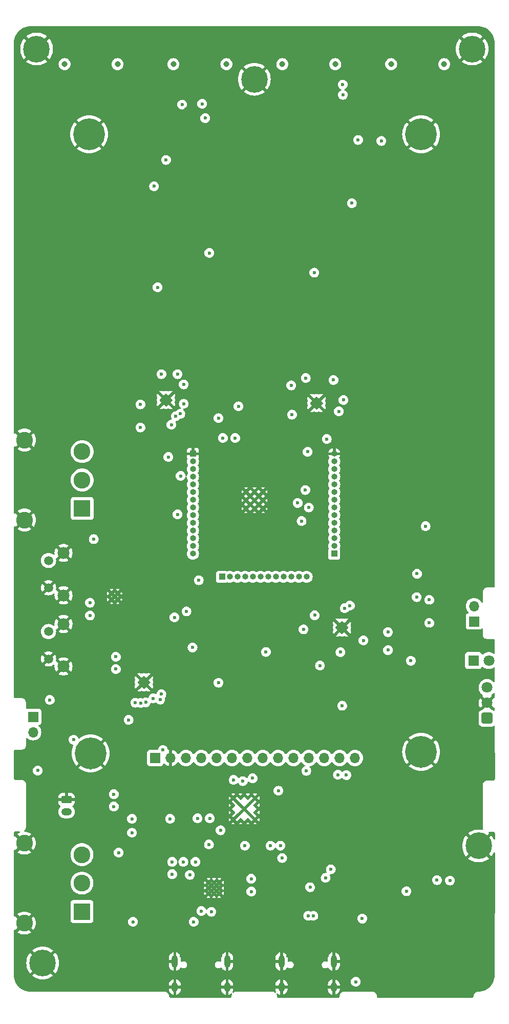
<source format=gbr>
%TF.GenerationSoftware,KiCad,Pcbnew,8.0.3*%
%TF.CreationDate,2024-12-10T11:07:40+00:00*%
%TF.ProjectId,PCB V2.4,50434220-5632-42e3-942e-6b696361645f,rev?*%
%TF.SameCoordinates,Original*%
%TF.FileFunction,Copper,L2,Inr*%
%TF.FilePolarity,Positive*%
%FSLAX46Y46*%
G04 Gerber Fmt 4.6, Leading zero omitted, Abs format (unit mm)*
G04 Created by KiCad (PCBNEW 8.0.3) date 2024-12-10 11:07:40*
%MOMM*%
%LPD*%
G01*
G04 APERTURE LIST*
G04 Aperture macros list*
%AMRoundRect*
0 Rectangle with rounded corners*
0 $1 Rounding radius*
0 $2 $3 $4 $5 $6 $7 $8 $9 X,Y pos of 4 corners*
0 Add a 4 corners polygon primitive as box body*
4,1,4,$2,$3,$4,$5,$6,$7,$8,$9,$2,$3,0*
0 Add four circle primitives for the rounded corners*
1,1,$1+$1,$2,$3*
1,1,$1+$1,$4,$5*
1,1,$1+$1,$6,$7*
1,1,$1+$1,$8,$9*
0 Add four rect primitives between the rounded corners*
20,1,$1+$1,$2,$3,$4,$5,0*
20,1,$1+$1,$4,$5,$6,$7,0*
20,1,$1+$1,$6,$7,$8,$9,0*
20,1,$1+$1,$8,$9,$2,$3,0*%
G04 Aperture macros list end*
%TA.AperFunction,ComponentPad*%
%ADD10C,0.700000*%
%TD*%
%TA.AperFunction,ComponentPad*%
%ADD11C,4.400000*%
%TD*%
%TA.AperFunction,ComponentPad*%
%ADD12C,0.500000*%
%TD*%
%TA.AperFunction,ComponentPad*%
%ADD13C,1.515000*%
%TD*%
%TA.AperFunction,ComponentPad*%
%ADD14C,1.980000*%
%TD*%
%TA.AperFunction,ComponentPad*%
%ADD15R,1.000000X1.000000*%
%TD*%
%TA.AperFunction,ComponentPad*%
%ADD16O,1.000000X1.000000*%
%TD*%
%TA.AperFunction,ComponentPad*%
%ADD17RoundRect,0.250200X0.649800X-0.649800X0.649800X0.649800X-0.649800X0.649800X-0.649800X-0.649800X0*%
%TD*%
%TA.AperFunction,ComponentPad*%
%ADD18C,1.800000*%
%TD*%
%TA.AperFunction,ComponentPad*%
%ADD19O,1.000000X2.100000*%
%TD*%
%TA.AperFunction,ComponentPad*%
%ADD20O,1.000000X1.600000*%
%TD*%
%TA.AperFunction,ComponentPad*%
%ADD21R,1.700000X1.700000*%
%TD*%
%TA.AperFunction,ComponentPad*%
%ADD22O,1.700000X1.700000*%
%TD*%
%TA.AperFunction,ComponentPad*%
%ADD23C,0.800000*%
%TD*%
%TA.AperFunction,ComponentPad*%
%ADD24C,5.250000*%
%TD*%
%TA.AperFunction,HeatsinkPad*%
%ADD25C,0.500000*%
%TD*%
%TA.AperFunction,ComponentPad*%
%ADD26C,0.970000*%
%TD*%
%TA.AperFunction,ComponentPad*%
%ADD27R,1.800000X1.800000*%
%TD*%
%TA.AperFunction,ComponentPad*%
%ADD28RoundRect,0.250000X-0.625000X0.350000X-0.625000X-0.350000X0.625000X-0.350000X0.625000X0.350000X0*%
%TD*%
%TA.AperFunction,ComponentPad*%
%ADD29O,1.750000X1.200000*%
%TD*%
%TA.AperFunction,ComponentPad*%
%ADD30R,2.775000X2.775000*%
%TD*%
%TA.AperFunction,ComponentPad*%
%ADD31C,2.775000*%
%TD*%
%TA.AperFunction,ViaPad*%
%ADD32C,0.600000*%
%TD*%
G04 APERTURE END LIST*
D10*
%TO.N,GND*%
%TO.C,H1*%
X66473500Y-178487200D03*
X66956774Y-177320474D03*
X66956774Y-179653926D03*
X68123500Y-176837200D03*
D11*
X68123500Y-178487200D03*
D10*
X68123500Y-180137200D03*
X69290226Y-177320474D03*
X69290226Y-179653926D03*
X69773500Y-178487200D03*
%TD*%
D12*
%TO.N,GND*%
%TO.C,IC4*%
X116834500Y-122312200D03*
X116834500Y-123074200D03*
X116834500Y-123836200D03*
X117596500Y-122312200D03*
X117596500Y-123074200D03*
X117596500Y-123836200D03*
X118358500Y-122312200D03*
X118358500Y-123074200D03*
X118358500Y-123836200D03*
%TD*%
%TO.N,GND*%
%TO.C,IC6*%
X112643500Y-86752200D03*
X113405500Y-86752200D03*
X114167500Y-86752200D03*
X112643500Y-85990200D03*
X113405500Y-85990200D03*
X114167500Y-85990200D03*
X112643500Y-85228200D03*
X113405500Y-85228200D03*
X114167500Y-85228200D03*
%TD*%
D13*
%TO.N,/EN{slash}RESET*%
%TO.C,RESET1*%
X69082500Y-111986200D03*
%TO.N,GND*%
X69082500Y-116486200D03*
D14*
X71572500Y-110731200D03*
X71572500Y-117741200D03*
%TD*%
D15*
%TO.N,/IO0*%
%TO.C,J10*%
X116326500Y-110882200D03*
D16*
%TO.N,/GPIO35_SCREEN_T_IRQ*%
X116326500Y-109612200D03*
%TO.N,/GPIO36_SCREEN_T_CS*%
X116326500Y-108342200D03*
%TO.N,/GPIO37_IR_RECEIVER*%
X116326500Y-107072200D03*
%TO.N,/GPIO38_IR_LED*%
X116326500Y-105802200D03*
%TO.N,/GPIO39_HSPI_SCK*%
X116326500Y-104532200D03*
%TO.N,/GPIO40_HSPI_MOSI*%
X116326500Y-103262200D03*
%TO.N,/GPIO41_HSPI_MISO*%
X116326500Y-101992200D03*
%TO.N,/GPIO42_SD_CARD_CS*%
X116326500Y-100722200D03*
%TO.N,/RX*%
X116326500Y-99452200D03*
%TO.N,/TX*%
X116326500Y-98182200D03*
%TO.N,/GPIO2_SCREEN_D{slash}C*%
X116326500Y-96912200D03*
%TO.N,/GPIO1_SCREEN_CS*%
X116326500Y-95642200D03*
%TO.N,GND*%
X116326500Y-94372200D03*
%TD*%
D17*
%TO.N,/GPIO37_IR_RECEIVER*%
%TO.C,U5*%
X141598500Y-138060200D03*
D18*
%TO.N,GND*%
X141598500Y-135520200D03*
%TO.N,+3V3*%
X141598500Y-132980200D03*
%TD*%
D12*
%TO.N,GND*%
%TO.C,U6*%
X95562500Y-165206200D03*
X95562500Y-166095200D03*
X95562500Y-166984200D03*
X96451500Y-165206200D03*
X96451500Y-166095200D03*
X96451500Y-166984200D03*
X97340500Y-165206200D03*
X97340500Y-166095200D03*
X97340500Y-166984200D03*
%TD*%
D19*
%TO.N,GND*%
%TO.C,USB_OTG1*%
X107623500Y-178257200D03*
D20*
X107623500Y-182437200D03*
D19*
X116263500Y-178257200D03*
D20*
X116263500Y-182437200D03*
%TD*%
D19*
%TO.N,GND*%
%TO.C,USB_UART1*%
X89983500Y-178257200D03*
D20*
X89983500Y-182437200D03*
D19*
X98623500Y-178257200D03*
D20*
X98623500Y-182437200D03*
%TD*%
D21*
%TO.N,+3V3*%
%TO.C,SCREEN1*%
X86742400Y-144619700D03*
D22*
%TO.N,GND*%
X89282400Y-144619700D03*
%TO.N,/GPIO1_SCREEN_CS*%
X91822400Y-144619700D03*
%TO.N,/EN{slash}RESET*%
X94362400Y-144619700D03*
%TO.N,/GPIO2_SCREEN_D{slash}C*%
X96902400Y-144619700D03*
%TO.N,/GPIO40_HSPI_MOSI*%
X99442400Y-144619700D03*
%TO.N,/GPIO39_HSPI_SCK*%
X101982400Y-144619700D03*
%TO.N,+3V3*%
X104522400Y-144619700D03*
%TO.N,unconnected-(SCREEN1-SDO(MISO)-Pad9)*%
X107062400Y-144619700D03*
%TO.N,/GPIO39_HSPI_SCK*%
X109602400Y-144619700D03*
%TO.N,/GPIO36_SCREEN_T_CS*%
X112142400Y-144619700D03*
%TO.N,/GPIO40_HSPI_MOSI*%
X114682400Y-144619700D03*
%TO.N,/GPIO41_HSPI_MISO*%
X117222400Y-144619700D03*
%TO.N,/GPIO35_SCREEN_T_IRQ*%
X119762400Y-144619700D03*
D23*
%TO.N,GND*%
X73652400Y-41579700D03*
X73906400Y-143873700D03*
X74414400Y-39882644D03*
X74414400Y-43276756D03*
X74668400Y-142176644D03*
X74668400Y-145570756D03*
X75802400Y-39499700D03*
D24*
X75802400Y-41579700D03*
D23*
X75802400Y-43817700D03*
X76056400Y-141793700D03*
D24*
X76056400Y-143873700D03*
D23*
X76056400Y-146111700D03*
X77208400Y-39882644D03*
X77208400Y-43276756D03*
X77462400Y-142176644D03*
X77462400Y-145570756D03*
X77970400Y-41579700D03*
X78224400Y-143873700D03*
X128552400Y-41579700D03*
X128552400Y-143619700D03*
X129314400Y-39882644D03*
X129314400Y-43276756D03*
X129314400Y-141922644D03*
X129314400Y-145316756D03*
X130702400Y-39499700D03*
D24*
X130702400Y-41579700D03*
D23*
X130702400Y-43817700D03*
X130702400Y-141539700D03*
D24*
X130702400Y-143619700D03*
D23*
X130702400Y-145857700D03*
X132108400Y-39882644D03*
X132108400Y-43276756D03*
X132108400Y-141922644D03*
X132108400Y-145316756D03*
X132870400Y-41579700D03*
X132870400Y-143619700D03*
%TD*%
D10*
%TO.N,GND*%
%TO.C,H3*%
X65473500Y-27487200D03*
X65956774Y-26320474D03*
X65956774Y-28653926D03*
X67123500Y-25837200D03*
D11*
X67123500Y-27487200D03*
D10*
X67123500Y-29137200D03*
X68290226Y-26320474D03*
X68290226Y-28653926D03*
X68773500Y-27487200D03*
%TD*%
D25*
%TO.N,GND*%
%TO.C,IC3*%
X99632500Y-154824200D03*
X100832500Y-154824200D03*
X102032500Y-154824200D03*
X103232500Y-154824200D03*
X100670500Y-153786200D03*
X102194500Y-153786200D03*
X99632500Y-153624200D03*
X103232500Y-153624200D03*
X101432500Y-153024200D03*
X99632500Y-152424200D03*
X103232500Y-152424200D03*
X100670500Y-152262200D03*
X102194500Y-152262200D03*
X99632500Y-151224200D03*
X100832500Y-151224200D03*
X102032500Y-151224200D03*
X103232500Y-151224200D03*
%TD*%
D26*
%TO.N,N/C*%
%TO.C,AE7*%
X98503500Y-29997200D03*
X89743500Y-29997200D03*
%TD*%
D27*
%TO.N,Net-(D4-K)*%
%TO.C,D4*%
X139348500Y-128520200D03*
D18*
%TO.N,+3V3*%
X141888500Y-128520200D03*
%TD*%
D10*
%TO.N,GND*%
%TO.C,H2*%
X138552500Y-159142200D03*
X139035774Y-157975474D03*
X139035774Y-160308926D03*
X140202500Y-157492200D03*
D11*
X140202500Y-159142200D03*
D10*
X140202500Y-160792200D03*
X141369226Y-157975474D03*
X141369226Y-160308926D03*
X141852500Y-159142200D03*
%TD*%
D28*
%TO.N,GND*%
%TO.C,JSTPH1*%
X72073500Y-151487200D03*
D29*
%TO.N,+V_BAT*%
X72073500Y-153487200D03*
%TD*%
D21*
%TO.N,Net-(D1-K)*%
%TO.C,J1*%
X66542500Y-137826200D03*
D22*
%TO.N,Net-(D1-A)*%
X66542500Y-140366200D03*
%TD*%
D12*
%TO.N,GND*%
%TO.C,U10*%
X84100500Y-132885700D03*
X84862500Y-132885700D03*
X85624500Y-132885700D03*
X84100500Y-132123700D03*
X84862500Y-132123700D03*
X85624500Y-132123700D03*
X84100500Y-131361700D03*
X84862500Y-131361700D03*
X85624500Y-131361700D03*
%TD*%
D26*
%TO.N,N/C*%
%TO.C,AE1*%
X80503500Y-29997200D03*
X71743500Y-29997200D03*
%TD*%
D13*
%TO.N,/IO0*%
%TO.C,BOOT1*%
X69082500Y-123741200D03*
%TO.N,GND*%
X69082500Y-128241200D03*
D14*
X71572500Y-122486200D03*
X71572500Y-129496200D03*
%TD*%
D26*
%TO.N,N/C*%
%TO.C,AE3*%
X134503500Y-29997200D03*
X125743500Y-29997200D03*
%TD*%
D10*
%TO.N,GND*%
%TO.C,H5*%
X101473500Y-32487200D03*
X101956774Y-31320474D03*
X101956774Y-33653926D03*
X103123500Y-30837200D03*
D11*
X103123500Y-32487200D03*
D10*
X103123500Y-34137200D03*
X104290226Y-31320474D03*
X104290226Y-33653926D03*
X104773500Y-32487200D03*
%TD*%
D30*
%TO.N,unconnected-(ANT_SW1-NC-Pad1)*%
%TO.C,ANT_SW1*%
X74653500Y-103392200D03*
D31*
%TO.N,+3V3*%
X74653500Y-98692200D03*
%TO.N,/ANT_SWITCH_OUT*%
X74653500Y-93992200D03*
%TO.N,GND*%
X65123500Y-105297200D03*
X65123500Y-92087200D03*
%TD*%
D10*
%TO.N,GND*%
%TO.C,H4*%
X137473500Y-27487200D03*
X137956774Y-26320474D03*
X137956774Y-28653926D03*
X139123500Y-25837200D03*
D11*
X139123500Y-27487200D03*
D10*
X139123500Y-29137200D03*
X140290226Y-26320474D03*
X140290226Y-28653926D03*
X140773500Y-27487200D03*
%TD*%
D21*
%TO.N,Net-(IC5-COM)*%
%TO.C,J6*%
X139440500Y-122063200D03*
D22*
%TO.N,Net-(IC7-COM)*%
X139440500Y-119523200D03*
%TD*%
D15*
%TO.N,GND*%
%TO.C,J8*%
X92958500Y-94372200D03*
D16*
%TO.N,+3V3*%
X92958500Y-95642200D03*
%TO.N,/EN{slash}RESET*%
X92958500Y-96912200D03*
%TO.N,/GPIO4_ADC1_3_BAT\u0025*%
X92958500Y-98182200D03*
%TO.N,/GPIO5_NRF24_CE*%
X92958500Y-99452200D03*
%TO.N,/GPIO6_NRF24_CSN*%
X92958500Y-100722200D03*
%TO.N,/GPIO7_NRF24_IRQ*%
X92958500Y-101992200D03*
%TO.N,/GPIO15_VSPI_MISO*%
X92958500Y-103262200D03*
%TO.N,/GPIO16_VSPI_MOSI*%
X92958500Y-104532200D03*
%TO.N,/GPIO17_VSPI_SCK*%
X92958500Y-105802200D03*
%TO.N,/GPIO18_VIBRO*%
X92958500Y-107072200D03*
%TO.N,/GPIO8_CC1101A_CS*%
X92958500Y-108342200D03*
%TO.N,/D-*%
X92958500Y-109612200D03*
%TO.N,/D+*%
X92958500Y-110882200D03*
%TD*%
D12*
%TO.N,GND*%
%TO.C,IC2*%
X89275500Y-86244200D03*
X89275500Y-85482200D03*
X89275500Y-84720200D03*
X88513500Y-86244200D03*
X88513500Y-85482200D03*
X88513500Y-84720200D03*
X87751500Y-86244200D03*
X87751500Y-85482200D03*
X87751500Y-84720200D03*
%TD*%
%TO.N,GND*%
%TO.C,U12*%
X79508500Y-118426000D03*
X80524500Y-118426000D03*
X80016500Y-117918000D03*
X79508500Y-117410000D03*
X80524500Y-117410000D03*
%TD*%
D25*
%TO.N,GND*%
%TO.C,U9*%
X103147500Y-102035200D03*
X101747500Y-100635200D03*
X101747500Y-102035200D03*
X101747500Y-103435200D03*
X103147500Y-103435200D03*
X104547500Y-103435200D03*
X104547500Y-102035200D03*
X104547500Y-100635200D03*
X103147500Y-100635200D03*
%TD*%
D30*
%TO.N,unconnected-(PWR_SW1-NC-Pad1)*%
%TO.C,PWR_SW1*%
X74623500Y-169987200D03*
D31*
%TO.N,+V_BAT*%
X74623500Y-165287200D03*
%TO.N,Net-(PWR_SW1-OUT)*%
X74623500Y-160587200D03*
%TO.N,GND*%
X65093500Y-171892200D03*
X65093500Y-158682200D03*
%TD*%
D15*
%TO.N,/GPIO3_CC1101B_CS*%
%TO.C,J9*%
X97784500Y-114692200D03*
D16*
%TO.N,/ESP32_PIN16_DNC*%
X99054500Y-114692200D03*
%TO.N,/GPIO9_CC1101A_GD0*%
X100324500Y-114692200D03*
%TO.N,/GPIO10_CC1101A_CTRL*%
X101594500Y-114692200D03*
%TO.N,/GPIO11_CC1101B_GD0*%
X102864500Y-114692200D03*
%TO.N,/GPIO12_CC1101B_CTRL*%
X104134500Y-114692200D03*
%TO.N,/GPIO13_RDM630_CTRL*%
X105404500Y-114692200D03*
%TO.N,/GPIO14_RDM630_TX*%
X106674500Y-114692200D03*
%TO.N,/GPIO21_RDM630_RX*%
X107944500Y-114692200D03*
%TO.N,/GPIO47_RDM630_EMULATION*%
X109214500Y-114692200D03*
%TO.N,/GPIO48_PN532_CS*%
X110484500Y-114692200D03*
%TO.N,/ESP32_PIN26_DNC*%
X111754500Y-114692200D03*
%TD*%
D26*
%TO.N,N/C*%
%TO.C,AE5*%
X116503500Y-29997200D03*
X107743500Y-29997200D03*
%TD*%
D32*
%TO.N,GND*%
X79941500Y-154897500D03*
X121047500Y-92340200D03*
X91974000Y-129932500D03*
X87761500Y-79261500D03*
X78215000Y-133996500D03*
X69606500Y-144410500D03*
X137773500Y-183087500D03*
X117707500Y-175017500D03*
X119724500Y-35076200D03*
X112531500Y-161389500D03*
X105647500Y-161135500D03*
X87116500Y-76508200D03*
X94238500Y-62964500D03*
X83697500Y-128623500D03*
X107401500Y-87895200D03*
X74654500Y-107707500D03*
X104530500Y-41635200D03*
X136138500Y-96912500D03*
X128223500Y-103262500D03*
X80237000Y-107072500D03*
X117225500Y-54201500D03*
X82173500Y-134465500D03*
X112770500Y-50959700D03*
X100054500Y-175017500D03*
X81719500Y-179324500D03*
X130804500Y-161682500D03*
X87540000Y-169905500D03*
X134614500Y-161682500D03*
X87540000Y-161777500D03*
X133344500Y-111605500D03*
X73105500Y-140092500D03*
X84596000Y-50176200D03*
X86989500Y-91412500D03*
X131312500Y-151728500D03*
X87540000Y-163809500D03*
X78215000Y-129932500D03*
X104917500Y-147966500D03*
X82341500Y-90015500D03*
X124835500Y-89567700D03*
X119882500Y-151781500D03*
X107389500Y-165707500D03*
X124454500Y-153786500D03*
X82312000Y-100976500D03*
X84513500Y-165565500D03*
X124454500Y-149749500D03*
X85233000Y-70369200D03*
X75940500Y-123095500D03*
X77909500Y-154897500D03*
X84513500Y-179287500D03*
X115183500Y-61881700D03*
X97921500Y-89802500D03*
X116326500Y-115032500D03*
X83189500Y-174724500D03*
X121787500Y-59595700D03*
X136101500Y-94372200D03*
X94492500Y-174089500D03*
X126074500Y-42683200D03*
X89402500Y-91498500D03*
X126740500Y-149749500D03*
X90418500Y-79261500D03*
X84513500Y-169375500D03*
X129301500Y-126630500D03*
X127613500Y-179687500D03*
X86872500Y-48486500D03*
X98419500Y-80783200D03*
X95805500Y-80917200D03*
X121197500Y-52970200D03*
X87116500Y-64910500D03*
X98578000Y-134250500D03*
X113397500Y-94315200D03*
X82887500Y-152365500D03*
X91053500Y-177342500D03*
X89085500Y-147045500D03*
X73055500Y-137903500D03*
X122051500Y-43914500D03*
X103641500Y-161135500D03*
X121787500Y-63532700D03*
X138175500Y-114692500D03*
X97553500Y-177342500D03*
X119882500Y-146955500D03*
X82312000Y-113168500D03*
X93615000Y-51319200D03*
X118159500Y-82180200D03*
X81665500Y-131417500D03*
X119882500Y-179630500D03*
X87608500Y-115962500D03*
X128285500Y-100468500D03*
X107274500Y-83069200D03*
X115193500Y-177342500D03*
X91825500Y-37437500D03*
X111627500Y-79896500D03*
X113034500Y-66391200D03*
X82306500Y-124111500D03*
X117006500Y-90015500D03*
X122274500Y-90068200D03*
X132044500Y-123262500D03*
X91552500Y-57288200D03*
X88513500Y-57288200D03*
X88904500Y-100659500D03*
X131312500Y-155808500D03*
X87540000Y-165841500D03*
X108693500Y-177342500D03*
X84646000Y-149077500D03*
X138163500Y-100976500D03*
X130026500Y-116470500D03*
X67304500Y-144410500D03*
X97149500Y-66326700D03*
X136113500Y-98944500D03*
X106198500Y-175017500D03*
X82481500Y-147807500D03*
X70776000Y-175239500D03*
X82341500Y-86205500D03*
X130448500Y-138328500D03*
X78252500Y-131964500D03*
X111510500Y-174216500D03*
X71114500Y-157364500D03*
X75940500Y-116956500D03*
X133090500Y-100468500D03*
X111246500Y-59722700D03*
X121161500Y-50938200D03*
X91974000Y-131964500D03*
X87540000Y-167873500D03*
X107249500Y-85482200D03*
X101580500Y-41635200D03*
X74861500Y-178221500D03*
X95752500Y-152516500D03*
X137154500Y-166632500D03*
X93720500Y-157364500D03*
X98546500Y-83323200D03*
X117047500Y-91920500D03*
X80237000Y-105040500D03*
X82341500Y-88110500D03*
X133344500Y-129462500D03*
X132044500Y-119452500D03*
X103641500Y-158976500D03*
X136079500Y-106056500D03*
X117215500Y-73311700D03*
X124623500Y-182087500D03*
X94578500Y-84339200D03*
X88015500Y-69226200D03*
X132245500Y-94245200D03*
X91053500Y-64251700D03*
X121882500Y-179630500D03*
X82312000Y-111136500D03*
X114749500Y-34199000D03*
X121173500Y-45858200D03*
X117215500Y-69374700D03*
X127405500Y-123770500D03*
X117358500Y-129170500D03*
X136138500Y-108342500D03*
X88656500Y-175017500D03*
X98578000Y-136536500D03*
X119810500Y-85482200D03*
X126740500Y-153786500D03*
X113288500Y-154404500D03*
X93720500Y-152516500D03*
X113532500Y-125381500D03*
X91540000Y-59320200D03*
X113309500Y-152118500D03*
X93085500Y-72190200D03*
X117088500Y-48884700D03*
X97626500Y-61186500D03*
X125148500Y-134758500D03*
X94990500Y-40864200D03*
X111383500Y-73886500D03*
X95117500Y-72190200D03*
X99953500Y-89802500D03*
X111246500Y-125381500D03*
X77888000Y-152633500D03*
X119882500Y-155861500D03*
X130010500Y-111952500D03*
X77888000Y-150601500D03*
X134644500Y-119452500D03*
X95897500Y-94315200D03*
X112531500Y-159230500D03*
X79433500Y-179324500D03*
X78215000Y-127900500D03*
%TO.N,+3V3*%
X87761500Y-81211500D03*
X84291500Y-86205500D03*
X90418500Y-81211500D03*
X95676500Y-61186500D03*
X115097500Y-91920500D03*
X132044500Y-122312500D03*
X119247500Y-52970200D03*
X102843500Y-147966500D03*
X121162500Y-125194500D03*
X117774500Y-35076200D03*
X79900500Y-150601500D03*
X93720500Y-154591500D03*
X86546000Y-50176200D03*
X80227500Y-127900500D03*
X117358500Y-127138500D03*
X119882500Y-181580500D03*
X88904500Y-94896200D03*
X67304500Y-146696500D03*
X107721500Y-161135500D03*
X111627500Y-81846500D03*
X80227500Y-129932500D03*
X84291500Y-90015500D03*
X82887500Y-154665500D03*
X87116500Y-66860500D03*
X75940500Y-121083500D03*
X95752500Y-154591500D03*
X111246500Y-123369500D03*
X109351500Y-87895200D03*
X109224500Y-83069200D03*
X79900500Y-152633500D03*
X89187500Y-154665500D03*
X94990500Y-38914200D03*
X107430500Y-159103500D03*
X69311500Y-135028500D03*
X97921500Y-91752500D03*
X117860500Y-85482200D03*
X116209500Y-82180200D03*
X124124500Y-42683200D03*
X112344500Y-165961500D03*
X99953500Y-91752500D03*
X113034500Y-64441200D03*
X75940500Y-118969500D03*
X132044500Y-118502500D03*
X89402500Y-89548500D03*
X128264500Y-166632500D03*
%TO.N,+5V*%
X130026500Y-114184500D03*
X80690800Y-160253500D03*
X82887500Y-156965500D03*
X83062500Y-171676500D03*
X125216500Y-126796500D03*
X93095500Y-171676500D03*
%TO.N,+3.3VA*%
X89552500Y-161777500D03*
X91387500Y-161777500D03*
X89552500Y-163809500D03*
%TO.N,/IO0*%
X91902200Y-120405700D03*
X95616600Y-158900500D03*
%TO.N,/EN{slash}RESET*%
X93928000Y-115249100D03*
X97533400Y-156560000D03*
%TO.N,/GPIO48_PN532_CS*%
X101223500Y-148435500D03*
X105033500Y-127099500D03*
%TO.N,/GPIO40_HSPI_MOSI*%
X133324300Y-164788400D03*
X87559200Y-134981900D03*
X112125400Y-103231600D03*
X114913200Y-164419500D03*
X90128200Y-88151700D03*
X88012400Y-143282200D03*
%TO.N,/GPIO41_HSPI_MISO*%
X120969700Y-171154100D03*
X91446500Y-86104000D03*
X99699500Y-148232700D03*
X116944300Y-147389800D03*
X86414500Y-134773500D03*
%TO.N,/GPIO39_HSPI_SCK*%
X85161200Y-135416000D03*
X90886200Y-87764900D03*
X117663700Y-135983000D03*
%TO.N,/GPIO8_CC1101A_CS*%
X90428500Y-104366500D03*
X90936500Y-98016500D03*
X91444500Y-82903500D03*
%TO.N,/GPIO17_VSPI_SCK*%
X110933800Y-105479700D03*
%TO.N,/GPIO15_VSPI_MISO*%
X111562700Y-100345300D03*
%TO.N,/GPIO16_VSPI_MOSI*%
X110292000Y-102494500D03*
%TO.N,/GPIO3_CC1101B_CS*%
X100498100Y-86529100D03*
X117091800Y-87355700D03*
%TO.N,/GPIO21_RDM630_RX*%
X118922500Y-119455700D03*
%TO.N,/GPIO14_RDM630_TX*%
X118061000Y-119874000D03*
%TO.N,/GPIO13_RDM630_CTRL*%
X129965300Y-118042100D03*
%TO.N,/GPIO18_VIBRO*%
X76568500Y-108464900D03*
%TO.N,/GPIO4_ADC1_3_BAT\u0025*%
X73239300Y-141605000D03*
X82338900Y-138316900D03*
%TO.N,/GPIO5_NRF24_CE*%
X89920500Y-121384500D03*
X83443500Y-135481500D03*
%TO.N,/GPIO11_CC1101B_GD0*%
X111927500Y-94030800D03*
%TO.N,/GPIO6_NRF24_CSN*%
X84332500Y-135541500D03*
%TO.N,/GPIO9_CC1101A_GD0*%
X97196900Y-88478000D03*
%TO.N,/GPIO7_NRF24_IRQ*%
X87754600Y-134078300D03*
%TO.N,/GPIO1_SCREEN_CS*%
X113100800Y-121037500D03*
X92904900Y-126376100D03*
%TO.N,/GPIO47_RDM630_EMULATION*%
X125213900Y-123821300D03*
%TO.N,/GPIO42_SD_CARD_CS*%
X135467400Y-164865600D03*
X131435100Y-106322700D03*
%TO.N,/GPIO36_SCREEN_T_CS*%
X111713000Y-146745000D03*
X118340000Y-147443300D03*
%TO.N,/GPIO2_SCREEN_D{slash}C*%
X113973300Y-129363400D03*
X97196900Y-132189000D03*
%TO.N,/GPIO38_IR_LED*%
X128997100Y-128559800D03*
%TO.N,Net-(U6-~{RST})*%
X93387500Y-161777500D03*
X96016500Y-170025500D03*
%TO.N,/RX*%
X102614500Y-166684500D03*
X115767300Y-163000100D03*
%TO.N,/TX*%
X102604500Y-164564500D03*
X107097500Y-150025900D03*
%TO.N,Net-(U6-D-)*%
X94365500Y-169898500D03*
X92460500Y-163929500D03*
%TO.N,/D+*%
X112882500Y-170688500D03*
%TO.N,/D-*%
X112032500Y-170688500D03*
%TO.N,Net-(IC3-TVDD)*%
X101567000Y-159103500D03*
X105795500Y-159103500D03*
%TO.N,/ANT_SWITCH_OUT*%
X91190500Y-36675500D03*
X88523500Y-45819500D03*
X117733500Y-33373500D03*
X120273500Y-42517500D03*
X94492500Y-36548500D03*
%TD*%
%TA.AperFunction,Conductor*%
%TO.N,GND*%
G36*
X140126971Y-23737918D02*
G01*
X140167487Y-23740193D01*
X140424399Y-23754620D01*
X140438202Y-23756176D01*
X140670409Y-23795630D01*
X140728450Y-23805492D01*
X140742007Y-23808586D01*
X141024910Y-23890089D01*
X141038034Y-23894682D01*
X141189998Y-23957627D01*
X141310031Y-24007346D01*
X141322531Y-24013365D01*
X141580244Y-24155799D01*
X141591984Y-24163176D01*
X141832109Y-24333555D01*
X141842958Y-24342207D01*
X142062489Y-24538394D01*
X142072316Y-24548221D01*
X142268494Y-24767746D01*
X142277164Y-24778618D01*
X142447526Y-25018722D01*
X142454924Y-25030496D01*
X142597333Y-25288169D01*
X142603366Y-25300698D01*
X142716024Y-25572683D01*
X142720617Y-25585808D01*
X142802118Y-25868711D01*
X142805212Y-25882268D01*
X142854524Y-26172509D01*
X142856081Y-26186327D01*
X142872805Y-26484157D01*
X142873000Y-26491109D01*
X142873000Y-26542038D01*
X142873011Y-26542167D01*
X142892435Y-116155523D01*
X142892434Y-116155556D01*
X142892444Y-116196077D01*
X142890921Y-116215482D01*
X142883323Y-116263514D01*
X142871336Y-116300425D01*
X142853749Y-116334949D01*
X142830937Y-116366348D01*
X142803537Y-116393746D01*
X142772139Y-116416554D01*
X142737613Y-116434140D01*
X142700701Y-116446126D01*
X142652482Y-116453751D01*
X142633078Y-116455273D01*
X142617328Y-116455268D01*
X142598854Y-116455263D01*
X142598853Y-116455263D01*
X142588204Y-116455260D01*
X142588020Y-116455276D01*
X141697874Y-116455276D01*
X141697689Y-116455260D01*
X141694272Y-116455261D01*
X141694176Y-116455233D01*
X141569255Y-116455266D01*
X141568963Y-116455267D01*
X141532721Y-116462485D01*
X141423994Y-116484139D01*
X141423990Y-116484140D01*
X141287450Y-116540724D01*
X141287446Y-116540725D01*
X141287444Y-116540727D01*
X141287439Y-116540729D01*
X141287436Y-116540732D01*
X141164556Y-116622854D01*
X141164549Y-116622860D01*
X141060032Y-116727383D01*
X141060029Y-116727387D01*
X140977909Y-116850280D01*
X140977906Y-116850285D01*
X140921325Y-116986839D01*
X140892464Y-117131801D01*
X140892463Y-117131811D01*
X140892459Y-117144889D01*
X140892447Y-117145035D01*
X140892447Y-117205746D01*
X140892433Y-117260705D01*
X140892447Y-117260862D01*
X140892447Y-118882026D01*
X140872762Y-118949065D01*
X140819958Y-118994820D01*
X140750800Y-119004764D01*
X140687244Y-118975739D01*
X140656065Y-118934431D01*
X140614535Y-118845371D01*
X140614534Y-118845369D01*
X140478994Y-118651797D01*
X140311902Y-118484706D01*
X140311895Y-118484701D01*
X140286955Y-118467238D01*
X140228062Y-118426000D01*
X140118334Y-118349167D01*
X140118330Y-118349165D01*
X140062755Y-118323250D01*
X139904163Y-118249297D01*
X139904159Y-118249296D01*
X139904155Y-118249294D01*
X139675913Y-118188138D01*
X139675903Y-118188136D01*
X139440501Y-118167541D01*
X139440499Y-118167541D01*
X139205096Y-118188136D01*
X139205086Y-118188138D01*
X138976844Y-118249294D01*
X138976835Y-118249298D01*
X138762671Y-118349164D01*
X138762669Y-118349165D01*
X138569097Y-118484705D01*
X138402005Y-118651797D01*
X138266465Y-118845369D01*
X138266464Y-118845371D01*
X138166598Y-119059535D01*
X138166594Y-119059544D01*
X138105438Y-119287786D01*
X138105436Y-119287796D01*
X138084841Y-119523199D01*
X138084841Y-119523200D01*
X138105436Y-119758603D01*
X138105438Y-119758613D01*
X138166594Y-119986855D01*
X138166596Y-119986859D01*
X138166597Y-119986863D01*
X138212600Y-120085516D01*
X138266465Y-120201030D01*
X138266467Y-120201034D01*
X138343089Y-120310461D01*
X138402001Y-120394596D01*
X138402006Y-120394602D01*
X138523930Y-120516526D01*
X138557415Y-120577849D01*
X138552431Y-120647541D01*
X138510559Y-120703474D01*
X138479583Y-120720389D01*
X138348169Y-120769403D01*
X138348164Y-120769406D01*
X138232955Y-120855652D01*
X138232952Y-120855655D01*
X138146706Y-120970864D01*
X138146702Y-120970871D01*
X138096408Y-121105717D01*
X138090001Y-121165316D01*
X138090000Y-121165335D01*
X138090000Y-122961070D01*
X138090001Y-122961076D01*
X138096408Y-123020683D01*
X138146702Y-123155528D01*
X138146706Y-123155535D01*
X138232952Y-123270744D01*
X138232955Y-123270747D01*
X138348164Y-123356993D01*
X138348171Y-123356997D01*
X138483017Y-123407291D01*
X138483016Y-123407291D01*
X138489944Y-123408035D01*
X138542627Y-123413700D01*
X140338372Y-123413699D01*
X140397983Y-123407291D01*
X140532831Y-123356996D01*
X140648046Y-123270746D01*
X140669181Y-123242513D01*
X140725113Y-123200642D01*
X140794805Y-123195658D01*
X140856128Y-123229142D01*
X140889613Y-123290465D01*
X140892447Y-123316824D01*
X140892447Y-124154377D01*
X140892425Y-124154448D01*
X140892421Y-124279686D01*
X140921258Y-124424684D01*
X140921258Y-124424686D01*
X140942159Y-124475148D01*
X140977836Y-124561281D01*
X140977837Y-124561282D01*
X140977839Y-124561286D01*
X141008163Y-124606669D01*
X141059974Y-124684209D01*
X141164518Y-124788748D01*
X141164521Y-124788750D01*
X141287443Y-124870878D01*
X141287446Y-124870879D01*
X141287449Y-124870881D01*
X141424043Y-124927450D01*
X141569048Y-124956282D01*
X141642966Y-124956276D01*
X141642972Y-124956276D01*
X142633157Y-124956276D01*
X142652564Y-124957804D01*
X142670601Y-124960662D01*
X142700628Y-124965420D01*
X142737517Y-124977408D01*
X142772076Y-124995019D01*
X142803459Y-125017822D01*
X142830886Y-125045251D01*
X142853687Y-125076635D01*
X142871294Y-125111191D01*
X142883282Y-125148082D01*
X142890920Y-125196293D01*
X142892447Y-125215690D01*
X142892448Y-125260490D01*
X142892476Y-125260810D01*
X142893581Y-127274056D01*
X142873933Y-127341106D01*
X142821154Y-127386890D01*
X142752001Y-127396872D01*
X142693418Y-127371977D01*
X142657128Y-127343731D01*
X142453004Y-127233264D01*
X142452995Y-127233261D01*
X142233484Y-127157902D01*
X142042950Y-127126108D01*
X142004549Y-127119700D01*
X141772451Y-127119700D01*
X141734050Y-127126108D01*
X141543515Y-127157902D01*
X141324004Y-127233261D01*
X141323995Y-127233264D01*
X141119871Y-127343731D01*
X141119865Y-127343735D01*
X140936722Y-127486281D01*
X140936718Y-127486285D01*
X140928366Y-127495358D01*
X140868479Y-127531348D01*
X140798641Y-127529247D01*
X140741025Y-127489722D01*
X140720955Y-127454707D01*
X140692297Y-127377871D01*
X140692293Y-127377864D01*
X140606047Y-127262655D01*
X140606044Y-127262652D01*
X140490835Y-127176406D01*
X140490828Y-127176402D01*
X140355982Y-127126108D01*
X140355983Y-127126108D01*
X140296383Y-127119701D01*
X140296381Y-127119700D01*
X140296373Y-127119700D01*
X140296364Y-127119700D01*
X138400629Y-127119700D01*
X138400623Y-127119701D01*
X138341016Y-127126108D01*
X138206171Y-127176402D01*
X138206164Y-127176406D01*
X138090955Y-127262652D01*
X138090952Y-127262655D01*
X138004706Y-127377864D01*
X138004702Y-127377871D01*
X137954408Y-127512717D01*
X137948001Y-127572316D01*
X137948000Y-127572335D01*
X137948000Y-129468070D01*
X137948001Y-129468076D01*
X137954408Y-129527683D01*
X138004702Y-129662528D01*
X138004706Y-129662535D01*
X138090952Y-129777744D01*
X138090955Y-129777747D01*
X138206164Y-129863993D01*
X138206171Y-129863997D01*
X138341017Y-129914291D01*
X138341016Y-129914291D01*
X138347944Y-129915035D01*
X138400627Y-129920700D01*
X140296372Y-129920699D01*
X140355983Y-129914291D01*
X140490831Y-129863996D01*
X140606046Y-129777746D01*
X140692296Y-129662531D01*
X140720955Y-129585693D01*
X140762826Y-129529759D01*
X140828290Y-129505341D01*
X140896563Y-129520192D01*
X140928366Y-129545043D01*
X140935802Y-129553120D01*
X140936715Y-129554112D01*
X140936722Y-129554118D01*
X141119865Y-129696664D01*
X141119871Y-129696668D01*
X141119874Y-129696670D01*
X141323997Y-129807136D01*
X141437987Y-129846268D01*
X141543515Y-129882497D01*
X141543517Y-129882497D01*
X141543519Y-129882498D01*
X141772451Y-129920700D01*
X141772452Y-129920700D01*
X142004548Y-129920700D01*
X142004549Y-129920700D01*
X142233481Y-129882498D01*
X142453003Y-129807136D01*
X142657126Y-129696670D01*
X142694786Y-129667357D01*
X142759780Y-129641715D01*
X142828320Y-129655281D01*
X142878645Y-129703749D01*
X142894949Y-129765143D01*
X142896177Y-132004176D01*
X142876529Y-132071226D01*
X142823750Y-132117010D01*
X142754597Y-132126992D01*
X142691026Y-132098001D01*
X142680951Y-132088230D01*
X142550284Y-131946287D01*
X142550280Y-131946284D01*
X142550277Y-131946281D01*
X142367134Y-131803735D01*
X142367128Y-131803731D01*
X142163004Y-131693264D01*
X142162995Y-131693261D01*
X141943484Y-131617902D01*
X141771782Y-131589250D01*
X141714549Y-131579700D01*
X141482451Y-131579700D01*
X141436664Y-131587340D01*
X141253515Y-131617902D01*
X141034004Y-131693261D01*
X141033995Y-131693264D01*
X140829871Y-131803731D01*
X140829865Y-131803735D01*
X140646722Y-131946281D01*
X140646719Y-131946284D01*
X140646716Y-131946286D01*
X140646716Y-131946287D01*
X140598467Y-131998700D01*
X140489516Y-132117052D01*
X140362575Y-132311351D01*
X140269342Y-132523899D01*
X140212366Y-132748891D01*
X140212364Y-132748902D01*
X140193200Y-132980193D01*
X140193200Y-132980206D01*
X140212364Y-133211497D01*
X140212366Y-133211508D01*
X140269342Y-133436500D01*
X140362575Y-133649048D01*
X140489516Y-133843347D01*
X140489519Y-133843351D01*
X140489521Y-133843353D01*
X140646716Y-134014113D01*
X140729188Y-134078303D01*
X140824725Y-134152662D01*
X140865538Y-134209373D01*
X140869213Y-134279146D01*
X140834582Y-134339829D01*
X140824725Y-134348370D01*
X140799701Y-134367846D01*
X140799700Y-134367847D01*
X141509915Y-135078061D01*
X141424806Y-135100867D01*
X141322194Y-135160110D01*
X141238410Y-135243894D01*
X141179167Y-135346506D01*
X141156361Y-135431615D01*
X140447311Y-134722565D01*
X140363016Y-134851590D01*
X140269817Y-135064064D01*
X140212861Y-135288981D01*
X140193702Y-135520194D01*
X140193702Y-135520205D01*
X140212861Y-135751418D01*
X140269817Y-135976335D01*
X140363015Y-136188806D01*
X140447312Y-136317833D01*
X141156361Y-135608784D01*
X141179167Y-135693894D01*
X141238410Y-135796506D01*
X141322194Y-135880290D01*
X141424806Y-135939533D01*
X141509914Y-135962338D01*
X140825896Y-136646356D01*
X140777219Y-136676381D01*
X140629282Y-136725402D01*
X140629277Y-136725404D01*
X140479917Y-136817531D01*
X140355831Y-136941617D01*
X140263704Y-137090977D01*
X140263702Y-137090982D01*
X140208503Y-137257561D01*
X140198000Y-137360366D01*
X140198000Y-138760033D01*
X140208503Y-138862838D01*
X140236298Y-138946716D01*
X140263703Y-139029420D01*
X140355830Y-139178781D01*
X140479919Y-139302870D01*
X140629280Y-139394997D01*
X140740334Y-139431796D01*
X140795861Y-139450196D01*
X140832736Y-139453963D01*
X140898674Y-139460700D01*
X140898678Y-139460700D01*
X142298322Y-139460700D01*
X142298326Y-139460700D01*
X142401138Y-139450196D01*
X142567720Y-139394997D01*
X142711148Y-139306528D01*
X142778538Y-139288089D01*
X142845201Y-139309011D01*
X142889971Y-139362653D01*
X142900243Y-139412000D01*
X142904994Y-148067412D01*
X142903467Y-148086882D01*
X142895858Y-148134912D01*
X142883868Y-148171808D01*
X142866263Y-148206357D01*
X142843460Y-148237742D01*
X142816035Y-148265166D01*
X142784648Y-148287969D01*
X142750095Y-148305574D01*
X142713200Y-148317561D01*
X142664995Y-148325196D01*
X142645597Y-148326723D01*
X141706885Y-148326723D01*
X141706803Y-148326699D01*
X141581578Y-148326700D01*
X141581577Y-148326701D01*
X141436585Y-148355542D01*
X141436574Y-148355545D01*
X141300003Y-148412117D01*
X141299987Y-148412126D01*
X141177077Y-148494254D01*
X141177072Y-148494259D01*
X141072539Y-148598794D01*
X140990407Y-148721722D01*
X140990404Y-148721727D01*
X140933833Y-148858312D01*
X140904997Y-149003308D01*
X140904997Y-149003310D01*
X140905000Y-149065317D01*
X140905000Y-156023060D01*
X140904998Y-156023086D01*
X140904998Y-156025852D01*
X140904974Y-156025933D01*
X140904980Y-156151150D01*
X140904981Y-156151154D01*
X140933826Y-156296140D01*
X140933829Y-156296151D01*
X140952026Y-156340077D01*
X140959498Y-156409546D01*
X140928225Y-156472027D01*
X140868137Y-156507681D01*
X140815116Y-156509503D01*
X140528539Y-156456986D01*
X140202500Y-156437265D01*
X139876461Y-156456986D01*
X139555158Y-156515867D01*
X139243335Y-156613035D01*
X139243324Y-156613039D01*
X138945458Y-156747097D01*
X138945456Y-156747098D01*
X138665922Y-156916081D01*
X138665916Y-156916086D01*
X138477530Y-157063674D01*
X138477529Y-157063676D01*
X139619762Y-158205909D01*
X139485898Y-158303167D01*
X139363467Y-158425598D01*
X139266209Y-158559462D01*
X138123976Y-157417229D01*
X138123974Y-157417230D01*
X137976386Y-157605616D01*
X137976381Y-157605622D01*
X137807398Y-157885156D01*
X137807397Y-157885158D01*
X137673339Y-158183024D01*
X137673335Y-158183035D01*
X137576167Y-158494858D01*
X137517286Y-158816161D01*
X137497565Y-159142200D01*
X137517286Y-159468238D01*
X137576167Y-159789541D01*
X137673335Y-160101364D01*
X137673339Y-160101375D01*
X137807397Y-160399241D01*
X137807398Y-160399243D01*
X137976381Y-160678776D01*
X138123976Y-160867168D01*
X139266208Y-159724936D01*
X139363467Y-159858802D01*
X139485898Y-159981233D01*
X139619762Y-160078490D01*
X138477530Y-161220722D01*
X138477530Y-161220723D01*
X138665923Y-161368318D01*
X138945456Y-161537301D01*
X138945458Y-161537302D01*
X139243324Y-161671360D01*
X139243335Y-161671364D01*
X139555158Y-161768532D01*
X139876461Y-161827413D01*
X140202500Y-161847134D01*
X140528538Y-161827413D01*
X140849841Y-161768532D01*
X141161664Y-161671364D01*
X141161675Y-161671360D01*
X141459541Y-161537302D01*
X141459543Y-161537301D01*
X141739086Y-161368312D01*
X141927468Y-161220723D01*
X141927468Y-161220722D01*
X140785237Y-160078490D01*
X140919102Y-159981233D01*
X141041533Y-159858802D01*
X141138790Y-159724937D01*
X142281022Y-160867168D01*
X142281023Y-160867168D01*
X142428612Y-160678786D01*
X142597601Y-160399243D01*
X142597602Y-160399241D01*
X142663512Y-160252796D01*
X142708976Y-160199742D01*
X142775907Y-160179689D01*
X142843053Y-160199005D01*
X142889098Y-160251556D01*
X142900588Y-160303857D01*
X142873074Y-180432004D01*
X142873000Y-180432847D01*
X142873000Y-180483740D01*
X142872805Y-180490692D01*
X142856100Y-180788112D01*
X142854543Y-180801930D01*
X142805226Y-181092172D01*
X142802132Y-181105728D01*
X142720630Y-181388625D01*
X142716037Y-181401751D01*
X142603369Y-181673748D01*
X142597336Y-181686275D01*
X142556726Y-181759754D01*
X142462622Y-181930022D01*
X142454931Y-181943937D01*
X142447532Y-181955712D01*
X142277165Y-182195819D01*
X142268495Y-182206691D01*
X142072323Y-182426205D01*
X142062491Y-182436037D01*
X141842975Y-182632207D01*
X141832103Y-182640877D01*
X141591994Y-182811242D01*
X141580220Y-182818640D01*
X141322548Y-182961050D01*
X141310019Y-182967083D01*
X141038034Y-183079742D01*
X141024909Y-183084335D01*
X140742008Y-183165837D01*
X140728452Y-183168931D01*
X140438211Y-183218245D01*
X140424393Y-183219802D01*
X140126971Y-183236505D01*
X140120020Y-183236700D01*
X140049578Y-183236700D01*
X140049577Y-183236701D01*
X139904585Y-183265542D01*
X139904574Y-183265545D01*
X139768003Y-183322117D01*
X139767987Y-183322126D01*
X139645077Y-183404254D01*
X139645072Y-183404259D01*
X139540539Y-183508794D01*
X139458407Y-183631722D01*
X139458404Y-183631727D01*
X139401833Y-183768312D01*
X139372997Y-183913308D01*
X139372997Y-183913312D01*
X139372999Y-183977445D01*
X139371472Y-183996852D01*
X139363858Y-184044913D01*
X139351868Y-184081808D01*
X139334263Y-184116357D01*
X139311460Y-184147742D01*
X139284035Y-184175166D01*
X139252648Y-184197969D01*
X139218095Y-184215574D01*
X139181200Y-184227561D01*
X139132995Y-184235196D01*
X139113597Y-184236723D01*
X123633257Y-184236723D01*
X123613859Y-184235196D01*
X123606694Y-184234061D01*
X123565789Y-184227582D01*
X123528896Y-184215595D01*
X123524466Y-184213338D01*
X123494337Y-184197987D01*
X123462952Y-184175186D01*
X123435522Y-184147757D01*
X123412720Y-184116375D01*
X123411680Y-184114335D01*
X123395107Y-184081811D01*
X123383119Y-184044920D01*
X123375606Y-183997500D01*
X123374083Y-183977079D01*
X123374390Y-183939915D01*
X123373997Y-183936169D01*
X123373997Y-183931913D01*
X123373978Y-183931718D01*
X123373980Y-183913317D01*
X123373343Y-183910116D01*
X123345145Y-183768322D01*
X123345145Y-183768321D01*
X123288575Y-183631737D01*
X123206446Y-183508814D01*
X123101913Y-183404276D01*
X122978994Y-183322141D01*
X122842412Y-183265566D01*
X122842410Y-183265565D01*
X122842409Y-183265565D01*
X122842408Y-183265564D01*
X122697420Y-183236723D01*
X122697418Y-183236723D01*
X122673328Y-183236723D01*
X118031983Y-183236723D01*
X118031798Y-183236707D01*
X118028422Y-183236708D01*
X118028186Y-183236639D01*
X117903304Y-183236672D01*
X117903068Y-183236673D01*
X117854743Y-183246297D01*
X117758091Y-183265546D01*
X117758086Y-183265548D01*
X117621543Y-183322135D01*
X117621535Y-183322138D01*
X117621533Y-183322140D01*
X117621530Y-183322141D01*
X117621526Y-183322144D01*
X117498638Y-183404276D01*
X117498635Y-183404279D01*
X117394112Y-183508817D01*
X117394110Y-183508819D01*
X117311991Y-183631722D01*
X117255415Y-183768292D01*
X117226562Y-183913271D01*
X117226562Y-183913273D01*
X117226559Y-183932755D01*
X117226546Y-183932917D01*
X117226551Y-183977501D01*
X117225027Y-183996898D01*
X117217425Y-184044934D01*
X117205434Y-184081846D01*
X117187844Y-184116368D01*
X117165034Y-184147761D01*
X117137633Y-184175158D01*
X117106237Y-184197963D01*
X117071712Y-184215548D01*
X117034801Y-184227533D01*
X116992109Y-184234283D01*
X116986342Y-184235196D01*
X116986329Y-184235198D01*
X116966925Y-184236719D01*
X116932957Y-184236710D01*
X116932956Y-184236710D01*
X116922307Y-184236707D01*
X116922123Y-184236723D01*
X107133257Y-184236723D01*
X107113859Y-184235196D01*
X107106694Y-184234061D01*
X107065789Y-184227582D01*
X107028896Y-184215595D01*
X107024466Y-184213338D01*
X106994337Y-184197987D01*
X106962952Y-184175186D01*
X106935522Y-184147757D01*
X106912720Y-184116375D01*
X106911680Y-184114335D01*
X106895107Y-184081811D01*
X106883119Y-184044920D01*
X106875606Y-183997500D01*
X106874083Y-183977079D01*
X106874390Y-183939915D01*
X106873997Y-183936169D01*
X106873997Y-183931913D01*
X106873978Y-183931718D01*
X106873980Y-183913317D01*
X106873343Y-183910116D01*
X106859512Y-183840566D01*
X106845145Y-183768321D01*
X106845144Y-183768318D01*
X106845144Y-183768316D01*
X106801979Y-183664098D01*
X106794512Y-183594629D01*
X106825789Y-183532151D01*
X106885879Y-183496500D01*
X106955704Y-183498996D01*
X106985432Y-183513547D01*
X107149815Y-183623385D01*
X107149828Y-183623392D01*
X107331808Y-183698769D01*
X107373500Y-183707062D01*
X107373500Y-182904188D01*
X107383440Y-182921405D01*
X107439295Y-182977260D01*
X107507704Y-183016756D01*
X107584004Y-183037200D01*
X107662996Y-183037200D01*
X107739296Y-183016756D01*
X107807705Y-182977260D01*
X107863560Y-182921405D01*
X107873500Y-182904188D01*
X107873500Y-183707062D01*
X107915190Y-183698769D01*
X107915192Y-183698769D01*
X108097171Y-183623392D01*
X108097184Y-183623385D01*
X108260962Y-183513951D01*
X108260966Y-183513948D01*
X108400248Y-183374666D01*
X108400251Y-183374662D01*
X108509685Y-183210884D01*
X108509692Y-183210871D01*
X108585069Y-183028893D01*
X108585072Y-183028881D01*
X108623499Y-182835695D01*
X108623500Y-182835692D01*
X108623500Y-182687200D01*
X107923500Y-182687200D01*
X107923500Y-182187200D01*
X108623500Y-182187200D01*
X108623500Y-182038708D01*
X108623499Y-182038704D01*
X115263500Y-182038704D01*
X115263500Y-182187200D01*
X115963500Y-182187200D01*
X115963500Y-182687200D01*
X115263500Y-182687200D01*
X115263500Y-182835695D01*
X115301927Y-183028881D01*
X115301930Y-183028893D01*
X115377307Y-183210871D01*
X115377314Y-183210884D01*
X115486748Y-183374662D01*
X115486751Y-183374666D01*
X115626033Y-183513948D01*
X115626037Y-183513951D01*
X115789815Y-183623385D01*
X115789828Y-183623392D01*
X115971808Y-183698769D01*
X116013500Y-183707062D01*
X116013500Y-182904188D01*
X116023440Y-182921405D01*
X116079295Y-182977260D01*
X116147704Y-183016756D01*
X116224004Y-183037200D01*
X116302996Y-183037200D01*
X116379296Y-183016756D01*
X116447705Y-182977260D01*
X116503560Y-182921405D01*
X116513500Y-182904188D01*
X116513500Y-183707062D01*
X116555190Y-183698769D01*
X116555192Y-183698769D01*
X116737171Y-183623392D01*
X116737184Y-183623385D01*
X116900962Y-183513951D01*
X116900966Y-183513948D01*
X117040248Y-183374666D01*
X117040251Y-183374662D01*
X117149685Y-183210884D01*
X117149692Y-183210871D01*
X117225069Y-183028893D01*
X117225072Y-183028881D01*
X117263499Y-182835695D01*
X117263500Y-182835692D01*
X117263500Y-182687200D01*
X116563500Y-182687200D01*
X116563500Y-182187200D01*
X117263500Y-182187200D01*
X117263500Y-182038708D01*
X117263499Y-182038704D01*
X117225072Y-181845518D01*
X117225069Y-181845506D01*
X117149692Y-181663528D01*
X117149685Y-181663515D01*
X117094213Y-181580496D01*
X119076935Y-181580496D01*
X119076935Y-181580503D01*
X119097130Y-181759749D01*
X119097131Y-181759754D01*
X119156711Y-181930023D01*
X119214130Y-182021404D01*
X119252684Y-182082762D01*
X119380238Y-182210316D01*
X119532978Y-182306289D01*
X119703245Y-182365868D01*
X119703250Y-182365869D01*
X119882496Y-182386065D01*
X119882500Y-182386065D01*
X119882504Y-182386065D01*
X120061749Y-182365869D01*
X120061752Y-182365868D01*
X120061755Y-182365868D01*
X120232022Y-182306289D01*
X120384762Y-182210316D01*
X120512316Y-182082762D01*
X120608289Y-181930022D01*
X120667868Y-181759755D01*
X120667869Y-181759749D01*
X120688065Y-181580503D01*
X120688065Y-181580496D01*
X120667869Y-181401250D01*
X120667868Y-181401245D01*
X120665794Y-181395318D01*
X120608289Y-181230978D01*
X120512316Y-181078238D01*
X120384762Y-180950684D01*
X120275933Y-180882302D01*
X120232023Y-180854711D01*
X120061754Y-180795131D01*
X120061749Y-180795130D01*
X119882504Y-180774935D01*
X119882496Y-180774935D01*
X119703250Y-180795130D01*
X119703245Y-180795131D01*
X119532976Y-180854711D01*
X119380237Y-180950684D01*
X119252684Y-181078237D01*
X119156711Y-181230976D01*
X119097131Y-181401245D01*
X119097130Y-181401250D01*
X119076935Y-181580496D01*
X117094213Y-181580496D01*
X117040251Y-181499737D01*
X117040248Y-181499733D01*
X116900966Y-181360451D01*
X116900962Y-181360448D01*
X116737184Y-181251014D01*
X116737171Y-181251007D01*
X116555191Y-181175629D01*
X116555183Y-181175627D01*
X116513500Y-181167335D01*
X116513500Y-181970211D01*
X116503560Y-181952995D01*
X116447705Y-181897140D01*
X116379296Y-181857644D01*
X116302996Y-181837200D01*
X116224004Y-181837200D01*
X116147704Y-181857644D01*
X116079295Y-181897140D01*
X116023440Y-181952995D01*
X116013500Y-181970211D01*
X116013500Y-181167336D01*
X116013499Y-181167335D01*
X115971816Y-181175627D01*
X115971808Y-181175629D01*
X115789828Y-181251007D01*
X115789815Y-181251014D01*
X115626037Y-181360448D01*
X115626033Y-181360451D01*
X115486751Y-181499733D01*
X115486748Y-181499737D01*
X115377314Y-181663515D01*
X115377307Y-181663528D01*
X115301930Y-181845506D01*
X115301927Y-181845518D01*
X115263500Y-182038704D01*
X108623499Y-182038704D01*
X108585072Y-181845518D01*
X108585069Y-181845506D01*
X108509692Y-181663528D01*
X108509685Y-181663515D01*
X108400251Y-181499737D01*
X108400248Y-181499733D01*
X108260966Y-181360451D01*
X108260962Y-181360448D01*
X108097184Y-181251014D01*
X108097171Y-181251007D01*
X107915191Y-181175629D01*
X107915183Y-181175627D01*
X107873500Y-181167335D01*
X107873500Y-181970211D01*
X107863560Y-181952995D01*
X107807705Y-181897140D01*
X107739296Y-181857644D01*
X107662996Y-181837200D01*
X107584004Y-181837200D01*
X107507704Y-181857644D01*
X107439295Y-181897140D01*
X107383440Y-181952995D01*
X107373500Y-181970211D01*
X107373500Y-181167336D01*
X107373499Y-181167335D01*
X107331816Y-181175627D01*
X107331808Y-181175629D01*
X107149828Y-181251007D01*
X107149815Y-181251014D01*
X106986037Y-181360448D01*
X106986033Y-181360451D01*
X106846751Y-181499733D01*
X106846748Y-181499737D01*
X106737314Y-181663515D01*
X106737307Y-181663528D01*
X106661930Y-181845506D01*
X106661927Y-181845518D01*
X106623500Y-182038704D01*
X106623500Y-182187200D01*
X107323500Y-182187200D01*
X107323500Y-182687200D01*
X106623500Y-182687200D01*
X106623500Y-182835695D01*
X106661927Y-183028881D01*
X106661930Y-183028893D01*
X106737310Y-183210878D01*
X106739981Y-183215875D01*
X106754220Y-183284279D01*
X106729216Y-183349521D01*
X106672909Y-183390889D01*
X106603175Y-183395248D01*
X106561728Y-183377424D01*
X106478994Y-183322141D01*
X106342412Y-183265566D01*
X106342410Y-183265565D01*
X106342409Y-183265565D01*
X106342408Y-183265564D01*
X106197420Y-183236723D01*
X106197418Y-183236723D01*
X106173328Y-183236723D01*
X100174885Y-183236723D01*
X100174803Y-183236699D01*
X100049578Y-183236700D01*
X100049577Y-183236701D01*
X99904585Y-183265542D01*
X99904574Y-183265545D01*
X99768003Y-183322117D01*
X99767989Y-183322125D01*
X99685293Y-183377382D01*
X99618616Y-183398260D01*
X99551236Y-183379776D01*
X99504545Y-183327797D01*
X99493369Y-183258827D01*
X99507045Y-183215824D01*
X99509692Y-183210871D01*
X99585069Y-183028893D01*
X99585072Y-183028881D01*
X99623499Y-182835695D01*
X99623500Y-182835692D01*
X99623500Y-182687200D01*
X98923500Y-182687200D01*
X98923500Y-182187200D01*
X99623500Y-182187200D01*
X99623500Y-182038708D01*
X99623499Y-182038704D01*
X99585072Y-181845518D01*
X99585069Y-181845506D01*
X99509692Y-181663528D01*
X99509685Y-181663515D01*
X99400251Y-181499737D01*
X99400248Y-181499733D01*
X99260966Y-181360451D01*
X99260962Y-181360448D01*
X99097184Y-181251014D01*
X99097171Y-181251007D01*
X98915191Y-181175629D01*
X98915183Y-181175627D01*
X98873500Y-181167335D01*
X98873500Y-181970211D01*
X98863560Y-181952995D01*
X98807705Y-181897140D01*
X98739296Y-181857644D01*
X98662996Y-181837200D01*
X98584004Y-181837200D01*
X98507704Y-181857644D01*
X98439295Y-181897140D01*
X98383440Y-181952995D01*
X98373500Y-181970211D01*
X98373500Y-181167336D01*
X98373499Y-181167335D01*
X98331816Y-181175627D01*
X98331808Y-181175629D01*
X98149828Y-181251007D01*
X98149815Y-181251014D01*
X97986037Y-181360448D01*
X97986033Y-181360451D01*
X97846751Y-181499733D01*
X97846748Y-181499737D01*
X97737314Y-181663515D01*
X97737307Y-181663528D01*
X97661930Y-181845506D01*
X97661927Y-181845518D01*
X97623500Y-182038704D01*
X97623500Y-182187200D01*
X98323500Y-182187200D01*
X98323500Y-182687200D01*
X97623500Y-182687200D01*
X97623500Y-182835695D01*
X97661927Y-183028881D01*
X97661930Y-183028893D01*
X97737307Y-183210871D01*
X97737314Y-183210884D01*
X97846748Y-183374662D01*
X97846751Y-183374666D01*
X97986033Y-183513948D01*
X97986037Y-183513951D01*
X98149815Y-183623385D01*
X98149828Y-183623392D01*
X98331808Y-183698769D01*
X98373500Y-183707062D01*
X98373500Y-182904188D01*
X98383440Y-182921405D01*
X98439295Y-182977260D01*
X98507704Y-183016756D01*
X98584004Y-183037200D01*
X98662996Y-183037200D01*
X98739296Y-183016756D01*
X98807705Y-182977260D01*
X98863560Y-182921405D01*
X98873500Y-182904188D01*
X98873500Y-183707062D01*
X98915190Y-183698769D01*
X98915192Y-183698769D01*
X99097171Y-183623392D01*
X99097183Y-183623385D01*
X99261534Y-183513569D01*
X99328211Y-183492691D01*
X99395591Y-183511175D01*
X99442282Y-183563154D01*
X99453458Y-183632124D01*
X99444987Y-183664120D01*
X99401833Y-183768309D01*
X99401833Y-183768311D01*
X99372997Y-183913308D01*
X99372997Y-183913312D01*
X99372999Y-183977445D01*
X99371472Y-183996852D01*
X99363858Y-184044913D01*
X99351868Y-184081808D01*
X99334263Y-184116357D01*
X99311460Y-184147742D01*
X99284035Y-184175166D01*
X99252648Y-184197969D01*
X99218095Y-184215574D01*
X99181200Y-184227561D01*
X99132995Y-184235196D01*
X99113597Y-184236723D01*
X89324877Y-184236723D01*
X89324692Y-184236707D01*
X89314043Y-184236710D01*
X89301558Y-184236713D01*
X89279634Y-184236720D01*
X89260230Y-184235198D01*
X89212177Y-184227599D01*
X89175268Y-184215615D01*
X89140722Y-184198020D01*
X89109324Y-184175214D01*
X89081907Y-184147801D01*
X89059097Y-184116407D01*
X89059072Y-184116357D01*
X89041496Y-184081862D01*
X89029509Y-184044961D01*
X89021999Y-183997511D01*
X89020475Y-183978160D01*
X89020467Y-183913271D01*
X88991615Y-183768316D01*
X88991609Y-183768286D01*
X88935029Y-183631722D01*
X88935026Y-183631718D01*
X88935026Y-183631717D01*
X88854472Y-183511175D01*
X88852893Y-183508812D01*
X88852892Y-183508811D01*
X88852890Y-183508808D01*
X88748357Y-183404282D01*
X88747523Y-183403724D01*
X88625444Y-183322153D01*
X88488874Y-183265578D01*
X88488870Y-183265577D01*
X88439718Y-183255797D01*
X88343886Y-183236729D01*
X88332797Y-183236728D01*
X88332749Y-183236723D01*
X88319775Y-183236723D01*
X88269971Y-183236723D01*
X88214998Y-183236718D01*
X88214942Y-183236723D01*
X66126981Y-183236723D01*
X66120028Y-183236528D01*
X65822604Y-183219825D01*
X65808786Y-183218268D01*
X65518542Y-183168953D01*
X65504986Y-183165859D01*
X65222085Y-183084357D01*
X65208960Y-183079764D01*
X64936967Y-182967102D01*
X64924438Y-182961069D01*
X64666767Y-182818660D01*
X64654993Y-182811262D01*
X64414882Y-182640895D01*
X64404022Y-182632234D01*
X64184491Y-182436052D01*
X64174660Y-182426221D01*
X64138774Y-182386065D01*
X63978473Y-182206689D01*
X63969821Y-182195840D01*
X63858326Y-182038704D01*
X88983500Y-182038704D01*
X88983500Y-182187200D01*
X89683500Y-182187200D01*
X89683500Y-182687200D01*
X88983500Y-182687200D01*
X88983500Y-182835695D01*
X89021927Y-183028881D01*
X89021930Y-183028893D01*
X89097307Y-183210871D01*
X89097314Y-183210884D01*
X89206748Y-183374662D01*
X89206751Y-183374666D01*
X89346033Y-183513948D01*
X89346037Y-183513951D01*
X89509815Y-183623385D01*
X89509828Y-183623392D01*
X89691808Y-183698769D01*
X89733500Y-183707062D01*
X89733500Y-182904188D01*
X89743440Y-182921405D01*
X89799295Y-182977260D01*
X89867704Y-183016756D01*
X89944004Y-183037200D01*
X90022996Y-183037200D01*
X90099296Y-183016756D01*
X90167705Y-182977260D01*
X90223560Y-182921405D01*
X90233500Y-182904188D01*
X90233500Y-183707062D01*
X90275190Y-183698769D01*
X90275192Y-183698769D01*
X90457171Y-183623392D01*
X90457184Y-183623385D01*
X90620962Y-183513951D01*
X90620966Y-183513948D01*
X90760248Y-183374666D01*
X90760251Y-183374662D01*
X90869685Y-183210884D01*
X90869692Y-183210871D01*
X90945069Y-183028893D01*
X90945072Y-183028881D01*
X90983499Y-182835695D01*
X90983500Y-182835692D01*
X90983500Y-182687200D01*
X90283500Y-182687200D01*
X90283500Y-182187200D01*
X90983500Y-182187200D01*
X90983500Y-182038708D01*
X90983499Y-182038704D01*
X90945072Y-181845518D01*
X90945069Y-181845506D01*
X90869692Y-181663528D01*
X90869685Y-181663515D01*
X90760251Y-181499737D01*
X90760248Y-181499733D01*
X90620966Y-181360451D01*
X90620962Y-181360448D01*
X90457184Y-181251014D01*
X90457171Y-181251007D01*
X90275191Y-181175629D01*
X90275183Y-181175627D01*
X90233500Y-181167335D01*
X90233500Y-181970211D01*
X90223560Y-181952995D01*
X90167705Y-181897140D01*
X90099296Y-181857644D01*
X90022996Y-181837200D01*
X89944004Y-181837200D01*
X89867704Y-181857644D01*
X89799295Y-181897140D01*
X89743440Y-181952995D01*
X89733500Y-181970211D01*
X89733500Y-181167336D01*
X89733499Y-181167335D01*
X89691816Y-181175627D01*
X89691808Y-181175629D01*
X89509828Y-181251007D01*
X89509815Y-181251014D01*
X89346037Y-181360448D01*
X89346033Y-181360451D01*
X89206751Y-181499733D01*
X89206748Y-181499737D01*
X89097314Y-181663515D01*
X89097307Y-181663528D01*
X89021930Y-181845506D01*
X89021927Y-181845518D01*
X88983500Y-182038704D01*
X63858326Y-182038704D01*
X63799440Y-181955712D01*
X63792056Y-181943960D01*
X63649637Y-181686275D01*
X63643607Y-181673754D01*
X63643605Y-181673748D01*
X63530937Y-181401749D01*
X63526348Y-181388632D01*
X63518229Y-181360451D01*
X63444841Y-181105724D01*
X63441753Y-181092196D01*
X63392433Y-180801925D01*
X63390878Y-180788125D01*
X63374195Y-180491101D01*
X63374000Y-180484147D01*
X63374000Y-178487200D01*
X65418565Y-178487200D01*
X65438286Y-178813238D01*
X65497167Y-179134541D01*
X65594335Y-179446364D01*
X65594339Y-179446375D01*
X65728397Y-179744241D01*
X65728398Y-179744243D01*
X65897381Y-180023776D01*
X66044976Y-180212168D01*
X67187208Y-179069936D01*
X67284467Y-179203802D01*
X67406898Y-179326233D01*
X67540762Y-179423490D01*
X66398530Y-180565722D01*
X66398530Y-180565723D01*
X66586923Y-180713318D01*
X66866456Y-180882301D01*
X66866458Y-180882302D01*
X67164324Y-181016360D01*
X67164335Y-181016364D01*
X67476158Y-181113532D01*
X67797461Y-181172413D01*
X68123500Y-181192134D01*
X68449538Y-181172413D01*
X68770841Y-181113532D01*
X69082664Y-181016364D01*
X69082675Y-181016360D01*
X69380541Y-180882302D01*
X69380543Y-180882301D01*
X69660086Y-180713312D01*
X69848468Y-180565723D01*
X69848468Y-180565722D01*
X68706237Y-179423490D01*
X68840102Y-179326233D01*
X68962533Y-179203802D01*
X69059790Y-179069937D01*
X70202022Y-180212168D01*
X70202023Y-180212168D01*
X70349612Y-180023786D01*
X70518601Y-179744243D01*
X70518602Y-179744241D01*
X70652660Y-179446375D01*
X70652664Y-179446364D01*
X70749832Y-179134541D01*
X70808713Y-178813238D01*
X70828434Y-178487200D01*
X70808713Y-178161161D01*
X70749832Y-177839858D01*
X70677801Y-177608704D01*
X88983500Y-177608704D01*
X88983500Y-178007200D01*
X89683500Y-178007200D01*
X89683500Y-178507200D01*
X88983500Y-178507200D01*
X88983500Y-178905695D01*
X89021927Y-179098881D01*
X89021930Y-179098893D01*
X89097307Y-179280871D01*
X89097314Y-179280884D01*
X89206748Y-179444662D01*
X89206751Y-179444666D01*
X89346033Y-179583948D01*
X89346037Y-179583951D01*
X89509815Y-179693385D01*
X89509828Y-179693392D01*
X89691808Y-179768769D01*
X89733500Y-179777062D01*
X89733500Y-178974188D01*
X89743440Y-178991405D01*
X89799295Y-179047260D01*
X89867704Y-179086756D01*
X89944004Y-179107200D01*
X90022996Y-179107200D01*
X90099296Y-179086756D01*
X90167705Y-179047260D01*
X90223560Y-178991405D01*
X90233500Y-178974188D01*
X90233500Y-179777062D01*
X90275190Y-179768769D01*
X90275192Y-179768769D01*
X90457171Y-179693392D01*
X90457184Y-179693385D01*
X90620962Y-179583951D01*
X90620966Y-179583948D01*
X90760248Y-179444666D01*
X90760251Y-179444662D01*
X90873074Y-179275813D01*
X90874507Y-179276770D01*
X90917698Y-179232780D01*
X90985832Y-179217303D01*
X91051518Y-179241119D01*
X91053589Y-179242897D01*
X91053689Y-179242768D01*
X91060130Y-179247710D01*
X91060135Y-179247715D01*
X91191365Y-179323481D01*
X91337734Y-179362700D01*
X91337736Y-179362700D01*
X91489264Y-179362700D01*
X91489266Y-179362700D01*
X91635635Y-179323481D01*
X91766865Y-179247715D01*
X91874015Y-179140565D01*
X91949781Y-179009335D01*
X91989000Y-178862966D01*
X91989000Y-178711434D01*
X96618000Y-178711434D01*
X96618000Y-178862965D01*
X96657219Y-179009336D01*
X96679115Y-179047260D01*
X96732985Y-179140565D01*
X96840135Y-179247715D01*
X96971365Y-179323481D01*
X97117734Y-179362700D01*
X97117736Y-179362700D01*
X97269264Y-179362700D01*
X97269266Y-179362700D01*
X97415635Y-179323481D01*
X97546865Y-179247715D01*
X97546872Y-179247707D01*
X97553311Y-179242768D01*
X97555544Y-179245678D01*
X97601758Y-179220065D01*
X97671480Y-179224611D01*
X97727676Y-179266130D01*
X97733894Y-179275834D01*
X97733926Y-179275813D01*
X97846748Y-179444662D01*
X97846751Y-179444666D01*
X97986033Y-179583948D01*
X97986037Y-179583951D01*
X98149815Y-179693385D01*
X98149828Y-179693392D01*
X98331808Y-179768769D01*
X98373500Y-179777062D01*
X98373500Y-178974188D01*
X98383440Y-178991405D01*
X98439295Y-179047260D01*
X98507704Y-179086756D01*
X98584004Y-179107200D01*
X98662996Y-179107200D01*
X98739296Y-179086756D01*
X98807705Y-179047260D01*
X98863560Y-178991405D01*
X98873500Y-178974188D01*
X98873500Y-179777062D01*
X98915190Y-179768769D01*
X98915192Y-179768769D01*
X99097171Y-179693392D01*
X99097184Y-179693385D01*
X99260962Y-179583951D01*
X99260966Y-179583948D01*
X99400248Y-179444666D01*
X99400251Y-179444662D01*
X99509685Y-179280884D01*
X99509692Y-179280871D01*
X99585069Y-179098893D01*
X99585072Y-179098881D01*
X99623499Y-178905695D01*
X99623500Y-178905692D01*
X99623500Y-178507200D01*
X98923500Y-178507200D01*
X98923500Y-178007200D01*
X99623500Y-178007200D01*
X99623500Y-177608708D01*
X99623499Y-177608704D01*
X106623500Y-177608704D01*
X106623500Y-178007200D01*
X107323500Y-178007200D01*
X107323500Y-178507200D01*
X106623500Y-178507200D01*
X106623500Y-178905695D01*
X106661927Y-179098881D01*
X106661930Y-179098893D01*
X106737307Y-179280871D01*
X106737314Y-179280884D01*
X106846748Y-179444662D01*
X106846751Y-179444666D01*
X106986033Y-179583948D01*
X106986037Y-179583951D01*
X107149815Y-179693385D01*
X107149828Y-179693392D01*
X107331808Y-179768769D01*
X107373500Y-179777062D01*
X107373500Y-178974188D01*
X107383440Y-178991405D01*
X107439295Y-179047260D01*
X107507704Y-179086756D01*
X107584004Y-179107200D01*
X107662996Y-179107200D01*
X107739296Y-179086756D01*
X107807705Y-179047260D01*
X107863560Y-178991405D01*
X107873500Y-178974188D01*
X107873500Y-179777062D01*
X107915190Y-179768769D01*
X107915192Y-179768769D01*
X108097171Y-179693392D01*
X108097184Y-179693385D01*
X108260962Y-179583951D01*
X108260966Y-179583948D01*
X108400248Y-179444666D01*
X108400251Y-179444662D01*
X108513074Y-179275813D01*
X108514507Y-179276770D01*
X108557698Y-179232780D01*
X108625832Y-179217303D01*
X108691518Y-179241119D01*
X108693589Y-179242897D01*
X108693689Y-179242768D01*
X108700130Y-179247710D01*
X108700135Y-179247715D01*
X108831365Y-179323481D01*
X108977734Y-179362700D01*
X108977736Y-179362700D01*
X109129264Y-179362700D01*
X109129266Y-179362700D01*
X109275635Y-179323481D01*
X109406865Y-179247715D01*
X109514015Y-179140565D01*
X109589781Y-179009335D01*
X109629000Y-178862966D01*
X109629000Y-178711434D01*
X114258000Y-178711434D01*
X114258000Y-178862965D01*
X114297219Y-179009336D01*
X114319115Y-179047260D01*
X114372985Y-179140565D01*
X114480135Y-179247715D01*
X114611365Y-179323481D01*
X114757734Y-179362700D01*
X114757736Y-179362700D01*
X114909264Y-179362700D01*
X114909266Y-179362700D01*
X115055635Y-179323481D01*
X115186865Y-179247715D01*
X115186872Y-179247707D01*
X115193311Y-179242768D01*
X115195544Y-179245678D01*
X115241758Y-179220065D01*
X115311480Y-179224611D01*
X115367676Y-179266130D01*
X115373894Y-179275834D01*
X115373926Y-179275813D01*
X115486748Y-179444662D01*
X115486751Y-179444666D01*
X115626033Y-179583948D01*
X115626037Y-179583951D01*
X115789815Y-179693385D01*
X115789828Y-179693392D01*
X115971808Y-179768769D01*
X116013500Y-179777062D01*
X116013500Y-178974188D01*
X116023440Y-178991405D01*
X116079295Y-179047260D01*
X116147704Y-179086756D01*
X116224004Y-179107200D01*
X116302996Y-179107200D01*
X116379296Y-179086756D01*
X116447705Y-179047260D01*
X116503560Y-178991405D01*
X116513500Y-178974188D01*
X116513500Y-179777062D01*
X116555190Y-179768769D01*
X116555192Y-179768769D01*
X116737171Y-179693392D01*
X116737184Y-179693385D01*
X116900962Y-179583951D01*
X116900966Y-179583948D01*
X117040248Y-179444666D01*
X117040251Y-179444662D01*
X117149685Y-179280884D01*
X117149692Y-179280871D01*
X117225069Y-179098893D01*
X117225072Y-179098881D01*
X117263499Y-178905695D01*
X117263500Y-178905692D01*
X117263500Y-178507200D01*
X116563500Y-178507200D01*
X116563500Y-178007200D01*
X117263500Y-178007200D01*
X117263500Y-177608708D01*
X117263499Y-177608704D01*
X117225072Y-177415518D01*
X117225069Y-177415506D01*
X117149692Y-177233528D01*
X117149685Y-177233515D01*
X117040251Y-177069737D01*
X117040248Y-177069733D01*
X116900966Y-176930451D01*
X116900962Y-176930448D01*
X116737184Y-176821014D01*
X116737171Y-176821007D01*
X116555191Y-176745629D01*
X116555183Y-176745627D01*
X116513500Y-176737335D01*
X116513500Y-177540211D01*
X116503560Y-177522995D01*
X116447705Y-177467140D01*
X116379296Y-177427644D01*
X116302996Y-177407200D01*
X116224004Y-177407200D01*
X116147704Y-177427644D01*
X116079295Y-177467140D01*
X116023440Y-177522995D01*
X116013500Y-177540211D01*
X116013500Y-176737336D01*
X116013499Y-176737335D01*
X115971816Y-176745627D01*
X115971808Y-176745629D01*
X115789828Y-176821007D01*
X115789815Y-176821014D01*
X115626037Y-176930448D01*
X115626033Y-176930451D01*
X115486751Y-177069733D01*
X115486748Y-177069737D01*
X115377314Y-177233515D01*
X115377307Y-177233528D01*
X115301930Y-177415506D01*
X115301927Y-177415518D01*
X115263500Y-177608704D01*
X115263500Y-178156155D01*
X115243815Y-178223194D01*
X115191011Y-178268949D01*
X115121853Y-178278893D01*
X115077500Y-178263542D01*
X115055638Y-178250920D01*
X115055635Y-178250919D01*
X114909266Y-178211700D01*
X114757734Y-178211700D01*
X114611363Y-178250919D01*
X114480135Y-178326685D01*
X114480132Y-178326687D01*
X114372987Y-178433832D01*
X114372985Y-178433835D01*
X114297219Y-178565063D01*
X114258000Y-178711434D01*
X109629000Y-178711434D01*
X109589781Y-178565065D01*
X109514015Y-178433835D01*
X109406865Y-178326685D01*
X109297499Y-178263542D01*
X109275636Y-178250919D01*
X109196130Y-178229616D01*
X109129266Y-178211700D01*
X108977734Y-178211700D01*
X108831365Y-178250919D01*
X108831364Y-178250919D01*
X108831362Y-178250920D01*
X108831361Y-178250920D01*
X108809500Y-178263542D01*
X108741599Y-178280015D01*
X108675573Y-178257162D01*
X108632382Y-178202241D01*
X108623500Y-178156155D01*
X108623500Y-177608708D01*
X108623499Y-177608704D01*
X108585072Y-177415518D01*
X108585069Y-177415506D01*
X108509692Y-177233528D01*
X108509685Y-177233515D01*
X108400251Y-177069737D01*
X108400248Y-177069733D01*
X108260966Y-176930451D01*
X108260962Y-176930448D01*
X108097184Y-176821014D01*
X108097171Y-176821007D01*
X107915191Y-176745629D01*
X107915183Y-176745627D01*
X107873500Y-176737335D01*
X107873500Y-177540211D01*
X107863560Y-177522995D01*
X107807705Y-177467140D01*
X107739296Y-177427644D01*
X107662996Y-177407200D01*
X107584004Y-177407200D01*
X107507704Y-177427644D01*
X107439295Y-177467140D01*
X107383440Y-177522995D01*
X107373500Y-177540211D01*
X107373500Y-176737336D01*
X107373499Y-176737335D01*
X107331816Y-176745627D01*
X107331808Y-176745629D01*
X107149828Y-176821007D01*
X107149815Y-176821014D01*
X106986037Y-176930448D01*
X106986033Y-176930451D01*
X106846751Y-177069733D01*
X106846748Y-177069737D01*
X106737314Y-177233515D01*
X106737307Y-177233528D01*
X106661930Y-177415506D01*
X106661927Y-177415518D01*
X106623500Y-177608704D01*
X99623499Y-177608704D01*
X99585072Y-177415518D01*
X99585069Y-177415506D01*
X99509692Y-177233528D01*
X99509685Y-177233515D01*
X99400251Y-177069737D01*
X99400248Y-177069733D01*
X99260966Y-176930451D01*
X99260962Y-176930448D01*
X99097184Y-176821014D01*
X99097171Y-176821007D01*
X98915191Y-176745629D01*
X98915183Y-176745627D01*
X98873500Y-176737335D01*
X98873500Y-177540211D01*
X98863560Y-177522995D01*
X98807705Y-177467140D01*
X98739296Y-177427644D01*
X98662996Y-177407200D01*
X98584004Y-177407200D01*
X98507704Y-177427644D01*
X98439295Y-177467140D01*
X98383440Y-177522995D01*
X98373500Y-177540211D01*
X98373500Y-176737336D01*
X98373499Y-176737335D01*
X98331816Y-176745627D01*
X98331808Y-176745629D01*
X98149828Y-176821007D01*
X98149815Y-176821014D01*
X97986037Y-176930448D01*
X97986033Y-176930451D01*
X97846751Y-177069733D01*
X97846748Y-177069737D01*
X97737314Y-177233515D01*
X97737307Y-177233528D01*
X97661930Y-177415506D01*
X97661927Y-177415518D01*
X97623500Y-177608704D01*
X97623500Y-178156155D01*
X97603815Y-178223194D01*
X97551011Y-178268949D01*
X97481853Y-178278893D01*
X97437500Y-178263542D01*
X97415638Y-178250920D01*
X97415635Y-178250919D01*
X97269266Y-178211700D01*
X97117734Y-178211700D01*
X96971363Y-178250919D01*
X96840135Y-178326685D01*
X96840132Y-178326687D01*
X96732987Y-178433832D01*
X96732985Y-178433835D01*
X96657219Y-178565063D01*
X96618000Y-178711434D01*
X91989000Y-178711434D01*
X91949781Y-178565065D01*
X91874015Y-178433835D01*
X91766865Y-178326685D01*
X91657499Y-178263542D01*
X91635636Y-178250919D01*
X91556130Y-178229616D01*
X91489266Y-178211700D01*
X91337734Y-178211700D01*
X91191365Y-178250919D01*
X91191364Y-178250919D01*
X91191362Y-178250920D01*
X91191361Y-178250920D01*
X91169500Y-178263542D01*
X91101599Y-178280015D01*
X91035573Y-178257162D01*
X90992382Y-178202241D01*
X90983500Y-178156155D01*
X90983500Y-177608708D01*
X90983499Y-177608704D01*
X90945072Y-177415518D01*
X90945069Y-177415506D01*
X90869692Y-177233528D01*
X90869685Y-177233515D01*
X90760251Y-177069737D01*
X90760248Y-177069733D01*
X90620966Y-176930451D01*
X90620962Y-176930448D01*
X90457184Y-176821014D01*
X90457171Y-176821007D01*
X90275191Y-176745629D01*
X90275183Y-176745627D01*
X90233500Y-176737335D01*
X90233500Y-177540211D01*
X90223560Y-177522995D01*
X90167705Y-177467140D01*
X90099296Y-177427644D01*
X90022996Y-177407200D01*
X89944004Y-177407200D01*
X89867704Y-177427644D01*
X89799295Y-177467140D01*
X89743440Y-177522995D01*
X89733500Y-177540211D01*
X89733500Y-176737336D01*
X89733499Y-176737335D01*
X89691816Y-176745627D01*
X89691808Y-176745629D01*
X89509828Y-176821007D01*
X89509815Y-176821014D01*
X89346037Y-176930448D01*
X89346033Y-176930451D01*
X89206751Y-177069733D01*
X89206748Y-177069737D01*
X89097314Y-177233515D01*
X89097307Y-177233528D01*
X89021930Y-177415506D01*
X89021927Y-177415518D01*
X88983500Y-177608704D01*
X70677801Y-177608704D01*
X70652664Y-177528035D01*
X70652660Y-177528024D01*
X70518602Y-177230158D01*
X70518601Y-177230156D01*
X70349618Y-176950623D01*
X70202022Y-176762230D01*
X69059790Y-177904462D01*
X68962533Y-177770598D01*
X68840102Y-177648167D01*
X68706236Y-177550909D01*
X69848468Y-176408676D01*
X69660076Y-176261081D01*
X69380543Y-176092098D01*
X69380541Y-176092097D01*
X69082675Y-175958039D01*
X69082664Y-175958035D01*
X68770841Y-175860867D01*
X68449538Y-175801986D01*
X68123500Y-175782265D01*
X67797461Y-175801986D01*
X67476158Y-175860867D01*
X67164335Y-175958035D01*
X67164324Y-175958039D01*
X66866458Y-176092097D01*
X66866456Y-176092098D01*
X66586922Y-176261081D01*
X66586916Y-176261086D01*
X66398530Y-176408674D01*
X66398529Y-176408676D01*
X67540762Y-177550909D01*
X67406898Y-177648167D01*
X67284467Y-177770598D01*
X67187209Y-177904462D01*
X66044976Y-176762229D01*
X66044974Y-176762230D01*
X65897386Y-176950616D01*
X65897381Y-176950622D01*
X65728398Y-177230156D01*
X65728397Y-177230158D01*
X65594339Y-177528024D01*
X65594335Y-177528035D01*
X65497167Y-177839858D01*
X65438286Y-178161161D01*
X65418565Y-178487200D01*
X63374000Y-178487200D01*
X63374000Y-173117402D01*
X63393685Y-173050363D01*
X63446489Y-173004608D01*
X63515647Y-172994664D01*
X63579203Y-173023689D01*
X63592833Y-173038329D01*
X63593751Y-173038395D01*
X64284998Y-172347148D01*
X64375005Y-172481853D01*
X64503847Y-172610695D01*
X64638550Y-172700701D01*
X63947303Y-173391947D01*
X63947304Y-173391948D01*
X64070431Y-173484120D01*
X64070439Y-173484125D01*
X64307395Y-173613513D01*
X64307399Y-173613515D01*
X64560376Y-173707870D01*
X64824189Y-173765259D01*
X65093499Y-173784521D01*
X65093501Y-173784521D01*
X65362810Y-173765259D01*
X65626623Y-173707870D01*
X65879600Y-173613515D01*
X65879604Y-173613513D01*
X66116560Y-173484125D01*
X66116561Y-173484124D01*
X66239695Y-173391947D01*
X65548448Y-172700701D01*
X65683153Y-172610695D01*
X65811995Y-172481853D01*
X65902001Y-172347148D01*
X66593247Y-173038395D01*
X66685424Y-172915261D01*
X66685425Y-172915260D01*
X66814813Y-172678304D01*
X66814815Y-172678300D01*
X66909170Y-172425323D01*
X66966559Y-172161510D01*
X66985821Y-171892201D01*
X66985821Y-171892198D01*
X66966559Y-171622889D01*
X66909170Y-171359076D01*
X66814815Y-171106099D01*
X66814813Y-171106095D01*
X66685425Y-170869139D01*
X66685420Y-170869131D01*
X66593248Y-170746004D01*
X66593247Y-170746003D01*
X65902001Y-171437250D01*
X65811995Y-171302547D01*
X65683153Y-171173705D01*
X65548448Y-171083698D01*
X66239695Y-170392451D01*
X66239695Y-170392450D01*
X66116568Y-170300279D01*
X66116560Y-170300274D01*
X65879604Y-170170886D01*
X65879600Y-170170884D01*
X65626623Y-170076529D01*
X65362810Y-170019140D01*
X65093501Y-169999879D01*
X65093499Y-169999879D01*
X64824189Y-170019140D01*
X64560376Y-170076529D01*
X64307399Y-170170884D01*
X64307395Y-170170886D01*
X64070439Y-170300274D01*
X64070431Y-170300279D01*
X63947303Y-170392450D01*
X64638551Y-171083698D01*
X64503847Y-171173705D01*
X64375005Y-171302547D01*
X64284998Y-171437250D01*
X63593750Y-170746003D01*
X63590701Y-170746222D01*
X63541333Y-170783178D01*
X63471641Y-170788162D01*
X63410318Y-170754677D01*
X63376834Y-170693354D01*
X63374000Y-170666996D01*
X63374000Y-168551835D01*
X72735500Y-168551835D01*
X72735500Y-171422570D01*
X72735501Y-171422576D01*
X72741908Y-171482183D01*
X72792202Y-171617028D01*
X72792206Y-171617035D01*
X72878452Y-171732244D01*
X72878455Y-171732247D01*
X72993664Y-171818493D01*
X72993671Y-171818497D01*
X73128517Y-171868791D01*
X73128516Y-171868791D01*
X73135444Y-171869535D01*
X73188127Y-171875200D01*
X76058872Y-171875199D01*
X76118483Y-171868791D01*
X76253331Y-171818496D01*
X76368546Y-171732246D01*
X76410280Y-171676496D01*
X82256935Y-171676496D01*
X82256935Y-171676503D01*
X82277130Y-171855749D01*
X82277131Y-171855754D01*
X82336711Y-172026023D01*
X82421844Y-172161510D01*
X82432684Y-172178762D01*
X82560238Y-172306316D01*
X82712978Y-172402289D01*
X82883245Y-172461868D01*
X82883250Y-172461869D01*
X83062496Y-172482065D01*
X83062500Y-172482065D01*
X83062504Y-172482065D01*
X83241749Y-172461869D01*
X83241752Y-172461868D01*
X83241755Y-172461868D01*
X83412022Y-172402289D01*
X83564762Y-172306316D01*
X83692316Y-172178762D01*
X83788289Y-172026022D01*
X83847868Y-171855755D01*
X83852066Y-171818496D01*
X83868065Y-171676503D01*
X83868065Y-171676496D01*
X92289935Y-171676496D01*
X92289935Y-171676503D01*
X92310130Y-171855749D01*
X92310131Y-171855754D01*
X92369711Y-172026023D01*
X92454844Y-172161510D01*
X92465684Y-172178762D01*
X92593238Y-172306316D01*
X92745978Y-172402289D01*
X92916245Y-172461868D01*
X92916250Y-172461869D01*
X93095496Y-172482065D01*
X93095500Y-172482065D01*
X93095504Y-172482065D01*
X93274749Y-172461869D01*
X93274752Y-172461868D01*
X93274755Y-172461868D01*
X93445022Y-172402289D01*
X93597762Y-172306316D01*
X93725316Y-172178762D01*
X93821289Y-172026022D01*
X93880868Y-171855755D01*
X93885066Y-171818496D01*
X93901065Y-171676503D01*
X93901065Y-171676496D01*
X93880869Y-171497250D01*
X93880868Y-171497245D01*
X93849750Y-171408316D01*
X93821289Y-171326978D01*
X93815846Y-171318316D01*
X93782082Y-171264580D01*
X93725316Y-171174238D01*
X93597762Y-171046684D01*
X93527837Y-171002747D01*
X93445023Y-170950711D01*
X93274754Y-170891131D01*
X93274749Y-170891130D01*
X93095504Y-170870935D01*
X93095496Y-170870935D01*
X92916250Y-170891130D01*
X92916245Y-170891131D01*
X92745976Y-170950711D01*
X92593237Y-171046684D01*
X92465684Y-171174237D01*
X92369711Y-171326976D01*
X92310131Y-171497245D01*
X92310130Y-171497250D01*
X92289935Y-171676496D01*
X83868065Y-171676496D01*
X83847869Y-171497250D01*
X83847868Y-171497245D01*
X83816750Y-171408316D01*
X83788289Y-171326978D01*
X83782846Y-171318316D01*
X83749082Y-171264580D01*
X83692316Y-171174238D01*
X83564762Y-171046684D01*
X83494837Y-171002747D01*
X83412023Y-170950711D01*
X83241754Y-170891131D01*
X83241749Y-170891130D01*
X83062504Y-170870935D01*
X83062496Y-170870935D01*
X82883250Y-170891130D01*
X82883245Y-170891131D01*
X82712976Y-170950711D01*
X82560237Y-171046684D01*
X82432684Y-171174237D01*
X82336711Y-171326976D01*
X82277131Y-171497245D01*
X82277130Y-171497250D01*
X82256935Y-171676496D01*
X76410280Y-171676496D01*
X76454796Y-171617031D01*
X76505091Y-171482183D01*
X76511500Y-171422573D01*
X76511499Y-169898496D01*
X93559935Y-169898496D01*
X93559935Y-169898503D01*
X93580130Y-170077749D01*
X93580131Y-170077754D01*
X93639711Y-170248023D01*
X93715558Y-170368732D01*
X93735684Y-170400762D01*
X93863238Y-170528316D01*
X94015978Y-170624289D01*
X94104648Y-170655316D01*
X94186245Y-170683868D01*
X94186250Y-170683869D01*
X94365496Y-170704065D01*
X94365500Y-170704065D01*
X94365504Y-170704065D01*
X94544749Y-170683869D01*
X94544752Y-170683868D01*
X94544755Y-170683868D01*
X94715022Y-170624289D01*
X94867762Y-170528316D01*
X94995316Y-170400762D01*
X95053844Y-170307615D01*
X95106176Y-170261326D01*
X95175230Y-170250677D01*
X95239078Y-170279052D01*
X95275877Y-170332633D01*
X95290709Y-170375020D01*
X95375049Y-170509245D01*
X95386684Y-170527762D01*
X95514238Y-170655316D01*
X95666978Y-170751289D01*
X95819269Y-170804578D01*
X95837245Y-170810868D01*
X95837250Y-170810869D01*
X96016496Y-170831065D01*
X96016500Y-170831065D01*
X96016504Y-170831065D01*
X96195749Y-170810869D01*
X96195752Y-170810868D01*
X96195755Y-170810868D01*
X96366022Y-170751289D01*
X96465956Y-170688496D01*
X111226935Y-170688496D01*
X111226935Y-170688503D01*
X111247130Y-170867749D01*
X111247131Y-170867754D01*
X111306711Y-171038023D01*
X111391966Y-171173705D01*
X111402684Y-171190762D01*
X111530238Y-171318316D01*
X111682978Y-171414289D01*
X111796603Y-171454048D01*
X111853245Y-171473868D01*
X111853250Y-171473869D01*
X112032496Y-171494065D01*
X112032500Y-171494065D01*
X112032504Y-171494065D01*
X112211749Y-171473869D01*
X112211751Y-171473868D01*
X112211755Y-171473868D01*
X112211758Y-171473866D01*
X112211762Y-171473866D01*
X112278340Y-171450568D01*
X112382022Y-171414289D01*
X112391528Y-171408315D01*
X112458763Y-171389315D01*
X112523471Y-171408315D01*
X112532978Y-171414289D01*
X112556661Y-171422576D01*
X112703237Y-171473866D01*
X112703243Y-171473867D01*
X112703245Y-171473868D01*
X112703246Y-171473868D01*
X112703250Y-171473869D01*
X112882496Y-171494065D01*
X112882500Y-171494065D01*
X112882504Y-171494065D01*
X113061749Y-171473869D01*
X113061752Y-171473868D01*
X113061755Y-171473868D01*
X113232022Y-171414289D01*
X113384762Y-171318316D01*
X113512316Y-171190762D01*
X113535355Y-171154096D01*
X120164135Y-171154096D01*
X120164135Y-171154103D01*
X120184330Y-171333349D01*
X120184331Y-171333354D01*
X120243911Y-171503623D01*
X120315169Y-171617028D01*
X120339884Y-171656362D01*
X120467438Y-171783916D01*
X120557780Y-171840682D01*
X120612715Y-171875200D01*
X120620178Y-171879889D01*
X120655361Y-171892200D01*
X120790445Y-171939468D01*
X120790450Y-171939469D01*
X120969696Y-171959665D01*
X120969700Y-171959665D01*
X120969704Y-171959665D01*
X121148949Y-171939469D01*
X121148952Y-171939468D01*
X121148955Y-171939468D01*
X121319222Y-171879889D01*
X121471962Y-171783916D01*
X121599516Y-171656362D01*
X121695489Y-171503622D01*
X121755068Y-171333355D01*
X121755787Y-171326976D01*
X121775265Y-171154103D01*
X121775265Y-171154096D01*
X121755069Y-170974850D01*
X121755068Y-170974845D01*
X121746623Y-170950711D01*
X121695489Y-170804578D01*
X121682042Y-170783178D01*
X121601701Y-170655316D01*
X121599516Y-170651838D01*
X121471962Y-170524284D01*
X121448028Y-170509245D01*
X121319223Y-170428311D01*
X121148954Y-170368731D01*
X121148949Y-170368730D01*
X120969704Y-170348535D01*
X120969696Y-170348535D01*
X120790450Y-170368730D01*
X120790445Y-170368731D01*
X120620176Y-170428311D01*
X120467437Y-170524284D01*
X120339884Y-170651837D01*
X120243911Y-170804576D01*
X120184331Y-170974845D01*
X120184330Y-170974850D01*
X120164135Y-171154096D01*
X113535355Y-171154096D01*
X113608289Y-171038022D01*
X113667868Y-170867755D01*
X113672002Y-170831065D01*
X113688065Y-170688503D01*
X113688065Y-170688496D01*
X113667869Y-170509250D01*
X113667868Y-170509245D01*
X113627000Y-170392451D01*
X113608289Y-170338978D01*
X113512316Y-170186238D01*
X113384762Y-170058684D01*
X113331944Y-170025496D01*
X113232023Y-169962711D01*
X113061754Y-169903131D01*
X113061749Y-169903130D01*
X112882504Y-169882935D01*
X112882496Y-169882935D01*
X112703250Y-169903130D01*
X112703245Y-169903131D01*
X112532974Y-169962712D01*
X112523468Y-169968685D01*
X112456231Y-169987683D01*
X112391532Y-169968685D01*
X112382025Y-169962712D01*
X112211754Y-169903131D01*
X112211749Y-169903130D01*
X112032504Y-169882935D01*
X112032496Y-169882935D01*
X111853250Y-169903130D01*
X111853245Y-169903131D01*
X111682976Y-169962711D01*
X111530237Y-170058684D01*
X111402684Y-170186237D01*
X111306711Y-170338976D01*
X111247131Y-170509245D01*
X111247130Y-170509250D01*
X111226935Y-170688496D01*
X96465956Y-170688496D01*
X96518762Y-170655316D01*
X96646316Y-170527762D01*
X96742289Y-170375022D01*
X96801868Y-170204755D01*
X96801869Y-170204749D01*
X96822065Y-170025503D01*
X96822065Y-170025496D01*
X96801869Y-169846250D01*
X96801868Y-169846245D01*
X96742289Y-169675978D01*
X96740619Y-169673321D01*
X96662491Y-169548980D01*
X96646316Y-169523238D01*
X96518762Y-169395684D01*
X96366023Y-169299711D01*
X96195754Y-169240131D01*
X96195749Y-169240130D01*
X96016504Y-169219935D01*
X96016496Y-169219935D01*
X95837250Y-169240130D01*
X95837245Y-169240131D01*
X95666976Y-169299711D01*
X95514237Y-169395684D01*
X95386682Y-169523239D01*
X95328156Y-169616383D01*
X95275821Y-169662673D01*
X95206768Y-169673321D01*
X95142920Y-169644946D01*
X95106122Y-169591365D01*
X95091290Y-169548980D01*
X95091289Y-169548978D01*
X94995316Y-169396238D01*
X94867762Y-169268684D01*
X94822322Y-169240132D01*
X94715023Y-169172711D01*
X94544754Y-169113131D01*
X94544749Y-169113130D01*
X94365504Y-169092935D01*
X94365496Y-169092935D01*
X94186250Y-169113130D01*
X94186245Y-169113131D01*
X94015976Y-169172711D01*
X93863237Y-169268684D01*
X93735684Y-169396237D01*
X93639711Y-169548976D01*
X93580131Y-169719245D01*
X93580130Y-169719250D01*
X93559935Y-169898496D01*
X76511499Y-169898496D01*
X76511499Y-168551828D01*
X76505091Y-168492217D01*
X76454796Y-168357369D01*
X76454795Y-168357368D01*
X76454793Y-168357364D01*
X76368547Y-168242155D01*
X76368544Y-168242152D01*
X76253335Y-168155906D01*
X76253328Y-168155902D01*
X76118482Y-168105608D01*
X76118483Y-168105608D01*
X76058883Y-168099201D01*
X76058881Y-168099200D01*
X76058873Y-168099200D01*
X76058864Y-168099200D01*
X73188129Y-168099200D01*
X73188123Y-168099201D01*
X73128516Y-168105608D01*
X72993671Y-168155902D01*
X72993664Y-168155906D01*
X72878455Y-168242152D01*
X72878452Y-168242155D01*
X72792206Y-168357364D01*
X72792202Y-168357371D01*
X72741908Y-168492217D01*
X72735501Y-168551816D01*
X72735501Y-168551823D01*
X72735500Y-168551835D01*
X63374000Y-168551835D01*
X63374000Y-167664466D01*
X95235785Y-167664466D01*
X95394556Y-167720024D01*
X95562496Y-167738946D01*
X95562504Y-167738946D01*
X95730443Y-167720024D01*
X95889214Y-167664466D01*
X96124784Y-167664466D01*
X96283556Y-167720024D01*
X96451496Y-167738946D01*
X96451504Y-167738946D01*
X96619443Y-167720024D01*
X96778214Y-167664466D01*
X97013784Y-167664466D01*
X97172556Y-167720024D01*
X97340496Y-167738946D01*
X97340504Y-167738946D01*
X97508443Y-167720024D01*
X97667213Y-167664467D01*
X97667214Y-167664466D01*
X97340501Y-167337753D01*
X97013784Y-167664466D01*
X96778214Y-167664466D01*
X96451501Y-167337753D01*
X96124784Y-167664466D01*
X95889214Y-167664466D01*
X95562501Y-167337753D01*
X95562500Y-167337753D01*
X95235785Y-167664466D01*
X63374000Y-167664466D01*
X63374000Y-165287198D01*
X72730677Y-165287198D01*
X72730677Y-165287201D01*
X72749943Y-165556582D01*
X72807348Y-165820463D01*
X72807350Y-165820470D01*
X72847178Y-165927253D01*
X72901728Y-166073508D01*
X72901730Y-166073512D01*
X73031152Y-166310531D01*
X73031157Y-166310539D01*
X73192993Y-166526727D01*
X73193009Y-166526745D01*
X73383954Y-166717690D01*
X73383972Y-166717706D01*
X73600160Y-166879542D01*
X73600168Y-166879547D01*
X73837187Y-167008969D01*
X73837191Y-167008971D01*
X73837193Y-167008972D01*
X74090230Y-167103350D01*
X74222176Y-167132053D01*
X74354117Y-167160756D01*
X74354119Y-167160756D01*
X74354123Y-167160757D01*
X74593507Y-167177877D01*
X74623499Y-167180023D01*
X74623500Y-167180023D01*
X74623501Y-167180023D01*
X74650487Y-167178092D01*
X74892877Y-167160757D01*
X75156770Y-167103350D01*
X75409807Y-167008972D01*
X75455181Y-166984196D01*
X94807754Y-166984196D01*
X94807754Y-166984203D01*
X94826675Y-167152138D01*
X94826676Y-167152143D01*
X94882232Y-167310914D01*
X95208947Y-166984200D01*
X95184083Y-166959336D01*
X95437500Y-166959336D01*
X95437500Y-167009064D01*
X95456530Y-167055007D01*
X95491693Y-167090170D01*
X95537636Y-167109200D01*
X95587364Y-167109200D01*
X95633307Y-167090170D01*
X95668470Y-167055007D01*
X95687500Y-167009064D01*
X95687500Y-166984200D01*
X95916053Y-166984200D01*
X96007000Y-167075147D01*
X96097947Y-166984200D01*
X96073083Y-166959336D01*
X96326500Y-166959336D01*
X96326500Y-167009064D01*
X96345530Y-167055007D01*
X96380693Y-167090170D01*
X96426636Y-167109200D01*
X96476364Y-167109200D01*
X96522307Y-167090170D01*
X96557470Y-167055007D01*
X96576500Y-167009064D01*
X96576500Y-166984200D01*
X96805053Y-166984200D01*
X96896000Y-167075147D01*
X96986947Y-166984200D01*
X96962083Y-166959336D01*
X97215500Y-166959336D01*
X97215500Y-167009064D01*
X97234530Y-167055007D01*
X97269693Y-167090170D01*
X97315636Y-167109200D01*
X97365364Y-167109200D01*
X97411307Y-167090170D01*
X97446470Y-167055007D01*
X97465500Y-167009064D01*
X97465500Y-166984200D01*
X97694053Y-166984200D01*
X97694053Y-166984201D01*
X98020766Y-167310914D01*
X98020767Y-167310913D01*
X98076324Y-167152143D01*
X98095246Y-166984203D01*
X98095246Y-166984196D01*
X98076324Y-166816256D01*
X98030218Y-166684496D01*
X101808935Y-166684496D01*
X101808935Y-166684503D01*
X101829130Y-166863749D01*
X101829131Y-166863754D01*
X101888711Y-167034023D01*
X101952010Y-167134762D01*
X101984684Y-167186762D01*
X102112238Y-167314316D01*
X102264978Y-167410289D01*
X102435245Y-167469868D01*
X102435250Y-167469869D01*
X102614496Y-167490065D01*
X102614500Y-167490065D01*
X102614504Y-167490065D01*
X102793749Y-167469869D01*
X102793752Y-167469868D01*
X102793755Y-167469868D01*
X102964022Y-167410289D01*
X103116762Y-167314316D01*
X103244316Y-167186762D01*
X103340289Y-167034022D01*
X103399868Y-166863755D01*
X103399869Y-166863749D01*
X103420065Y-166684503D01*
X103420065Y-166684496D01*
X103399869Y-166505250D01*
X103399868Y-166505245D01*
X103381672Y-166453245D01*
X103340289Y-166334978D01*
X103325236Y-166311022D01*
X103268169Y-166220200D01*
X103244316Y-166182238D01*
X103116762Y-166054684D01*
X102968455Y-165961496D01*
X111538935Y-165961496D01*
X111538935Y-165961503D01*
X111559130Y-166140749D01*
X111559131Y-166140754D01*
X111618711Y-166311023D01*
X111688388Y-166421912D01*
X111714684Y-166463762D01*
X111842238Y-166591316D01*
X111994978Y-166687289D01*
X112081859Y-166717690D01*
X112165245Y-166746868D01*
X112165250Y-166746869D01*
X112344496Y-166767065D01*
X112344500Y-166767065D01*
X112344504Y-166767065D01*
X112523749Y-166746869D01*
X112523752Y-166746868D01*
X112523755Y-166746868D01*
X112694022Y-166687289D01*
X112781224Y-166632496D01*
X127458935Y-166632496D01*
X127458935Y-166632503D01*
X127479130Y-166811749D01*
X127479131Y-166811754D01*
X127538711Y-166982023D01*
X127614947Y-167103351D01*
X127634684Y-167134762D01*
X127762238Y-167262316D01*
X127914978Y-167358289D01*
X128085245Y-167417868D01*
X128085250Y-167417869D01*
X128264496Y-167438065D01*
X128264500Y-167438065D01*
X128264504Y-167438065D01*
X128443749Y-167417869D01*
X128443752Y-167417868D01*
X128443755Y-167417868D01*
X128614022Y-167358289D01*
X128766762Y-167262316D01*
X128894316Y-167134762D01*
X128990289Y-166982022D01*
X129049868Y-166811755D01*
X129049869Y-166811749D01*
X129070065Y-166632503D01*
X129070065Y-166632496D01*
X129049869Y-166453250D01*
X129049868Y-166453245D01*
X129038904Y-166421912D01*
X128990289Y-166282978D01*
X128894316Y-166130238D01*
X128766762Y-166002684D01*
X128701223Y-165961503D01*
X128614023Y-165906711D01*
X128443754Y-165847131D01*
X128443749Y-165847130D01*
X128264504Y-165826935D01*
X128264496Y-165826935D01*
X128085250Y-165847130D01*
X128085245Y-165847131D01*
X127914976Y-165906711D01*
X127762237Y-166002684D01*
X127634684Y-166130237D01*
X127538711Y-166282976D01*
X127479131Y-166453245D01*
X127479130Y-166453250D01*
X127458935Y-166632496D01*
X112781224Y-166632496D01*
X112846762Y-166591316D01*
X112974316Y-166463762D01*
X113070289Y-166311022D01*
X113129868Y-166140755D01*
X113131053Y-166130237D01*
X113150065Y-165961503D01*
X113150065Y-165961496D01*
X113129869Y-165782250D01*
X113129868Y-165782245D01*
X113090999Y-165671165D01*
X113070289Y-165611978D01*
X113057351Y-165591388D01*
X112997048Y-165495416D01*
X112974316Y-165459238D01*
X112846762Y-165331684D01*
X112781476Y-165290662D01*
X112694023Y-165235711D01*
X112523754Y-165176131D01*
X112523749Y-165176130D01*
X112344504Y-165155935D01*
X112344496Y-165155935D01*
X112165250Y-165176130D01*
X112165245Y-165176131D01*
X111994976Y-165235711D01*
X111842237Y-165331684D01*
X111714684Y-165459237D01*
X111618711Y-165611976D01*
X111559131Y-165782245D01*
X111559130Y-165782250D01*
X111538935Y-165961496D01*
X102968455Y-165961496D01*
X102964023Y-165958711D01*
X102793754Y-165899131D01*
X102793749Y-165899130D01*
X102614504Y-165878935D01*
X102614496Y-165878935D01*
X102435250Y-165899130D01*
X102435245Y-165899131D01*
X102264976Y-165958711D01*
X102112237Y-166054684D01*
X101984684Y-166182237D01*
X101888711Y-166334976D01*
X101829131Y-166505245D01*
X101829130Y-166505250D01*
X101808935Y-166684496D01*
X98030218Y-166684496D01*
X98020766Y-166657484D01*
X97694053Y-166984200D01*
X97465500Y-166984200D01*
X97465500Y-166959336D01*
X97446470Y-166913393D01*
X97411307Y-166878230D01*
X97365364Y-166859200D01*
X97315636Y-166859200D01*
X97269693Y-166878230D01*
X97234530Y-166913393D01*
X97215500Y-166959336D01*
X96962083Y-166959336D01*
X96896000Y-166893253D01*
X96805053Y-166984200D01*
X96576500Y-166984200D01*
X96576500Y-166959336D01*
X96557470Y-166913393D01*
X96522307Y-166878230D01*
X96476364Y-166859200D01*
X96426636Y-166859200D01*
X96380693Y-166878230D01*
X96345530Y-166913393D01*
X96326500Y-166959336D01*
X96073083Y-166959336D01*
X96007000Y-166893253D01*
X95916053Y-166984200D01*
X95687500Y-166984200D01*
X95687500Y-166959336D01*
X95668470Y-166913393D01*
X95633307Y-166878230D01*
X95587364Y-166859200D01*
X95537636Y-166859200D01*
X95491693Y-166878230D01*
X95456530Y-166913393D01*
X95437500Y-166959336D01*
X95184083Y-166959336D01*
X94882232Y-166657485D01*
X94826676Y-166816253D01*
X94826675Y-166816258D01*
X94807754Y-166984196D01*
X75455181Y-166984196D01*
X75646837Y-166879544D01*
X75863035Y-166717700D01*
X76041035Y-166539700D01*
X95471553Y-166539700D01*
X95562500Y-166630647D01*
X95653447Y-166539700D01*
X96360553Y-166539700D01*
X96451500Y-166630647D01*
X96542447Y-166539700D01*
X97249553Y-166539700D01*
X97340500Y-166630647D01*
X97431447Y-166539700D01*
X97340500Y-166448753D01*
X97249553Y-166539700D01*
X96542447Y-166539700D01*
X96451500Y-166448753D01*
X96360553Y-166539700D01*
X95653447Y-166539700D01*
X95562500Y-166448753D01*
X95471553Y-166539700D01*
X76041035Y-166539700D01*
X76054000Y-166526735D01*
X76215844Y-166310537D01*
X76333429Y-166095196D01*
X94807754Y-166095196D01*
X94807754Y-166095203D01*
X94826675Y-166263138D01*
X94826676Y-166263143D01*
X94882231Y-166421912D01*
X95208946Y-166095199D01*
X95184083Y-166070336D01*
X95437500Y-166070336D01*
X95437500Y-166120064D01*
X95456530Y-166166007D01*
X95491693Y-166201170D01*
X95537636Y-166220200D01*
X95587364Y-166220200D01*
X95633307Y-166201170D01*
X95668470Y-166166007D01*
X95687500Y-166120064D01*
X95687500Y-166095200D01*
X95916053Y-166095200D01*
X96007000Y-166186147D01*
X96097947Y-166095200D01*
X96073083Y-166070336D01*
X96326500Y-166070336D01*
X96326500Y-166120064D01*
X96345530Y-166166007D01*
X96380693Y-166201170D01*
X96426636Y-166220200D01*
X96476364Y-166220200D01*
X96522307Y-166201170D01*
X96557470Y-166166007D01*
X96576500Y-166120064D01*
X96576500Y-166095200D01*
X96805053Y-166095200D01*
X96896000Y-166186147D01*
X96986947Y-166095200D01*
X96962083Y-166070336D01*
X97215500Y-166070336D01*
X97215500Y-166120064D01*
X97234530Y-166166007D01*
X97269693Y-166201170D01*
X97315636Y-166220200D01*
X97365364Y-166220200D01*
X97411307Y-166201170D01*
X97446470Y-166166007D01*
X97465500Y-166120064D01*
X97465500Y-166095200D01*
X97694053Y-166095200D01*
X97694053Y-166095201D01*
X98020766Y-166421914D01*
X98076324Y-166263143D01*
X98095246Y-166095203D01*
X98095246Y-166095196D01*
X98076324Y-165927256D01*
X98020766Y-165768484D01*
X97694053Y-166095200D01*
X97465500Y-166095200D01*
X97465500Y-166070336D01*
X97446470Y-166024393D01*
X97411307Y-165989230D01*
X97365364Y-165970200D01*
X97315636Y-165970200D01*
X97269693Y-165989230D01*
X97234530Y-166024393D01*
X97215500Y-166070336D01*
X96962083Y-166070336D01*
X96896000Y-166004253D01*
X96805053Y-166095200D01*
X96576500Y-166095200D01*
X96576500Y-166070336D01*
X96557470Y-166024393D01*
X96522307Y-165989230D01*
X96476364Y-165970200D01*
X96426636Y-165970200D01*
X96380693Y-165989230D01*
X96345530Y-166024393D01*
X96326500Y-166070336D01*
X96073083Y-166070336D01*
X96007000Y-166004253D01*
X95916053Y-166095200D01*
X95687500Y-166095200D01*
X95687500Y-166070336D01*
X95668470Y-166024393D01*
X95633307Y-165989230D01*
X95587364Y-165970200D01*
X95537636Y-165970200D01*
X95491693Y-165989230D01*
X95456530Y-166024393D01*
X95437500Y-166070336D01*
X95184083Y-166070336D01*
X94882232Y-165768485D01*
X94826676Y-165927253D01*
X94826675Y-165927258D01*
X94807754Y-166095196D01*
X76333429Y-166095196D01*
X76345272Y-166073507D01*
X76439650Y-165820470D01*
X76476582Y-165650700D01*
X95471553Y-165650700D01*
X95562500Y-165741647D01*
X95653447Y-165650700D01*
X96360553Y-165650700D01*
X96451500Y-165741647D01*
X96542447Y-165650700D01*
X97249553Y-165650700D01*
X97340500Y-165741647D01*
X97431447Y-165650700D01*
X97340500Y-165559753D01*
X97249553Y-165650700D01*
X96542447Y-165650700D01*
X96451500Y-165559753D01*
X96360553Y-165650700D01*
X95653447Y-165650700D01*
X95562500Y-165559753D01*
X95471553Y-165650700D01*
X76476582Y-165650700D01*
X76497057Y-165556577D01*
X76516323Y-165287200D01*
X76510530Y-165206196D01*
X94807754Y-165206196D01*
X94807754Y-165206203D01*
X94826675Y-165374138D01*
X94826676Y-165374143D01*
X94882231Y-165532912D01*
X95208946Y-165206199D01*
X95184083Y-165181336D01*
X95437500Y-165181336D01*
X95437500Y-165231064D01*
X95456530Y-165277007D01*
X95491693Y-165312170D01*
X95537636Y-165331200D01*
X95587364Y-165331200D01*
X95633307Y-165312170D01*
X95668470Y-165277007D01*
X95687500Y-165231064D01*
X95687500Y-165206200D01*
X95916053Y-165206200D01*
X96007000Y-165297147D01*
X96097947Y-165206200D01*
X96073083Y-165181336D01*
X96326500Y-165181336D01*
X96326500Y-165231064D01*
X96345530Y-165277007D01*
X96380693Y-165312170D01*
X96426636Y-165331200D01*
X96476364Y-165331200D01*
X96522307Y-165312170D01*
X96557470Y-165277007D01*
X96576500Y-165231064D01*
X96576500Y-165206200D01*
X96805053Y-165206200D01*
X96896000Y-165297147D01*
X96986947Y-165206200D01*
X96962083Y-165181336D01*
X97215500Y-165181336D01*
X97215500Y-165231064D01*
X97234530Y-165277007D01*
X97269693Y-165312170D01*
X97315636Y-165331200D01*
X97365364Y-165331200D01*
X97411307Y-165312170D01*
X97446470Y-165277007D01*
X97465500Y-165231064D01*
X97465500Y-165206199D01*
X97694053Y-165206199D01*
X97694053Y-165206201D01*
X98020766Y-165532914D01*
X98076324Y-165374143D01*
X98095246Y-165206203D01*
X98095246Y-165206196D01*
X98076324Y-165038256D01*
X98020766Y-164879485D01*
X97694053Y-165206199D01*
X97465500Y-165206199D01*
X97465500Y-165181336D01*
X97446470Y-165135393D01*
X97411307Y-165100230D01*
X97365364Y-165081200D01*
X97315636Y-165081200D01*
X97269693Y-165100230D01*
X97234530Y-165135393D01*
X97215500Y-165181336D01*
X96962083Y-165181336D01*
X96896000Y-165115253D01*
X96805053Y-165206200D01*
X96576500Y-165206200D01*
X96576500Y-165181336D01*
X96557470Y-165135393D01*
X96522307Y-165100230D01*
X96476364Y-165081200D01*
X96426636Y-165081200D01*
X96380693Y-165100230D01*
X96345530Y-165135393D01*
X96326500Y-165181336D01*
X96073083Y-165181336D01*
X96007000Y-165115253D01*
X95916053Y-165206200D01*
X95687500Y-165206200D01*
X95687500Y-165181336D01*
X95668470Y-165135393D01*
X95633307Y-165100230D01*
X95587364Y-165081200D01*
X95537636Y-165081200D01*
X95491693Y-165100230D01*
X95456530Y-165135393D01*
X95437500Y-165181336D01*
X95184083Y-165181336D01*
X94882232Y-164879485D01*
X94826676Y-165038253D01*
X94826675Y-165038258D01*
X94807754Y-165206196D01*
X76510530Y-165206196D01*
X76497057Y-165017823D01*
X76474476Y-164914023D01*
X76461125Y-164852647D01*
X76439650Y-164753930D01*
X76345272Y-164500893D01*
X76328608Y-164470376D01*
X76215847Y-164263868D01*
X76215842Y-164263860D01*
X76054006Y-164047672D01*
X76053990Y-164047654D01*
X75863045Y-163856709D01*
X75863027Y-163856693D01*
X75799979Y-163809496D01*
X88746935Y-163809496D01*
X88746935Y-163809503D01*
X88767130Y-163988749D01*
X88767131Y-163988754D01*
X88826711Y-164159023D01*
X88877747Y-164240245D01*
X88922684Y-164311762D01*
X89050238Y-164439316D01*
X89202978Y-164535289D01*
X89286467Y-164564503D01*
X89373245Y-164594868D01*
X89373250Y-164594869D01*
X89552496Y-164615065D01*
X89552500Y-164615065D01*
X89552504Y-164615065D01*
X89731749Y-164594869D01*
X89731752Y-164594868D01*
X89731755Y-164594868D01*
X89902022Y-164535289D01*
X90054762Y-164439316D01*
X90182316Y-164311762D01*
X90278289Y-164159022D01*
X90337868Y-163988755D01*
X90338535Y-163982835D01*
X90344545Y-163929496D01*
X91654935Y-163929496D01*
X91654935Y-163929503D01*
X91675130Y-164108749D01*
X91675131Y-164108754D01*
X91734711Y-164279023D01*
X91822977Y-164419496D01*
X91830684Y-164431762D01*
X91958238Y-164559316D01*
X92110978Y-164655289D01*
X92281245Y-164714868D01*
X92281250Y-164714869D01*
X92460496Y-164735065D01*
X92460500Y-164735065D01*
X92460504Y-164735065D01*
X92639749Y-164714869D01*
X92639752Y-164714868D01*
X92639755Y-164714868D01*
X92810022Y-164655289D01*
X92962762Y-164559316D01*
X92996146Y-164525932D01*
X95235785Y-164525932D01*
X95562499Y-164852646D01*
X95889211Y-164525932D01*
X96124785Y-164525932D01*
X96451499Y-164852646D01*
X96778211Y-164525932D01*
X97013785Y-164525932D01*
X97340500Y-164852647D01*
X97340501Y-164852647D01*
X97628650Y-164564496D01*
X101798935Y-164564496D01*
X101798935Y-164564503D01*
X101819130Y-164743749D01*
X101819131Y-164743754D01*
X101878711Y-164914023D01*
X101956772Y-165038256D01*
X101974684Y-165066762D01*
X102102238Y-165194316D01*
X102135351Y-165215122D01*
X102250058Y-165287198D01*
X102254978Y-165290289D01*
X102371895Y-165331200D01*
X102425245Y-165349868D01*
X102425250Y-165349869D01*
X102604496Y-165370065D01*
X102604500Y-165370065D01*
X102604504Y-165370065D01*
X102783749Y-165349869D01*
X102783752Y-165349868D01*
X102783755Y-165349868D01*
X102954022Y-165290289D01*
X103106762Y-165194316D01*
X103234316Y-165066762D01*
X103330289Y-164914022D01*
X103389868Y-164743755D01*
X103396336Y-164686350D01*
X103410065Y-164564503D01*
X103410065Y-164564496D01*
X103393728Y-164419496D01*
X114107635Y-164419496D01*
X114107635Y-164419503D01*
X114127830Y-164598749D01*
X114127831Y-164598754D01*
X114187411Y-164769023D01*
X114278521Y-164914022D01*
X114283384Y-164921762D01*
X114410938Y-165049316D01*
X114461681Y-165081200D01*
X114547928Y-165135393D01*
X114563678Y-165145289D01*
X114703786Y-165194315D01*
X114733945Y-165204868D01*
X114733950Y-165204869D01*
X114913196Y-165225065D01*
X114913200Y-165225065D01*
X114913204Y-165225065D01*
X115092449Y-165204869D01*
X115092452Y-165204868D01*
X115092455Y-165204868D01*
X115262722Y-165145289D01*
X115415462Y-165049316D01*
X115543016Y-164921762D01*
X115626815Y-164788396D01*
X132518735Y-164788396D01*
X132518735Y-164788403D01*
X132538930Y-164967649D01*
X132538931Y-164967654D01*
X132598511Y-165137923D01*
X132657036Y-165231064D01*
X132694484Y-165290662D01*
X132822038Y-165418216D01*
X132974778Y-165514189D01*
X133145045Y-165573768D01*
X133145050Y-165573769D01*
X133324296Y-165593965D01*
X133324300Y-165593965D01*
X133324304Y-165593965D01*
X133503549Y-165573769D01*
X133503552Y-165573768D01*
X133503555Y-165573768D01*
X133673822Y-165514189D01*
X133826562Y-165418216D01*
X133954116Y-165290662D01*
X134050089Y-165137922D01*
X134109668Y-164967655D01*
X134115711Y-164914022D01*
X134121167Y-164865596D01*
X134661835Y-164865596D01*
X134661835Y-164865603D01*
X134682030Y-165044849D01*
X134682031Y-165044854D01*
X134741611Y-165215123D01*
X134802590Y-165312170D01*
X134837584Y-165367862D01*
X134965138Y-165495416D01*
X135117878Y-165591389D01*
X135287379Y-165650700D01*
X135288145Y-165650968D01*
X135288150Y-165650969D01*
X135467396Y-165671165D01*
X135467400Y-165671165D01*
X135467404Y-165671165D01*
X135646649Y-165650969D01*
X135646652Y-165650968D01*
X135646655Y-165650968D01*
X135816922Y-165591389D01*
X135969662Y-165495416D01*
X136097216Y-165367862D01*
X136193189Y-165215122D01*
X136252768Y-165044855D01*
X136252769Y-165044849D01*
X136272965Y-164865603D01*
X136272965Y-164865596D01*
X136252769Y-164686350D01*
X136252768Y-164686345D01*
X136225756Y-164609150D01*
X136193189Y-164516078D01*
X136183646Y-164500891D01*
X136097215Y-164363337D01*
X135969662Y-164235784D01*
X135816923Y-164139811D01*
X135646654Y-164080231D01*
X135646649Y-164080230D01*
X135467404Y-164060035D01*
X135467396Y-164060035D01*
X135288150Y-164080230D01*
X135288145Y-164080231D01*
X135117876Y-164139811D01*
X134965137Y-164235784D01*
X134837584Y-164363337D01*
X134741611Y-164516076D01*
X134682031Y-164686345D01*
X134682030Y-164686350D01*
X134661835Y-164865596D01*
X134121167Y-164865596D01*
X134129865Y-164788403D01*
X134129865Y-164788396D01*
X134109669Y-164609150D01*
X134109668Y-164609145D01*
X134083824Y-164535288D01*
X134050089Y-164438878D01*
X134037910Y-164419496D01*
X134002623Y-164363337D01*
X133954116Y-164286138D01*
X133826562Y-164158584D01*
X133747260Y-164108755D01*
X133673823Y-164062611D01*
X133503554Y-164003031D01*
X133503549Y-164003030D01*
X133324304Y-163982835D01*
X133324296Y-163982835D01*
X133145050Y-164003030D01*
X133145045Y-164003031D01*
X132974776Y-164062611D01*
X132822037Y-164158584D01*
X132694484Y-164286137D01*
X132598511Y-164438876D01*
X132538931Y-164609145D01*
X132538930Y-164609150D01*
X132518735Y-164788396D01*
X115626815Y-164788396D01*
X115638989Y-164769022D01*
X115698568Y-164598755D01*
X115699006Y-164594868D01*
X115718765Y-164419503D01*
X115718765Y-164419496D01*
X115698569Y-164240250D01*
X115698568Y-164240245D01*
X115638988Y-164069975D01*
X115587953Y-163988755D01*
X115587472Y-163987990D01*
X115568472Y-163920754D01*
X115588839Y-163853919D01*
X115642107Y-163808704D01*
X115706349Y-163798798D01*
X115767296Y-163805665D01*
X115767300Y-163805665D01*
X115767304Y-163805665D01*
X115946549Y-163785469D01*
X115946552Y-163785468D01*
X115946555Y-163785468D01*
X116116822Y-163725889D01*
X116269562Y-163629916D01*
X116397116Y-163502362D01*
X116493089Y-163349622D01*
X116552668Y-163179355D01*
X116556637Y-163144130D01*
X116572865Y-163000103D01*
X116572865Y-163000096D01*
X116552669Y-162820850D01*
X116552668Y-162820845D01*
X116493088Y-162650576D01*
X116397115Y-162497837D01*
X116269562Y-162370284D01*
X116116823Y-162274311D01*
X115946554Y-162214731D01*
X115946549Y-162214730D01*
X115767304Y-162194535D01*
X115767296Y-162194535D01*
X115588050Y-162214730D01*
X115588045Y-162214731D01*
X115417776Y-162274311D01*
X115265037Y-162370284D01*
X115137484Y-162497837D01*
X115041511Y-162650576D01*
X114981931Y-162820845D01*
X114981930Y-162820850D01*
X114961735Y-163000096D01*
X114961735Y-163000103D01*
X114981930Y-163179349D01*
X114981931Y-163179354D01*
X115024037Y-163299684D01*
X115041511Y-163349622D01*
X115090280Y-163427238D01*
X115093027Y-163431609D01*
X115112027Y-163498845D01*
X115091659Y-163565681D01*
X115038392Y-163610895D01*
X114974151Y-163620802D01*
X114938870Y-163616827D01*
X114913200Y-163613935D01*
X114913198Y-163613935D01*
X114913197Y-163613935D01*
X114913196Y-163613935D01*
X114733950Y-163634130D01*
X114733945Y-163634131D01*
X114563676Y-163693711D01*
X114410937Y-163789684D01*
X114283384Y-163917237D01*
X114187411Y-164069976D01*
X114127831Y-164240245D01*
X114127830Y-164240250D01*
X114107635Y-164419496D01*
X103393728Y-164419496D01*
X103389869Y-164385250D01*
X103389868Y-164385245D01*
X103355189Y-164286138D01*
X103330289Y-164214978D01*
X103295129Y-164159022D01*
X103283058Y-164139811D01*
X103234316Y-164062238D01*
X103106762Y-163934684D01*
X102954023Y-163838711D01*
X102783754Y-163779131D01*
X102783749Y-163779130D01*
X102604504Y-163758935D01*
X102604496Y-163758935D01*
X102425250Y-163779130D01*
X102425245Y-163779131D01*
X102254976Y-163838711D01*
X102102237Y-163934684D01*
X101974684Y-164062237D01*
X101878711Y-164214976D01*
X101819131Y-164385245D01*
X101819130Y-164385250D01*
X101798935Y-164564496D01*
X97628650Y-164564496D01*
X97667214Y-164525932D01*
X97508443Y-164470376D01*
X97508438Y-164470375D01*
X97340504Y-164451454D01*
X97340496Y-164451454D01*
X97172558Y-164470375D01*
X97172553Y-164470376D01*
X97013785Y-164525932D01*
X96778211Y-164525932D01*
X96778212Y-164525931D01*
X96619443Y-164470376D01*
X96619438Y-164470375D01*
X96451504Y-164451454D01*
X96451496Y-164451454D01*
X96283558Y-164470375D01*
X96283553Y-164470376D01*
X96124785Y-164525932D01*
X95889211Y-164525932D01*
X95889212Y-164525931D01*
X95730443Y-164470376D01*
X95730438Y-164470375D01*
X95562504Y-164451454D01*
X95562496Y-164451454D01*
X95394558Y-164470375D01*
X95394553Y-164470376D01*
X95235785Y-164525932D01*
X92996146Y-164525932D01*
X93090316Y-164431762D01*
X93186289Y-164279022D01*
X93245868Y-164108755D01*
X93250237Y-164069978D01*
X93266065Y-163929503D01*
X93266065Y-163929496D01*
X93245869Y-163750250D01*
X93245868Y-163750245D01*
X93226487Y-163694857D01*
X93186289Y-163579978D01*
X93090316Y-163427238D01*
X92962762Y-163299684D01*
X92810023Y-163203711D01*
X92639754Y-163144131D01*
X92639749Y-163144130D01*
X92460504Y-163123935D01*
X92460496Y-163123935D01*
X92281250Y-163144130D01*
X92281245Y-163144131D01*
X92110976Y-163203711D01*
X91958237Y-163299684D01*
X91830684Y-163427237D01*
X91734711Y-163579976D01*
X91675131Y-163750245D01*
X91675130Y-163750250D01*
X91654935Y-163929496D01*
X90344545Y-163929496D01*
X90358065Y-163809503D01*
X90358065Y-163809496D01*
X90337869Y-163630250D01*
X90337868Y-163630245D01*
X90315188Y-163565430D01*
X90278289Y-163459978D01*
X90257716Y-163427237D01*
X90208948Y-163349623D01*
X90182316Y-163307238D01*
X90054762Y-163179684D01*
X90054229Y-163179349D01*
X89902023Y-163083711D01*
X89731754Y-163024131D01*
X89731749Y-163024130D01*
X89552504Y-163003935D01*
X89552496Y-163003935D01*
X89373250Y-163024130D01*
X89373245Y-163024131D01*
X89202976Y-163083711D01*
X89050237Y-163179684D01*
X88922684Y-163307237D01*
X88826711Y-163459976D01*
X88767131Y-163630245D01*
X88767130Y-163630250D01*
X88746935Y-163809496D01*
X75799979Y-163809496D01*
X75646839Y-163694857D01*
X75646831Y-163694852D01*
X75409812Y-163565430D01*
X75409808Y-163565428D01*
X75313877Y-163529648D01*
X75156770Y-163471050D01*
X75156766Y-163471049D01*
X75156763Y-163471048D01*
X74892882Y-163413643D01*
X74623501Y-163394377D01*
X74623499Y-163394377D01*
X74354117Y-163413643D01*
X74090236Y-163471048D01*
X74090231Y-163471049D01*
X74090230Y-163471050D01*
X74029051Y-163493868D01*
X73837191Y-163565428D01*
X73837187Y-163565430D01*
X73600168Y-163694852D01*
X73600160Y-163694857D01*
X73383972Y-163856693D01*
X73383954Y-163856709D01*
X73193009Y-164047654D01*
X73192993Y-164047672D01*
X73031157Y-164263860D01*
X73031152Y-164263868D01*
X72901730Y-164500887D01*
X72901728Y-164500891D01*
X72844141Y-164655289D01*
X72811146Y-164743754D01*
X72807348Y-164753936D01*
X72749943Y-165017817D01*
X72730677Y-165287198D01*
X63374000Y-165287198D01*
X63374000Y-160587198D01*
X72730677Y-160587198D01*
X72730677Y-160587201D01*
X72749943Y-160856582D01*
X72807348Y-161120463D01*
X72807350Y-161120470D01*
X72865075Y-161275237D01*
X72901728Y-161373508D01*
X72901730Y-161373512D01*
X73031152Y-161610531D01*
X73031157Y-161610539D01*
X73192993Y-161826727D01*
X73193009Y-161826745D01*
X73383954Y-162017690D01*
X73383972Y-162017706D01*
X73600160Y-162179542D01*
X73600168Y-162179547D01*
X73837187Y-162308969D01*
X73837191Y-162308971D01*
X73837193Y-162308972D01*
X74090230Y-162403350D01*
X74222176Y-162432053D01*
X74354117Y-162460756D01*
X74354119Y-162460756D01*
X74354123Y-162460757D01*
X74593507Y-162477877D01*
X74623499Y-162480023D01*
X74623500Y-162480023D01*
X74623501Y-162480023D01*
X74650487Y-162478092D01*
X74892877Y-162460757D01*
X75156770Y-162403350D01*
X75409807Y-162308972D01*
X75646837Y-162179544D01*
X75863035Y-162017700D01*
X76054000Y-161826735D01*
X76090860Y-161777496D01*
X88746935Y-161777496D01*
X88746935Y-161777503D01*
X88767130Y-161956749D01*
X88767131Y-161956754D01*
X88826711Y-162127023D01*
X88881822Y-162214731D01*
X88922684Y-162279762D01*
X89050238Y-162407316D01*
X89135287Y-162460756D01*
X89194302Y-162497838D01*
X89202978Y-162503289D01*
X89373245Y-162562868D01*
X89373250Y-162562869D01*
X89552496Y-162583065D01*
X89552500Y-162583065D01*
X89552504Y-162583065D01*
X89731749Y-162562869D01*
X89731752Y-162562868D01*
X89731755Y-162562868D01*
X89902022Y-162503289D01*
X90054762Y-162407316D01*
X90182316Y-162279762D01*
X90278289Y-162127022D01*
X90337868Y-161956755D01*
X90339636Y-161941065D01*
X90346780Y-161877663D01*
X90373846Y-161813249D01*
X90424537Y-161778435D01*
X90512738Y-161778435D01*
X90561184Y-161807514D01*
X90592140Y-161870152D01*
X90593220Y-161877663D01*
X90602130Y-161956749D01*
X90602131Y-161956754D01*
X90661711Y-162127023D01*
X90716822Y-162214731D01*
X90757684Y-162279762D01*
X90885238Y-162407316D01*
X90970287Y-162460756D01*
X91029302Y-162497838D01*
X91037978Y-162503289D01*
X91208245Y-162562868D01*
X91208250Y-162562869D01*
X91387496Y-162583065D01*
X91387500Y-162583065D01*
X91387504Y-162583065D01*
X91566749Y-162562869D01*
X91566752Y-162562868D01*
X91566755Y-162562868D01*
X91737022Y-162503289D01*
X91889762Y-162407316D01*
X92017316Y-162279762D01*
X92113289Y-162127022D01*
X92172868Y-161956755D01*
X92174636Y-161941065D01*
X92193065Y-161777503D01*
X92193065Y-161777496D01*
X92581935Y-161777496D01*
X92581935Y-161777503D01*
X92602130Y-161956749D01*
X92602131Y-161956754D01*
X92661711Y-162127023D01*
X92716822Y-162214731D01*
X92757684Y-162279762D01*
X92885238Y-162407316D01*
X92970287Y-162460756D01*
X93029302Y-162497838D01*
X93037978Y-162503289D01*
X93208245Y-162562868D01*
X93208250Y-162562869D01*
X93387496Y-162583065D01*
X93387500Y-162583065D01*
X93387504Y-162583065D01*
X93566749Y-162562869D01*
X93566752Y-162562868D01*
X93566755Y-162562868D01*
X93737022Y-162503289D01*
X93889762Y-162407316D01*
X94017316Y-162279762D01*
X94113289Y-162127022D01*
X94172868Y-161956755D01*
X94174636Y-161941065D01*
X94193065Y-161777503D01*
X94193065Y-161777496D01*
X94172869Y-161598250D01*
X94172868Y-161598245D01*
X94133250Y-161485023D01*
X94113289Y-161427978D01*
X94017316Y-161275238D01*
X93889762Y-161147684D01*
X93870365Y-161135496D01*
X106915935Y-161135496D01*
X106915935Y-161135503D01*
X106936130Y-161314749D01*
X106936131Y-161314754D01*
X106995711Y-161485023D01*
X107074577Y-161610537D01*
X107091684Y-161637762D01*
X107219238Y-161765316D01*
X107371978Y-161861289D01*
X107542245Y-161920868D01*
X107542250Y-161920869D01*
X107721496Y-161941065D01*
X107721500Y-161941065D01*
X107721504Y-161941065D01*
X107900749Y-161920869D01*
X107900752Y-161920868D01*
X107900755Y-161920868D01*
X108071022Y-161861289D01*
X108223762Y-161765316D01*
X108351316Y-161637762D01*
X108447289Y-161485022D01*
X108506868Y-161314755D01*
X108506869Y-161314749D01*
X108527065Y-161135503D01*
X108527065Y-161135496D01*
X108506869Y-160956250D01*
X108506868Y-160956245D01*
X108481349Y-160883315D01*
X108447289Y-160785978D01*
X108351316Y-160633238D01*
X108223762Y-160505684D01*
X108211326Y-160497870D01*
X108071023Y-160409711D01*
X107900754Y-160350131D01*
X107900749Y-160350130D01*
X107721504Y-160329935D01*
X107721496Y-160329935D01*
X107542250Y-160350130D01*
X107542245Y-160350131D01*
X107371976Y-160409711D01*
X107219237Y-160505684D01*
X107091684Y-160633237D01*
X106995711Y-160785976D01*
X106936131Y-160956245D01*
X106936130Y-160956250D01*
X106915935Y-161135496D01*
X93870365Y-161135496D01*
X93846440Y-161120463D01*
X93737023Y-161051711D01*
X93566754Y-160992131D01*
X93566749Y-160992130D01*
X93387504Y-160971935D01*
X93387496Y-160971935D01*
X93208250Y-160992130D01*
X93208245Y-160992131D01*
X93037976Y-161051711D01*
X92885237Y-161147684D01*
X92757684Y-161275237D01*
X92661711Y-161427976D01*
X92602131Y-161598245D01*
X92602130Y-161598250D01*
X92581935Y-161777496D01*
X92193065Y-161777496D01*
X92172869Y-161598250D01*
X92172868Y-161598245D01*
X92133250Y-161485023D01*
X92113289Y-161427978D01*
X92017316Y-161275238D01*
X91889762Y-161147684D01*
X91846440Y-161120463D01*
X91737023Y-161051711D01*
X91566754Y-160992131D01*
X91566749Y-160992130D01*
X91387504Y-160971935D01*
X91387496Y-160971935D01*
X91208250Y-160992130D01*
X91208245Y-160992131D01*
X91037976Y-161051711D01*
X90885237Y-161147684D01*
X90757684Y-161275237D01*
X90661711Y-161427976D01*
X90602131Y-161598245D01*
X90602130Y-161598250D01*
X90593220Y-161677336D01*
X90566154Y-161741750D01*
X90512738Y-161778435D01*
X90424537Y-161778435D01*
X90427261Y-161776564D01*
X90378815Y-161747485D01*
X90347860Y-161684847D01*
X90346780Y-161677336D01*
X90337869Y-161598250D01*
X90337868Y-161598245D01*
X90298250Y-161485023D01*
X90278289Y-161427978D01*
X90182316Y-161275238D01*
X90054762Y-161147684D01*
X90011440Y-161120463D01*
X89902023Y-161051711D01*
X89731754Y-160992131D01*
X89731749Y-160992130D01*
X89552504Y-160971935D01*
X89552496Y-160971935D01*
X89373250Y-160992130D01*
X89373245Y-160992131D01*
X89202976Y-161051711D01*
X89050237Y-161147684D01*
X88922684Y-161275237D01*
X88826711Y-161427976D01*
X88767131Y-161598245D01*
X88767130Y-161598250D01*
X88746935Y-161777496D01*
X76090860Y-161777496D01*
X76215844Y-161610537D01*
X76345272Y-161373507D01*
X76439650Y-161120470D01*
X76497057Y-160856577D01*
X76516323Y-160587200D01*
X76497057Y-160317823D01*
X76483063Y-160253496D01*
X79885235Y-160253496D01*
X79885235Y-160253503D01*
X79905430Y-160432749D01*
X79905431Y-160432754D01*
X79965011Y-160603023D01*
X80060984Y-160755762D01*
X80188538Y-160883316D01*
X80341278Y-160979289D01*
X80511545Y-161038868D01*
X80511550Y-161038869D01*
X80690796Y-161059065D01*
X80690800Y-161059065D01*
X80690804Y-161059065D01*
X80870049Y-161038869D01*
X80870052Y-161038868D01*
X80870055Y-161038868D01*
X81040322Y-160979289D01*
X81193062Y-160883316D01*
X81320616Y-160755762D01*
X81416589Y-160603022D01*
X81476168Y-160432755D01*
X81476169Y-160432749D01*
X81496365Y-160253503D01*
X81496365Y-160253496D01*
X81476169Y-160074250D01*
X81476168Y-160074245D01*
X81416588Y-159903976D01*
X81369097Y-159828395D01*
X81320616Y-159751238D01*
X81193062Y-159623684D01*
X81166828Y-159607200D01*
X81040323Y-159527711D01*
X80870054Y-159468131D01*
X80870049Y-159468130D01*
X80690804Y-159447935D01*
X80690796Y-159447935D01*
X80511550Y-159468130D01*
X80511545Y-159468131D01*
X80341276Y-159527711D01*
X80188537Y-159623684D01*
X80060984Y-159751237D01*
X79965011Y-159903976D01*
X79905431Y-160074245D01*
X79905430Y-160074250D01*
X79885235Y-160253496D01*
X76483063Y-160253496D01*
X76449969Y-160101364D01*
X76439650Y-160053930D01*
X76345272Y-159800893D01*
X76339073Y-159789541D01*
X76215847Y-159563868D01*
X76215842Y-159563860D01*
X76054006Y-159347672D01*
X76053990Y-159347654D01*
X75863045Y-159156709D01*
X75863027Y-159156693D01*
X75646839Y-158994857D01*
X75646831Y-158994852D01*
X75474031Y-158900496D01*
X94811035Y-158900496D01*
X94811035Y-158900503D01*
X94831230Y-159079749D01*
X94831231Y-159079754D01*
X94890811Y-159250023D01*
X94984913Y-159399784D01*
X94986784Y-159402762D01*
X95114338Y-159530316D01*
X95267078Y-159626289D01*
X95437345Y-159685868D01*
X95437350Y-159685869D01*
X95616596Y-159706065D01*
X95616600Y-159706065D01*
X95616604Y-159706065D01*
X95795849Y-159685869D01*
X95795852Y-159685868D01*
X95795855Y-159685868D01*
X95966122Y-159626289D01*
X96118862Y-159530316D01*
X96246416Y-159402762D01*
X96342389Y-159250022D01*
X96393661Y-159103496D01*
X100761435Y-159103496D01*
X100761435Y-159103503D01*
X100781630Y-159282749D01*
X100781631Y-159282754D01*
X100841211Y-159453023D01*
X100888141Y-159527711D01*
X100937184Y-159605762D01*
X101064738Y-159733316D01*
X101093259Y-159751237D01*
X101172276Y-159800887D01*
X101217478Y-159829289D01*
X101387745Y-159888868D01*
X101387750Y-159888869D01*
X101566996Y-159909065D01*
X101567000Y-159909065D01*
X101567004Y-159909065D01*
X101746249Y-159888869D01*
X101746252Y-159888868D01*
X101746255Y-159888868D01*
X101916522Y-159829289D01*
X102069262Y-159733316D01*
X102196816Y-159605762D01*
X102292789Y-159453022D01*
X102352368Y-159282755D01*
X102352369Y-159282749D01*
X102372565Y-159103503D01*
X102372565Y-159103496D01*
X104989935Y-159103496D01*
X104989935Y-159103503D01*
X105010130Y-159282749D01*
X105010131Y-159282754D01*
X105069711Y-159453023D01*
X105116641Y-159527711D01*
X105165684Y-159605762D01*
X105293238Y-159733316D01*
X105321759Y-159751237D01*
X105400776Y-159800887D01*
X105445978Y-159829289D01*
X105616245Y-159888868D01*
X105616250Y-159888869D01*
X105795496Y-159909065D01*
X105795500Y-159909065D01*
X105795504Y-159909065D01*
X105974749Y-159888869D01*
X105974752Y-159888868D01*
X105974755Y-159888868D01*
X106145022Y-159829289D01*
X106297762Y-159733316D01*
X106425316Y-159605762D01*
X106508006Y-159474162D01*
X106560341Y-159427871D01*
X106629395Y-159417223D01*
X106693243Y-159445598D01*
X106717994Y-159474162D01*
X106800684Y-159605762D01*
X106928238Y-159733316D01*
X106956759Y-159751237D01*
X107035776Y-159800887D01*
X107080978Y-159829289D01*
X107251245Y-159888868D01*
X107251250Y-159888869D01*
X107430496Y-159909065D01*
X107430500Y-159909065D01*
X107430504Y-159909065D01*
X107609749Y-159888869D01*
X107609752Y-159888868D01*
X107609755Y-159888868D01*
X107780022Y-159829289D01*
X107932762Y-159733316D01*
X108060316Y-159605762D01*
X108156289Y-159453022D01*
X108215868Y-159282755D01*
X108215869Y-159282749D01*
X108236065Y-159103503D01*
X108236065Y-159103496D01*
X108215869Y-158924250D01*
X108215868Y-158924245D01*
X108163052Y-158773305D01*
X108156289Y-158753978D01*
X108135721Y-158721245D01*
X108111187Y-158682198D01*
X108060316Y-158601238D01*
X107932762Y-158473684D01*
X107856234Y-158425598D01*
X107780023Y-158377711D01*
X107609754Y-158318131D01*
X107609749Y-158318130D01*
X107430504Y-158297935D01*
X107430496Y-158297935D01*
X107251250Y-158318130D01*
X107251245Y-158318131D01*
X107080976Y-158377711D01*
X106928237Y-158473684D01*
X106800682Y-158601239D01*
X106717993Y-158732838D01*
X106665659Y-158779128D01*
X106596605Y-158789776D01*
X106532757Y-158761401D01*
X106508007Y-158732838D01*
X106425317Y-158601239D01*
X106297762Y-158473684D01*
X106145023Y-158377711D01*
X105974754Y-158318131D01*
X105974749Y-158318130D01*
X105795504Y-158297935D01*
X105795496Y-158297935D01*
X105616250Y-158318130D01*
X105616245Y-158318131D01*
X105445976Y-158377711D01*
X105293237Y-158473684D01*
X105165684Y-158601237D01*
X105069711Y-158753976D01*
X105010131Y-158924245D01*
X105010130Y-158924250D01*
X104989935Y-159103496D01*
X102372565Y-159103496D01*
X102352369Y-158924250D01*
X102352368Y-158924245D01*
X102299552Y-158773305D01*
X102292789Y-158753978D01*
X102272221Y-158721245D01*
X102247687Y-158682198D01*
X102196816Y-158601238D01*
X102069262Y-158473684D01*
X101992734Y-158425598D01*
X101916523Y-158377711D01*
X101746254Y-158318131D01*
X101746249Y-158318130D01*
X101567004Y-158297935D01*
X101566996Y-158297935D01*
X101387750Y-158318130D01*
X101387745Y-158318131D01*
X101217476Y-158377711D01*
X101064737Y-158473684D01*
X100937184Y-158601237D01*
X100841211Y-158753976D01*
X100781631Y-158924245D01*
X100781630Y-158924250D01*
X100761435Y-159103496D01*
X96393661Y-159103496D01*
X96401968Y-159079755D01*
X96401969Y-159079749D01*
X96422165Y-158900503D01*
X96422165Y-158900496D01*
X96401969Y-158721250D01*
X96401968Y-158721245D01*
X96388306Y-158682201D01*
X96342389Y-158550978D01*
X96246416Y-158398238D01*
X96118862Y-158270684D01*
X96076471Y-158244048D01*
X95966123Y-158174711D01*
X95795854Y-158115131D01*
X95795849Y-158115130D01*
X95616604Y-158094935D01*
X95616596Y-158094935D01*
X95437350Y-158115130D01*
X95437345Y-158115131D01*
X95267076Y-158174711D01*
X95114337Y-158270684D01*
X94986784Y-158398237D01*
X94890811Y-158550976D01*
X94831231Y-158721245D01*
X94831230Y-158721250D01*
X94811035Y-158900496D01*
X75474031Y-158900496D01*
X75409812Y-158865430D01*
X75409808Y-158865428D01*
X75277717Y-158816161D01*
X75156770Y-158771050D01*
X75156766Y-158771049D01*
X75156763Y-158771048D01*
X74892882Y-158713643D01*
X74623501Y-158694377D01*
X74623499Y-158694377D01*
X74354117Y-158713643D01*
X74090236Y-158771048D01*
X74090231Y-158771049D01*
X74090230Y-158771050D01*
X74068572Y-158779128D01*
X73837191Y-158865428D01*
X73837187Y-158865430D01*
X73600168Y-158994852D01*
X73600160Y-158994857D01*
X73383972Y-159156693D01*
X73383954Y-159156709D01*
X73193009Y-159347654D01*
X73192993Y-159347672D01*
X73031157Y-159563860D01*
X73031152Y-159563868D01*
X72901730Y-159800887D01*
X72901728Y-159800891D01*
X72807348Y-160053936D01*
X72749943Y-160317817D01*
X72730677Y-160587198D01*
X63374000Y-160587198D01*
X63374000Y-159907402D01*
X63393685Y-159840363D01*
X63446489Y-159794608D01*
X63515647Y-159784664D01*
X63579203Y-159813689D01*
X63592833Y-159828329D01*
X63593751Y-159828395D01*
X64284998Y-159137148D01*
X64375005Y-159271853D01*
X64503847Y-159400695D01*
X64638550Y-159490701D01*
X63947303Y-160181947D01*
X63947304Y-160181948D01*
X64070431Y-160274120D01*
X64070439Y-160274125D01*
X64307395Y-160403513D01*
X64307399Y-160403515D01*
X64560376Y-160497870D01*
X64824189Y-160555259D01*
X65093499Y-160574521D01*
X65093501Y-160574521D01*
X65362810Y-160555259D01*
X65626623Y-160497870D01*
X65879600Y-160403515D01*
X65879604Y-160403513D01*
X66116560Y-160274125D01*
X66116561Y-160274124D01*
X66239695Y-160181947D01*
X65548448Y-159490701D01*
X65683153Y-159400695D01*
X65811995Y-159271853D01*
X65902001Y-159137148D01*
X66593247Y-159828395D01*
X66685424Y-159705261D01*
X66685425Y-159705260D01*
X66814813Y-159468304D01*
X66814815Y-159468300D01*
X66909170Y-159215323D01*
X66966559Y-158951510D01*
X66985821Y-158682201D01*
X66985821Y-158682198D01*
X66966559Y-158412889D01*
X66909170Y-158149076D01*
X66814815Y-157896099D01*
X66814813Y-157896095D01*
X66685425Y-157659139D01*
X66685420Y-157659131D01*
X66593248Y-157536004D01*
X66593247Y-157536003D01*
X65902001Y-158227250D01*
X65811995Y-158092547D01*
X65683153Y-157963705D01*
X65548448Y-157873698D01*
X66239695Y-157182451D01*
X66239695Y-157182450D01*
X66116568Y-157090279D01*
X66116560Y-157090274D01*
X65888047Y-156965496D01*
X82081935Y-156965496D01*
X82081935Y-156965503D01*
X82102130Y-157144749D01*
X82102131Y-157144754D01*
X82161711Y-157315023D01*
X82250919Y-157456996D01*
X82257684Y-157467762D01*
X82385238Y-157595316D01*
X82537978Y-157691289D01*
X82708245Y-157750868D01*
X82708250Y-157750869D01*
X82887496Y-157771065D01*
X82887500Y-157771065D01*
X82887504Y-157771065D01*
X83066749Y-157750869D01*
X83066752Y-157750868D01*
X83066755Y-157750868D01*
X83237022Y-157691289D01*
X83389762Y-157595316D01*
X83517316Y-157467762D01*
X83613289Y-157315022D01*
X83672868Y-157144755D01*
X83679006Y-157090279D01*
X83693065Y-156965503D01*
X83693065Y-156965496D01*
X83672869Y-156786250D01*
X83672868Y-156786245D01*
X83662777Y-156757408D01*
X83613289Y-156615978D01*
X83611442Y-156613039D01*
X83578113Y-156559996D01*
X96727835Y-156559996D01*
X96727835Y-156560003D01*
X96748030Y-156739249D01*
X96748031Y-156739254D01*
X96807611Y-156909523D01*
X96891621Y-157043223D01*
X96903584Y-157062262D01*
X97031138Y-157189816D01*
X97183878Y-157285789D01*
X97267424Y-157315023D01*
X97354145Y-157345368D01*
X97354150Y-157345369D01*
X97533396Y-157365565D01*
X97533400Y-157365565D01*
X97533404Y-157365565D01*
X97712649Y-157345369D01*
X97712652Y-157345368D01*
X97712655Y-157345368D01*
X97882922Y-157285789D01*
X98035662Y-157189816D01*
X98163216Y-157062262D01*
X98259189Y-156909522D01*
X98318768Y-156739255D01*
X98318941Y-156737723D01*
X98338965Y-156560003D01*
X98338965Y-156559996D01*
X98318769Y-156380750D01*
X98318768Y-156380745D01*
X98309957Y-156355566D01*
X98259189Y-156210478D01*
X98256466Y-156206145D01*
X98175543Y-156077356D01*
X98163216Y-156057738D01*
X98035662Y-155930184D01*
X97882923Y-155834211D01*
X97712654Y-155774631D01*
X97712649Y-155774630D01*
X97533404Y-155754435D01*
X97533396Y-155754435D01*
X97354150Y-155774630D01*
X97354145Y-155774631D01*
X97183876Y-155834211D01*
X97031137Y-155930184D01*
X96903584Y-156057737D01*
X96807611Y-156210476D01*
X96748031Y-156380745D01*
X96748030Y-156380750D01*
X96727835Y-156559996D01*
X83578113Y-156559996D01*
X83536818Y-156494276D01*
X83517316Y-156463238D01*
X83389762Y-156335684D01*
X83368177Y-156322121D01*
X83237023Y-156239711D01*
X83066754Y-156180131D01*
X83066749Y-156180130D01*
X82887504Y-156159935D01*
X82887496Y-156159935D01*
X82708250Y-156180130D01*
X82708245Y-156180131D01*
X82537976Y-156239711D01*
X82385237Y-156335684D01*
X82257684Y-156463237D01*
X82161711Y-156615976D01*
X82102131Y-156786245D01*
X82102130Y-156786250D01*
X82081935Y-156965496D01*
X65888047Y-156965496D01*
X65879604Y-156960886D01*
X65879600Y-156960884D01*
X65626623Y-156866529D01*
X65362810Y-156809140D01*
X65164885Y-156794984D01*
X65099420Y-156770567D01*
X65057549Y-156714633D01*
X65052565Y-156644942D01*
X65086050Y-156583619D01*
X65097421Y-156574290D01*
X65097200Y-156574021D01*
X65101910Y-156570156D01*
X65206435Y-156465635D01*
X65206435Y-156465634D01*
X65206439Y-156465631D01*
X65288573Y-156342716D01*
X65337549Y-156224489D01*
X65345148Y-156206145D01*
X65345148Y-156206144D01*
X65345150Y-156206140D01*
X65373996Y-156061150D01*
X65373996Y-156051500D01*
X65374000Y-156051474D01*
X65374000Y-155987212D01*
X65374000Y-155987210D01*
X65374002Y-155943065D01*
X65374000Y-155943061D01*
X65374001Y-155933086D01*
X65374000Y-155933060D01*
X65374000Y-155504466D01*
X99305785Y-155504466D01*
X99464556Y-155560024D01*
X99632496Y-155578946D01*
X99632504Y-155578946D01*
X99800443Y-155560024D01*
X99959213Y-155504467D01*
X99959214Y-155504466D01*
X100505785Y-155504466D01*
X100664556Y-155560024D01*
X100832496Y-155578946D01*
X100832504Y-155578946D01*
X101000443Y-155560024D01*
X101159213Y-155504467D01*
X101159214Y-155504466D01*
X101705785Y-155504466D01*
X101864556Y-155560024D01*
X102032496Y-155578946D01*
X102032504Y-155578946D01*
X102200443Y-155560024D01*
X102359213Y-155504467D01*
X102359214Y-155504466D01*
X102905785Y-155504466D01*
X103064556Y-155560024D01*
X103232496Y-155578946D01*
X103232504Y-155578946D01*
X103400443Y-155560024D01*
X103559213Y-155504467D01*
X103559214Y-155504466D01*
X103232501Y-155177753D01*
X103232500Y-155177753D01*
X102905785Y-155504466D01*
X102359214Y-155504466D01*
X102032501Y-155177753D01*
X102032500Y-155177753D01*
X101705785Y-155504466D01*
X101159214Y-155504466D01*
X100832501Y-155177753D01*
X100832500Y-155177753D01*
X100505785Y-155504466D01*
X99959214Y-155504466D01*
X99632501Y-155177753D01*
X99632500Y-155177753D01*
X99305785Y-155504466D01*
X65374000Y-155504466D01*
X65374000Y-154665496D01*
X82081935Y-154665496D01*
X82081935Y-154665503D01*
X82102130Y-154844749D01*
X82102131Y-154844754D01*
X82161711Y-155015023D01*
X82247097Y-155150913D01*
X82257684Y-155167762D01*
X82385238Y-155295316D01*
X82420208Y-155317289D01*
X82515028Y-155376869D01*
X82537978Y-155391289D01*
X82708245Y-155450868D01*
X82708250Y-155450869D01*
X82887496Y-155471065D01*
X82887500Y-155471065D01*
X82887504Y-155471065D01*
X83066749Y-155450869D01*
X83066752Y-155450868D01*
X83066755Y-155450868D01*
X83237022Y-155391289D01*
X83389762Y-155295316D01*
X83517316Y-155167762D01*
X83613289Y-155015022D01*
X83672868Y-154844755D01*
X83675184Y-154824199D01*
X83693065Y-154665503D01*
X83693065Y-154665496D01*
X88381935Y-154665496D01*
X88381935Y-154665503D01*
X88402130Y-154844749D01*
X88402131Y-154844754D01*
X88461711Y-155015023D01*
X88547097Y-155150913D01*
X88557684Y-155167762D01*
X88685238Y-155295316D01*
X88720208Y-155317289D01*
X88815028Y-155376869D01*
X88837978Y-155391289D01*
X89008245Y-155450868D01*
X89008250Y-155450869D01*
X89187496Y-155471065D01*
X89187500Y-155471065D01*
X89187504Y-155471065D01*
X89366749Y-155450869D01*
X89366752Y-155450868D01*
X89366755Y-155450868D01*
X89537022Y-155391289D01*
X89689762Y-155295316D01*
X89817316Y-155167762D01*
X89913289Y-155015022D01*
X89972868Y-154844755D01*
X89975184Y-154824199D01*
X89993065Y-154665503D01*
X89993065Y-154665496D01*
X89984727Y-154591496D01*
X92914935Y-154591496D01*
X92914935Y-154591503D01*
X92935130Y-154770749D01*
X92935131Y-154770754D01*
X92994711Y-154941023D01*
X93026829Y-154992138D01*
X93090684Y-155093762D01*
X93218238Y-155221316D01*
X93308580Y-155278082D01*
X93336006Y-155295315D01*
X93370978Y-155317289D01*
X93541245Y-155376868D01*
X93541250Y-155376869D01*
X93720496Y-155397065D01*
X93720500Y-155397065D01*
X93720504Y-155397065D01*
X93899749Y-155376869D01*
X93899752Y-155376868D01*
X93899755Y-155376868D01*
X94070022Y-155317289D01*
X94222762Y-155221316D01*
X94350316Y-155093762D01*
X94446289Y-154941022D01*
X94505868Y-154770755D01*
X94505869Y-154770749D01*
X94526065Y-154591503D01*
X94526065Y-154591496D01*
X94946935Y-154591496D01*
X94946935Y-154591503D01*
X94967130Y-154770749D01*
X94967131Y-154770754D01*
X95026711Y-154941023D01*
X95058829Y-154992138D01*
X95122684Y-155093762D01*
X95250238Y-155221316D01*
X95340580Y-155278082D01*
X95368006Y-155295315D01*
X95402978Y-155317289D01*
X95573245Y-155376868D01*
X95573250Y-155376869D01*
X95752496Y-155397065D01*
X95752500Y-155397065D01*
X95752504Y-155397065D01*
X95931749Y-155376869D01*
X95931752Y-155376868D01*
X95931755Y-155376868D01*
X96102022Y-155317289D01*
X96254762Y-155221316D01*
X96382316Y-155093762D01*
X96478289Y-154941022D01*
X96519168Y-154824196D01*
X98877754Y-154824196D01*
X98877754Y-154824203D01*
X98896675Y-154992138D01*
X98896676Y-154992143D01*
X98952232Y-155150914D01*
X99278947Y-154824200D01*
X99254083Y-154799336D01*
X99507500Y-154799336D01*
X99507500Y-154849064D01*
X99526530Y-154895007D01*
X99561693Y-154930170D01*
X99607636Y-154949200D01*
X99657364Y-154949200D01*
X99703307Y-154930170D01*
X99738470Y-154895007D01*
X99757500Y-154849064D01*
X99757500Y-154824200D01*
X99986053Y-154824200D01*
X100232500Y-155070647D01*
X100503811Y-154799336D01*
X100707500Y-154799336D01*
X100707500Y-154849064D01*
X100726530Y-154895007D01*
X100761693Y-154930170D01*
X100807636Y-154949200D01*
X100857364Y-154949200D01*
X100903307Y-154930170D01*
X100938470Y-154895007D01*
X100957500Y-154849064D01*
X100957500Y-154799336D01*
X100938470Y-154753393D01*
X100903307Y-154718230D01*
X100857364Y-154699200D01*
X100807636Y-154699200D01*
X100761693Y-154718230D01*
X100726530Y-154753393D01*
X100707500Y-154799336D01*
X100503811Y-154799336D01*
X100744819Y-154558328D01*
X100806142Y-154524843D01*
X100875834Y-154529827D01*
X100920181Y-154558328D01*
X101432500Y-155070647D01*
X101703811Y-154799336D01*
X101907500Y-154799336D01*
X101907500Y-154849064D01*
X101926530Y-154895007D01*
X101961693Y-154930170D01*
X102007636Y-154949200D01*
X102057364Y-154949200D01*
X102103307Y-154930170D01*
X102138470Y-154895007D01*
X102157500Y-154849064D01*
X102157500Y-154799336D01*
X102138470Y-154753393D01*
X102103307Y-154718230D01*
X102057364Y-154699200D01*
X102007636Y-154699200D01*
X101961693Y-154718230D01*
X101926530Y-154753393D01*
X101907500Y-154799336D01*
X101703811Y-154799336D01*
X101944819Y-154558328D01*
X102006142Y-154524843D01*
X102075834Y-154529827D01*
X102120181Y-154558328D01*
X102632500Y-155070647D01*
X102878947Y-154824200D01*
X102854083Y-154799336D01*
X103107500Y-154799336D01*
X103107500Y-154849064D01*
X103126530Y-154895007D01*
X103161693Y-154930170D01*
X103207636Y-154949200D01*
X103257364Y-154949200D01*
X103303307Y-154930170D01*
X103338470Y-154895007D01*
X103357500Y-154849064D01*
X103357500Y-154824199D01*
X103586053Y-154824199D01*
X103586053Y-154824201D01*
X103912766Y-155150914D01*
X103912767Y-155150913D01*
X103968324Y-154992143D01*
X103987246Y-154824203D01*
X103987246Y-154824196D01*
X103968324Y-154656256D01*
X103912766Y-154497485D01*
X103586053Y-154824199D01*
X103357500Y-154824199D01*
X103357500Y-154799336D01*
X103338470Y-154753393D01*
X103303307Y-154718230D01*
X103257364Y-154699200D01*
X103207636Y-154699200D01*
X103161693Y-154718230D01*
X103126530Y-154753393D01*
X103107500Y-154799336D01*
X102854083Y-154799336D01*
X101816083Y-153761336D01*
X102069500Y-153761336D01*
X102069500Y-153811064D01*
X102088530Y-153857007D01*
X102123693Y-153892170D01*
X102169636Y-153911200D01*
X102219364Y-153911200D01*
X102265307Y-153892170D01*
X102300470Y-153857007D01*
X102319500Y-153811064D01*
X102319500Y-153761336D01*
X102300470Y-153715393D01*
X102265307Y-153680230D01*
X102219364Y-153661200D01*
X102169636Y-153661200D01*
X102123693Y-153680230D01*
X102088530Y-153715393D01*
X102069500Y-153761336D01*
X101816083Y-153761336D01*
X101432500Y-153377753D01*
X99986053Y-154824200D01*
X99757500Y-154824200D01*
X99757500Y-154799336D01*
X99738470Y-154753393D01*
X99703307Y-154718230D01*
X99657364Y-154699200D01*
X99607636Y-154699200D01*
X99561693Y-154718230D01*
X99526530Y-154753393D01*
X99507500Y-154799336D01*
X99254083Y-154799336D01*
X98952232Y-154497485D01*
X98896676Y-154656253D01*
X98896675Y-154656258D01*
X98877754Y-154824196D01*
X96519168Y-154824196D01*
X96537868Y-154770755D01*
X96537869Y-154770749D01*
X96558065Y-154591503D01*
X96558065Y-154591496D01*
X96537869Y-154412250D01*
X96537868Y-154412245D01*
X96478288Y-154241976D01*
X96382315Y-154089237D01*
X96254762Y-153961684D01*
X96102023Y-153865711D01*
X95931754Y-153806131D01*
X95931749Y-153806130D01*
X95752504Y-153785935D01*
X95752496Y-153785935D01*
X95573250Y-153806130D01*
X95573245Y-153806131D01*
X95402976Y-153865711D01*
X95250237Y-153961684D01*
X95122684Y-154089237D01*
X95026711Y-154241976D01*
X94967131Y-154412245D01*
X94967130Y-154412250D01*
X94946935Y-154591496D01*
X94526065Y-154591496D01*
X94505869Y-154412250D01*
X94505868Y-154412245D01*
X94446288Y-154241976D01*
X94350315Y-154089237D01*
X94222762Y-153961684D01*
X94070023Y-153865711D01*
X93899754Y-153806131D01*
X93899749Y-153806130D01*
X93720504Y-153785935D01*
X93720496Y-153785935D01*
X93541250Y-153806130D01*
X93541245Y-153806131D01*
X93370976Y-153865711D01*
X93218237Y-153961684D01*
X93090684Y-154089237D01*
X92994711Y-154241976D01*
X92935131Y-154412245D01*
X92935130Y-154412250D01*
X92914935Y-154591496D01*
X89984727Y-154591496D01*
X89972869Y-154486250D01*
X89972868Y-154486245D01*
X89946974Y-154412245D01*
X89913289Y-154315978D01*
X89817316Y-154163238D01*
X89689762Y-154035684D01*
X89537023Y-153939711D01*
X89366754Y-153880131D01*
X89366749Y-153880130D01*
X89187504Y-153859935D01*
X89187496Y-153859935D01*
X89008250Y-153880130D01*
X89008245Y-153880131D01*
X88837976Y-153939711D01*
X88685237Y-154035684D01*
X88557684Y-154163237D01*
X88461711Y-154315976D01*
X88402131Y-154486245D01*
X88402130Y-154486250D01*
X88381935Y-154665496D01*
X83693065Y-154665496D01*
X83672869Y-154486250D01*
X83672868Y-154486245D01*
X83646974Y-154412245D01*
X83613289Y-154315978D01*
X83517316Y-154163238D01*
X83389762Y-154035684D01*
X83237023Y-153939711D01*
X83066754Y-153880131D01*
X83066749Y-153880130D01*
X82887504Y-153859935D01*
X82887496Y-153859935D01*
X82708250Y-153880130D01*
X82708245Y-153880131D01*
X82537976Y-153939711D01*
X82385237Y-154035684D01*
X82257684Y-154163237D01*
X82161711Y-154315976D01*
X82102131Y-154486245D01*
X82102130Y-154486250D01*
X82081935Y-154665496D01*
X65374000Y-154665496D01*
X65374000Y-153400589D01*
X70698000Y-153400589D01*
X70698000Y-153573811D01*
X70701806Y-153597842D01*
X70717195Y-153695007D01*
X70725098Y-153744901D01*
X70778627Y-153909645D01*
X70857268Y-154063988D01*
X70959086Y-154204128D01*
X71081572Y-154326614D01*
X71221712Y-154428432D01*
X71376055Y-154507073D01*
X71540799Y-154560602D01*
X71711889Y-154587700D01*
X71711890Y-154587700D01*
X72435110Y-154587700D01*
X72435111Y-154587700D01*
X72606201Y-154560602D01*
X72770945Y-154507073D01*
X72925288Y-154428432D01*
X73065428Y-154326614D01*
X73187914Y-154204128D01*
X73289732Y-154063988D01*
X73368373Y-153909645D01*
X73421902Y-153744901D01*
X73441020Y-153624196D01*
X98877754Y-153624196D01*
X98877754Y-153624203D01*
X98896675Y-153792138D01*
X98896676Y-153792143D01*
X98952232Y-153950914D01*
X99278947Y-153624200D01*
X99254083Y-153599336D01*
X99507500Y-153599336D01*
X99507500Y-153649064D01*
X99526530Y-153695007D01*
X99561693Y-153730170D01*
X99607636Y-153749200D01*
X99657364Y-153749200D01*
X99703307Y-153730170D01*
X99738470Y-153695007D01*
X99757500Y-153649064D01*
X99757500Y-153599336D01*
X99738470Y-153553393D01*
X99703307Y-153518230D01*
X99657364Y-153499200D01*
X99607636Y-153499200D01*
X99561693Y-153518230D01*
X99526530Y-153553393D01*
X99507500Y-153599336D01*
X99254083Y-153599336D01*
X98952232Y-153297485D01*
X98896676Y-153456253D01*
X98896675Y-153456258D01*
X98877754Y-153624196D01*
X73441020Y-153624196D01*
X73449000Y-153573811D01*
X73449000Y-153400589D01*
X73421902Y-153229499D01*
X73368373Y-153064755D01*
X73289732Y-152910412D01*
X73187914Y-152770272D01*
X73080008Y-152662366D01*
X73064244Y-152633496D01*
X79094935Y-152633496D01*
X79094935Y-152633503D01*
X79115130Y-152812749D01*
X79115131Y-152812754D01*
X79174711Y-152983023D01*
X79216208Y-153049064D01*
X79270684Y-153135762D01*
X79398238Y-153263316D01*
X79550978Y-153359289D01*
X79669007Y-153400589D01*
X79721245Y-153418868D01*
X79721250Y-153418869D01*
X79900496Y-153439065D01*
X79900500Y-153439065D01*
X79900504Y-153439065D01*
X80079749Y-153418869D01*
X80079752Y-153418868D01*
X80079755Y-153418868D01*
X80250022Y-153359289D01*
X80402762Y-153263316D01*
X80530316Y-153135762D01*
X80626289Y-152983022D01*
X80685868Y-152812755D01*
X80703740Y-152654138D01*
X80706065Y-152633503D01*
X80706065Y-152633496D01*
X80685869Y-152454250D01*
X80685868Y-152454245D01*
X80675353Y-152424196D01*
X98877754Y-152424196D01*
X98877754Y-152424203D01*
X98896675Y-152592138D01*
X98896676Y-152592143D01*
X98952232Y-152750914D01*
X99278947Y-152424200D01*
X99254083Y-152399336D01*
X99507500Y-152399336D01*
X99507500Y-152449064D01*
X99526530Y-152495007D01*
X99561693Y-152530170D01*
X99607636Y-152549200D01*
X99657364Y-152549200D01*
X99703307Y-152530170D01*
X99738470Y-152495007D01*
X99757500Y-152449064D01*
X99757500Y-152399336D01*
X99738470Y-152353393D01*
X99703307Y-152318230D01*
X99657364Y-152299200D01*
X99607636Y-152299200D01*
X99561693Y-152318230D01*
X99526530Y-152353393D01*
X99507500Y-152399336D01*
X99254083Y-152399336D01*
X98952232Y-152097485D01*
X98896676Y-152256253D01*
X98896675Y-152256258D01*
X98877754Y-152424196D01*
X80675353Y-152424196D01*
X80671715Y-152413798D01*
X80626289Y-152283978D01*
X80530316Y-152131238D01*
X80402762Y-152003684D01*
X80380809Y-151989890D01*
X80250023Y-151907711D01*
X80079754Y-151848131D01*
X80079749Y-151848130D01*
X79900504Y-151827935D01*
X79900496Y-151827935D01*
X79721250Y-151848130D01*
X79721245Y-151848131D01*
X79550976Y-151907711D01*
X79398237Y-152003684D01*
X79270684Y-152131237D01*
X79174711Y-152283976D01*
X79115131Y-152454245D01*
X79115130Y-152454250D01*
X79094935Y-152633496D01*
X73064244Y-152633496D01*
X73046523Y-152601043D01*
X73051507Y-152531351D01*
X73093379Y-152475418D01*
X73102594Y-152469145D01*
X73166845Y-152429515D01*
X73290815Y-152305545D01*
X73382856Y-152156324D01*
X73382858Y-152156319D01*
X73438005Y-151989897D01*
X73438006Y-151989890D01*
X73448499Y-151887186D01*
X73448500Y-151887173D01*
X73448500Y-151824200D01*
X99386053Y-151824200D01*
X99898372Y-152336519D01*
X99931857Y-152397842D01*
X99926873Y-152467534D01*
X99898372Y-152511881D01*
X99386053Y-153024200D01*
X99898372Y-153536519D01*
X99931857Y-153597842D01*
X99926873Y-153667534D01*
X99898372Y-153711881D01*
X99386053Y-154224200D01*
X99632500Y-154470647D01*
X100341811Y-153761336D01*
X100545500Y-153761336D01*
X100545500Y-153811064D01*
X100564530Y-153857007D01*
X100599693Y-153892170D01*
X100645636Y-153911200D01*
X100695364Y-153911200D01*
X100741307Y-153892170D01*
X100776470Y-153857007D01*
X100795500Y-153811064D01*
X100795500Y-153761336D01*
X100776470Y-153715393D01*
X100741307Y-153680230D01*
X100695364Y-153661200D01*
X100645636Y-153661200D01*
X100599693Y-153680230D01*
X100564530Y-153715393D01*
X100545500Y-153761336D01*
X100341811Y-153761336D01*
X101078947Y-153024200D01*
X101054083Y-152999336D01*
X101307500Y-152999336D01*
X101307500Y-153049064D01*
X101326530Y-153095007D01*
X101361693Y-153130170D01*
X101407636Y-153149200D01*
X101457364Y-153149200D01*
X101503307Y-153130170D01*
X101538470Y-153095007D01*
X101557500Y-153049064D01*
X101557500Y-153024200D01*
X101786053Y-153024200D01*
X103232500Y-154470647D01*
X103478947Y-154224200D01*
X102966628Y-153711881D01*
X102933143Y-153650558D01*
X102936806Y-153599336D01*
X103107500Y-153599336D01*
X103107500Y-153649064D01*
X103126530Y-153695007D01*
X103161693Y-153730170D01*
X103207636Y-153749200D01*
X103257364Y-153749200D01*
X103303307Y-153730170D01*
X103338470Y-153695007D01*
X103357500Y-153649064D01*
X103357500Y-153624199D01*
X103586053Y-153624199D01*
X103586053Y-153624201D01*
X103912766Y-153950914D01*
X103912767Y-153950913D01*
X103968324Y-153792143D01*
X103987246Y-153624203D01*
X103987246Y-153624196D01*
X103968324Y-153456256D01*
X103912766Y-153297485D01*
X103586053Y-153624199D01*
X103357500Y-153624199D01*
X103357500Y-153599336D01*
X103338470Y-153553393D01*
X103303307Y-153518230D01*
X103257364Y-153499200D01*
X103207636Y-153499200D01*
X103161693Y-153518230D01*
X103126530Y-153553393D01*
X103107500Y-153599336D01*
X102936806Y-153599336D01*
X102938127Y-153580866D01*
X102966628Y-153536519D01*
X103478947Y-153024200D01*
X102966628Y-152511881D01*
X102933143Y-152450558D01*
X102936806Y-152399336D01*
X103107500Y-152399336D01*
X103107500Y-152449064D01*
X103126530Y-152495007D01*
X103161693Y-152530170D01*
X103207636Y-152549200D01*
X103257364Y-152549200D01*
X103303307Y-152530170D01*
X103338470Y-152495007D01*
X103357500Y-152449064D01*
X103357500Y-152424199D01*
X103586053Y-152424199D01*
X103586053Y-152424201D01*
X103912766Y-152750914D01*
X103912767Y-152750913D01*
X103968324Y-152592143D01*
X103987246Y-152424203D01*
X103987246Y-152424196D01*
X103968324Y-152256256D01*
X103912766Y-152097485D01*
X103586053Y-152424199D01*
X103357500Y-152424199D01*
X103357500Y-152399336D01*
X103338470Y-152353393D01*
X103303307Y-152318230D01*
X103257364Y-152299200D01*
X103207636Y-152299200D01*
X103161693Y-152318230D01*
X103126530Y-152353393D01*
X103107500Y-152399336D01*
X102936806Y-152399336D01*
X102938127Y-152380866D01*
X102966628Y-152336519D01*
X103478947Y-151824200D01*
X103232500Y-151577753D01*
X101786053Y-153024200D01*
X101557500Y-153024200D01*
X101557500Y-152999336D01*
X101538470Y-152953393D01*
X101503307Y-152918230D01*
X101457364Y-152899200D01*
X101407636Y-152899200D01*
X101361693Y-152918230D01*
X101326530Y-152953393D01*
X101307500Y-152999336D01*
X101054083Y-152999336D01*
X100292083Y-152237336D01*
X100545500Y-152237336D01*
X100545500Y-152287064D01*
X100564530Y-152333007D01*
X100599693Y-152368170D01*
X100645636Y-152387200D01*
X100695364Y-152387200D01*
X100741307Y-152368170D01*
X100776470Y-152333007D01*
X100795500Y-152287064D01*
X100795500Y-152237336D01*
X100776470Y-152191393D01*
X100741307Y-152156230D01*
X100695364Y-152137200D01*
X100645636Y-152137200D01*
X100599693Y-152156230D01*
X100564530Y-152191393D01*
X100545500Y-152237336D01*
X100292083Y-152237336D01*
X99632500Y-151577753D01*
X99386053Y-151824200D01*
X73448500Y-151824200D01*
X73448500Y-151737200D01*
X72353830Y-151737200D01*
X72373575Y-151717455D01*
X72422944Y-151631945D01*
X72448500Y-151536570D01*
X72448500Y-151437830D01*
X72422944Y-151342455D01*
X72373575Y-151256945D01*
X72353830Y-151237200D01*
X73448499Y-151237200D01*
X73448499Y-151087228D01*
X73448498Y-151087213D01*
X73438005Y-150984502D01*
X73382858Y-150818080D01*
X73382856Y-150818075D01*
X73290815Y-150668854D01*
X73223457Y-150601496D01*
X79094935Y-150601496D01*
X79094935Y-150601503D01*
X79115130Y-150780749D01*
X79115131Y-150780754D01*
X79174711Y-150951023D01*
X79270684Y-151103762D01*
X79398238Y-151231316D01*
X79488580Y-151288082D01*
X79499601Y-151295007D01*
X79550978Y-151327289D01*
X79721245Y-151386868D01*
X79721250Y-151386869D01*
X79900496Y-151407065D01*
X79900500Y-151407065D01*
X79900504Y-151407065D01*
X80079749Y-151386869D01*
X80079752Y-151386868D01*
X80079755Y-151386868D01*
X80250022Y-151327289D01*
X80402762Y-151231316D01*
X80409882Y-151224196D01*
X98877754Y-151224196D01*
X98877754Y-151224203D01*
X98896675Y-151392138D01*
X98896676Y-151392143D01*
X98952232Y-151550914D01*
X99278947Y-151224200D01*
X99254083Y-151199336D01*
X99507500Y-151199336D01*
X99507500Y-151249064D01*
X99526530Y-151295007D01*
X99561693Y-151330170D01*
X99607636Y-151349200D01*
X99657364Y-151349200D01*
X99703307Y-151330170D01*
X99738470Y-151295007D01*
X99757500Y-151249064D01*
X99757500Y-151224200D01*
X99986053Y-151224200D01*
X101432500Y-152670647D01*
X101865811Y-152237336D01*
X102069500Y-152237336D01*
X102069500Y-152287064D01*
X102088530Y-152333007D01*
X102123693Y-152368170D01*
X102169636Y-152387200D01*
X102219364Y-152387200D01*
X102265307Y-152368170D01*
X102300470Y-152333007D01*
X102319500Y-152287064D01*
X102319500Y-152237336D01*
X102300470Y-152191393D01*
X102265307Y-152156230D01*
X102219364Y-152137200D01*
X102169636Y-152137200D01*
X102123693Y-152156230D01*
X102088530Y-152191393D01*
X102069500Y-152237336D01*
X101865811Y-152237336D01*
X102878947Y-151224200D01*
X102854083Y-151199336D01*
X103107500Y-151199336D01*
X103107500Y-151249064D01*
X103126530Y-151295007D01*
X103161693Y-151330170D01*
X103207636Y-151349200D01*
X103257364Y-151349200D01*
X103303307Y-151330170D01*
X103338470Y-151295007D01*
X103357500Y-151249064D01*
X103357500Y-151224199D01*
X103586053Y-151224199D01*
X103586053Y-151224201D01*
X103912766Y-151550914D01*
X103912767Y-151550913D01*
X103968324Y-151392143D01*
X103987246Y-151224203D01*
X103987246Y-151224196D01*
X103968324Y-151056256D01*
X103912766Y-150897485D01*
X103586053Y-151224199D01*
X103357500Y-151224199D01*
X103357500Y-151199336D01*
X103338470Y-151153393D01*
X103303307Y-151118230D01*
X103257364Y-151099200D01*
X103207636Y-151099200D01*
X103161693Y-151118230D01*
X103126530Y-151153393D01*
X103107500Y-151199336D01*
X102854083Y-151199336D01*
X102632500Y-150977753D01*
X102120181Y-151490072D01*
X102058858Y-151523557D01*
X101989166Y-151518573D01*
X101944819Y-151490072D01*
X101654083Y-151199336D01*
X101907500Y-151199336D01*
X101907500Y-151249064D01*
X101926530Y-151295007D01*
X101961693Y-151330170D01*
X102007636Y-151349200D01*
X102057364Y-151349200D01*
X102103307Y-151330170D01*
X102138470Y-151295007D01*
X102157500Y-151249064D01*
X102157500Y-151199336D01*
X102138470Y-151153393D01*
X102103307Y-151118230D01*
X102057364Y-151099200D01*
X102007636Y-151099200D01*
X101961693Y-151118230D01*
X101926530Y-151153393D01*
X101907500Y-151199336D01*
X101654083Y-151199336D01*
X101432500Y-150977753D01*
X100920181Y-151490072D01*
X100858858Y-151523557D01*
X100789166Y-151518573D01*
X100744819Y-151490072D01*
X100454083Y-151199336D01*
X100707500Y-151199336D01*
X100707500Y-151249064D01*
X100726530Y-151295007D01*
X100761693Y-151330170D01*
X100807636Y-151349200D01*
X100857364Y-151349200D01*
X100903307Y-151330170D01*
X100938470Y-151295007D01*
X100957500Y-151249064D01*
X100957500Y-151199336D01*
X100938470Y-151153393D01*
X100903307Y-151118230D01*
X100857364Y-151099200D01*
X100807636Y-151099200D01*
X100761693Y-151118230D01*
X100726530Y-151153393D01*
X100707500Y-151199336D01*
X100454083Y-151199336D01*
X100232500Y-150977753D01*
X99986053Y-151224200D01*
X99757500Y-151224200D01*
X99757500Y-151199336D01*
X99738470Y-151153393D01*
X99703307Y-151118230D01*
X99657364Y-151099200D01*
X99607636Y-151099200D01*
X99561693Y-151118230D01*
X99526530Y-151153393D01*
X99507500Y-151199336D01*
X99254083Y-151199336D01*
X98952232Y-150897485D01*
X98896676Y-151056253D01*
X98896675Y-151056258D01*
X98877754Y-151224196D01*
X80409882Y-151224196D01*
X80530316Y-151103762D01*
X80626289Y-150951022D01*
X80685868Y-150780755D01*
X80698476Y-150668854D01*
X80706065Y-150601503D01*
X80706065Y-150601496D01*
X80699579Y-150543932D01*
X99305785Y-150543932D01*
X99632500Y-150870647D01*
X99632501Y-150870647D01*
X99959214Y-150543932D01*
X100505785Y-150543932D01*
X100832500Y-150870647D01*
X100832501Y-150870647D01*
X101159214Y-150543932D01*
X101705785Y-150543932D01*
X102032500Y-150870647D01*
X102032501Y-150870647D01*
X102359214Y-150543932D01*
X102905785Y-150543932D01*
X103232500Y-150870647D01*
X103232501Y-150870647D01*
X103559214Y-150543932D01*
X103400443Y-150488376D01*
X103400438Y-150488375D01*
X103232504Y-150469454D01*
X103232496Y-150469454D01*
X103064558Y-150488375D01*
X103064553Y-150488376D01*
X102905785Y-150543932D01*
X102359214Y-150543932D01*
X102200443Y-150488376D01*
X102200438Y-150488375D01*
X102032504Y-150469454D01*
X102032496Y-150469454D01*
X101864558Y-150488375D01*
X101864553Y-150488376D01*
X101705785Y-150543932D01*
X101159214Y-150543932D01*
X101000443Y-150488376D01*
X101000438Y-150488375D01*
X100832504Y-150469454D01*
X100832496Y-150469454D01*
X100664558Y-150488375D01*
X100664553Y-150488376D01*
X100505785Y-150543932D01*
X99959214Y-150543932D01*
X99800443Y-150488376D01*
X99800438Y-150488375D01*
X99632504Y-150469454D01*
X99632496Y-150469454D01*
X99464558Y-150488375D01*
X99464553Y-150488376D01*
X99305785Y-150543932D01*
X80699579Y-150543932D01*
X80685869Y-150422250D01*
X80685868Y-150422245D01*
X80626288Y-150251976D01*
X80530315Y-150099237D01*
X80456974Y-150025896D01*
X106291935Y-150025896D01*
X106291935Y-150025903D01*
X106312130Y-150205149D01*
X106312131Y-150205154D01*
X106371711Y-150375423D01*
X106420358Y-150452843D01*
X106467684Y-150528162D01*
X106595238Y-150655716D01*
X106747978Y-150751689D01*
X106831027Y-150780749D01*
X106918245Y-150811268D01*
X106918250Y-150811269D01*
X107097496Y-150831465D01*
X107097500Y-150831465D01*
X107097504Y-150831465D01*
X107276749Y-150811269D01*
X107276752Y-150811268D01*
X107276755Y-150811268D01*
X107447022Y-150751689D01*
X107599762Y-150655716D01*
X107727316Y-150528162D01*
X107823289Y-150375422D01*
X107882868Y-150205155D01*
X107903065Y-150025900D01*
X107896956Y-149971684D01*
X107882869Y-149846650D01*
X107882868Y-149846645D01*
X107823288Y-149676376D01*
X107727315Y-149523637D01*
X107599762Y-149396084D01*
X107447023Y-149300111D01*
X107276754Y-149240531D01*
X107276749Y-149240530D01*
X107097504Y-149220335D01*
X107097496Y-149220335D01*
X106918250Y-149240530D01*
X106918245Y-149240531D01*
X106747976Y-149300111D01*
X106595237Y-149396084D01*
X106467684Y-149523637D01*
X106371711Y-149676376D01*
X106312131Y-149846645D01*
X106312130Y-149846650D01*
X106291935Y-150025896D01*
X80456974Y-150025896D01*
X80402762Y-149971684D01*
X80250023Y-149875711D01*
X80079754Y-149816131D01*
X80079749Y-149816130D01*
X79900504Y-149795935D01*
X79900496Y-149795935D01*
X79721250Y-149816130D01*
X79721245Y-149816131D01*
X79550976Y-149875711D01*
X79398237Y-149971684D01*
X79270684Y-150099237D01*
X79174711Y-150251976D01*
X79115131Y-150422245D01*
X79115130Y-150422250D01*
X79094935Y-150601496D01*
X73223457Y-150601496D01*
X73166845Y-150544884D01*
X73017624Y-150452843D01*
X73017619Y-150452841D01*
X72851197Y-150397694D01*
X72851190Y-150397693D01*
X72748486Y-150387200D01*
X72323500Y-150387200D01*
X72323500Y-151206870D01*
X72303755Y-151187125D01*
X72218245Y-151137756D01*
X72122870Y-151112200D01*
X72024130Y-151112200D01*
X71928755Y-151137756D01*
X71843245Y-151187125D01*
X71823500Y-151206870D01*
X71823500Y-150387200D01*
X71398528Y-150387200D01*
X71398512Y-150387201D01*
X71295802Y-150397694D01*
X71129380Y-150452841D01*
X71129375Y-150452843D01*
X70980154Y-150544884D01*
X70856184Y-150668854D01*
X70764143Y-150818075D01*
X70764141Y-150818080D01*
X70708994Y-150984502D01*
X70708993Y-150984509D01*
X70698500Y-151087213D01*
X70698500Y-151237200D01*
X71793170Y-151237200D01*
X71773425Y-151256945D01*
X71724056Y-151342455D01*
X71698500Y-151437830D01*
X71698500Y-151536570D01*
X71724056Y-151631945D01*
X71773425Y-151717455D01*
X71793170Y-151737200D01*
X70698501Y-151737200D01*
X70698501Y-151887186D01*
X70708994Y-151989897D01*
X70764141Y-152156319D01*
X70764143Y-152156324D01*
X70856184Y-152305545D01*
X70980156Y-152429517D01*
X71044406Y-152469146D01*
X71091131Y-152521093D01*
X71102354Y-152590056D01*
X71074511Y-152654138D01*
X71066992Y-152662366D01*
X70959085Y-152770273D01*
X70857268Y-152910411D01*
X70778628Y-153064752D01*
X70725097Y-153229502D01*
X70714330Y-153297485D01*
X70698000Y-153400589D01*
X65374000Y-153400589D01*
X65374000Y-148925348D01*
X65373979Y-148925141D01*
X65373980Y-148913317D01*
X65373343Y-148910116D01*
X65346311Y-148774183D01*
X65345145Y-148768321D01*
X65288575Y-148631737D01*
X65206446Y-148508814D01*
X65101913Y-148404276D01*
X64978994Y-148322141D01*
X64842412Y-148265566D01*
X64842410Y-148265565D01*
X64842409Y-148265565D01*
X64842408Y-148265564D01*
X64697420Y-148236723D01*
X64697418Y-148236723D01*
X64673328Y-148236723D01*
X63633257Y-148236723D01*
X63613859Y-148235196D01*
X63606694Y-148234061D01*
X63598076Y-148232696D01*
X98893935Y-148232696D01*
X98893935Y-148232703D01*
X98914130Y-148411949D01*
X98914131Y-148411954D01*
X98973711Y-148582223D01*
X99017750Y-148652310D01*
X99069684Y-148734962D01*
X99197238Y-148862516D01*
X99349978Y-148958489D01*
X99520245Y-149018068D01*
X99520250Y-149018069D01*
X99699496Y-149038265D01*
X99699500Y-149038265D01*
X99699504Y-149038265D01*
X99878749Y-149018069D01*
X99878752Y-149018068D01*
X99878755Y-149018068D01*
X100049022Y-148958489D01*
X100201762Y-148862516D01*
X100303467Y-148760810D01*
X100364786Y-148727328D01*
X100434478Y-148732312D01*
X100490412Y-148774183D01*
X100496138Y-148782521D01*
X100593682Y-148937760D01*
X100593684Y-148937762D01*
X100721238Y-149065316D01*
X100873978Y-149161289D01*
X101042722Y-149220335D01*
X101044245Y-149220868D01*
X101044250Y-149220869D01*
X101223496Y-149241065D01*
X101223500Y-149241065D01*
X101223504Y-149241065D01*
X101402749Y-149220869D01*
X101402752Y-149220868D01*
X101402755Y-149220868D01*
X101573022Y-149161289D01*
X101725762Y-149065316D01*
X101853316Y-148937762D01*
X101949289Y-148785022D01*
X102008868Y-148614755D01*
X102015562Y-148555336D01*
X102042627Y-148490926D01*
X102100221Y-148451370D01*
X102170058Y-148449231D01*
X102226463Y-148481541D01*
X102341238Y-148596316D01*
X102493978Y-148692289D01*
X102623821Y-148737723D01*
X102664245Y-148751868D01*
X102664250Y-148751869D01*
X102843496Y-148772065D01*
X102843500Y-148772065D01*
X102843504Y-148772065D01*
X103022749Y-148751869D01*
X103022752Y-148751868D01*
X103022755Y-148751868D01*
X103193022Y-148692289D01*
X103345762Y-148596316D01*
X103473316Y-148468762D01*
X103569289Y-148316022D01*
X103628868Y-148145755D01*
X103630991Y-148126913D01*
X103649065Y-147966503D01*
X103649065Y-147966496D01*
X103628869Y-147787250D01*
X103628868Y-147787245D01*
X103580890Y-147650132D01*
X103569289Y-147616978D01*
X103473316Y-147464238D01*
X103345762Y-147336684D01*
X103193023Y-147240711D01*
X103022754Y-147181131D01*
X103022749Y-147181130D01*
X102843504Y-147160935D01*
X102843496Y-147160935D01*
X102664250Y-147181130D01*
X102664245Y-147181131D01*
X102493976Y-147240711D01*
X102341237Y-147336684D01*
X102213684Y-147464237D01*
X102117711Y-147616976D01*
X102058131Y-147787245D01*
X102058130Y-147787250D01*
X102051437Y-147846660D01*
X102024371Y-147911074D01*
X101966776Y-147950630D01*
X101896939Y-147952767D01*
X101840536Y-147920458D01*
X101725762Y-147805684D01*
X101573023Y-147709711D01*
X101402754Y-147650131D01*
X101402749Y-147650130D01*
X101223504Y-147629935D01*
X101223496Y-147629935D01*
X101044250Y-147650130D01*
X101044245Y-147650131D01*
X100873976Y-147709711D01*
X100721239Y-147805683D01*
X100619535Y-147907387D01*
X100558212Y-147940871D01*
X100488520Y-147935887D01*
X100432587Y-147894015D01*
X100426861Y-147885678D01*
X100329317Y-147730439D01*
X100201762Y-147602884D01*
X100049023Y-147506911D01*
X99878754Y-147447331D01*
X99878749Y-147447330D01*
X99699504Y-147427135D01*
X99699496Y-147427135D01*
X99520250Y-147447330D01*
X99520245Y-147447331D01*
X99349976Y-147506911D01*
X99197237Y-147602884D01*
X99069684Y-147730437D01*
X98973711Y-147883176D01*
X98914131Y-148053445D01*
X98914130Y-148053450D01*
X98893935Y-148232696D01*
X63598076Y-148232696D01*
X63565789Y-148227582D01*
X63528896Y-148215595D01*
X63524466Y-148213338D01*
X63494337Y-148197987D01*
X63462952Y-148175186D01*
X63435522Y-148147757D01*
X63412720Y-148116375D01*
X63397230Y-148085978D01*
X63395108Y-148081812D01*
X63383118Y-148044915D01*
X63381229Y-148032992D01*
X63375527Y-147996992D01*
X63374000Y-147977592D01*
X63374000Y-146696496D01*
X66498935Y-146696496D01*
X66498935Y-146696503D01*
X66519130Y-146875749D01*
X66519131Y-146875754D01*
X66578711Y-147046023D01*
X66609186Y-147094523D01*
X66674684Y-147198762D01*
X66802238Y-147326316D01*
X66954978Y-147422289D01*
X67093580Y-147470788D01*
X67125245Y-147481868D01*
X67125250Y-147481869D01*
X67304496Y-147502065D01*
X67304500Y-147502065D01*
X67304504Y-147502065D01*
X67483749Y-147481869D01*
X67483752Y-147481868D01*
X67483755Y-147481868D01*
X67654022Y-147422289D01*
X67806762Y-147326316D01*
X67934316Y-147198762D01*
X68030289Y-147046022D01*
X68089868Y-146875755D01*
X68095251Y-146827983D01*
X68110065Y-146696503D01*
X68110065Y-146696496D01*
X68089869Y-146517250D01*
X68089868Y-146517245D01*
X68062722Y-146439667D01*
X68030289Y-146346978D01*
X67934316Y-146194238D01*
X67806762Y-146066684D01*
X67760735Y-146037763D01*
X67654023Y-145970711D01*
X67483754Y-145911131D01*
X67483749Y-145911130D01*
X67304504Y-145890935D01*
X67304496Y-145890935D01*
X67125250Y-145911130D01*
X67125245Y-145911131D01*
X66954976Y-145970711D01*
X66802237Y-146066684D01*
X66674684Y-146194237D01*
X66578711Y-146346976D01*
X66519131Y-146517245D01*
X66519130Y-146517250D01*
X66498935Y-146696496D01*
X63374000Y-146696496D01*
X63374000Y-143503608D01*
X63375529Y-143484196D01*
X63383154Y-143436115D01*
X63395140Y-143399246D01*
X63412765Y-143364663D01*
X63435558Y-143333295D01*
X63463005Y-143305850D01*
X63494374Y-143283059D01*
X63528954Y-143265437D01*
X63565828Y-143253451D01*
X63614059Y-143245804D01*
X63633470Y-143244276D01*
X64572057Y-143244276D01*
X64572108Y-143244291D01*
X64623450Y-143244299D01*
X64623450Y-143244300D01*
X64697379Y-143244313D01*
X64842400Y-143215488D01*
X64842401Y-143215487D01*
X64842403Y-143215487D01*
X64979008Y-143158917D01*
X65101950Y-143076776D01*
X65206499Y-142972222D01*
X65288634Y-142849276D01*
X65345199Y-142712665D01*
X65374016Y-142567643D01*
X65374000Y-142493714D01*
X65374000Y-141406958D01*
X65393685Y-141339919D01*
X65446489Y-141294164D01*
X65515647Y-141284220D01*
X65579203Y-141313245D01*
X65585681Y-141319277D01*
X65671099Y-141404695D01*
X65701169Y-141425750D01*
X65864665Y-141540232D01*
X65864667Y-141540233D01*
X65864670Y-141540235D01*
X66078837Y-141640103D01*
X66307092Y-141701263D01*
X66495418Y-141717739D01*
X66542499Y-141721859D01*
X66542500Y-141721859D01*
X66542501Y-141721859D01*
X66581734Y-141718426D01*
X66777908Y-141701263D01*
X67006163Y-141640103D01*
X67081450Y-141604996D01*
X72433735Y-141604996D01*
X72433735Y-141605003D01*
X72453930Y-141784249D01*
X72453931Y-141784254D01*
X72513511Y-141954523D01*
X72554465Y-142019700D01*
X72609484Y-142107262D01*
X72737038Y-142234816D01*
X72889778Y-142330789D01*
X73060045Y-142390368D01*
X73060050Y-142390369D01*
X73114429Y-142396496D01*
X73178843Y-142423562D01*
X73218398Y-142481157D01*
X73220536Y-142550994D01*
X73215107Y-142567168D01*
X73102116Y-142839954D01*
X73004951Y-143177220D01*
X73004949Y-143177229D01*
X72946157Y-143523252D01*
X72946155Y-143523264D01*
X72926476Y-143873700D01*
X72946155Y-144224135D01*
X72946157Y-144224147D01*
X73004949Y-144570170D01*
X73004951Y-144570179D01*
X73102116Y-144907445D01*
X73236432Y-145231716D01*
X73236434Y-145231720D01*
X73406218Y-145538920D01*
X73609328Y-145825177D01*
X73676360Y-145900185D01*
X74762147Y-144814397D01*
X74835988Y-144916030D01*
X75014070Y-145094112D01*
X75115700Y-145167951D01*
X74029913Y-146253738D01*
X74104922Y-146320771D01*
X74391179Y-146523881D01*
X74698379Y-146693665D01*
X74698383Y-146693667D01*
X75022654Y-146827983D01*
X75359920Y-146925148D01*
X75359929Y-146925150D01*
X75705952Y-146983942D01*
X75705964Y-146983944D01*
X76056400Y-147003623D01*
X76406835Y-146983944D01*
X76406847Y-146983942D01*
X76752870Y-146925150D01*
X76752879Y-146925148D01*
X77090145Y-146827983D01*
X77414416Y-146693667D01*
X77414420Y-146693665D01*
X77721620Y-146523881D01*
X78007877Y-146320771D01*
X78082885Y-146253738D01*
X76997098Y-145167951D01*
X77098730Y-145094112D01*
X77276812Y-144916030D01*
X77350651Y-144814398D01*
X78436438Y-145900185D01*
X78503471Y-145825177D01*
X78706581Y-145538920D01*
X78876365Y-145231720D01*
X78876367Y-145231716D01*
X79010683Y-144907445D01*
X79107848Y-144570179D01*
X79107850Y-144570170D01*
X79166642Y-144224147D01*
X79166644Y-144224135D01*
X79186323Y-143873700D01*
X79177795Y-143721835D01*
X85391900Y-143721835D01*
X85391900Y-145517570D01*
X85391901Y-145517576D01*
X85398308Y-145577183D01*
X85448602Y-145712028D01*
X85448606Y-145712035D01*
X85534852Y-145827244D01*
X85534855Y-145827247D01*
X85650064Y-145913493D01*
X85650071Y-145913497D01*
X85784917Y-145963791D01*
X85784916Y-145963791D01*
X85791844Y-145964535D01*
X85844527Y-145970200D01*
X87640272Y-145970199D01*
X87699883Y-145963791D01*
X87834731Y-145913496D01*
X87949946Y-145827246D01*
X88036196Y-145712031D01*
X88085402Y-145580101D01*
X88127272Y-145524168D01*
X88192737Y-145499750D01*
X88261010Y-145514601D01*
X88289265Y-145535753D01*
X88411317Y-145657805D01*
X88604821Y-145793300D01*
X88818907Y-145893129D01*
X88818916Y-145893133D01*
X89032400Y-145950334D01*
X89032400Y-145052712D01*
X89089407Y-145085625D01*
X89216574Y-145119700D01*
X89348226Y-145119700D01*
X89475393Y-145085625D01*
X89532400Y-145052712D01*
X89532400Y-145950333D01*
X89745883Y-145893133D01*
X89745892Y-145893129D01*
X89959978Y-145793300D01*
X90153482Y-145657805D01*
X90320505Y-145490782D01*
X90450519Y-145305105D01*
X90505096Y-145261481D01*
X90574595Y-145254288D01*
X90636949Y-145285810D01*
X90653669Y-145305105D01*
X90783905Y-145491101D01*
X90950999Y-145658195D01*
X91047784Y-145725965D01*
X91144565Y-145793732D01*
X91144567Y-145793733D01*
X91144570Y-145793735D01*
X91358737Y-145893603D01*
X91358743Y-145893604D01*
X91358744Y-145893605D01*
X91404388Y-145905835D01*
X91586992Y-145954763D01*
X91763434Y-145970200D01*
X91822399Y-145975359D01*
X91822400Y-145975359D01*
X91822401Y-145975359D01*
X91861634Y-145971926D01*
X92057808Y-145954763D01*
X92286063Y-145893603D01*
X92500230Y-145793735D01*
X92693801Y-145658195D01*
X92860895Y-145491101D01*
X92990825Y-145305542D01*
X93045402Y-145261917D01*
X93114900Y-145254723D01*
X93177255Y-145286246D01*
X93193975Y-145305542D01*
X93323900Y-145491095D01*
X93323905Y-145491101D01*
X93490999Y-145658195D01*
X93587784Y-145725965D01*
X93684565Y-145793732D01*
X93684567Y-145793733D01*
X93684570Y-145793735D01*
X93898737Y-145893603D01*
X93898743Y-145893604D01*
X93898744Y-145893605D01*
X93944388Y-145905835D01*
X94126992Y-145954763D01*
X94303434Y-145970200D01*
X94362399Y-145975359D01*
X94362400Y-145975359D01*
X94362401Y-145975359D01*
X94401634Y-145971926D01*
X94597808Y-145954763D01*
X94826063Y-145893603D01*
X95040230Y-145793735D01*
X95233801Y-145658195D01*
X95400895Y-145491101D01*
X95530825Y-145305542D01*
X95585402Y-145261917D01*
X95654900Y-145254723D01*
X95717255Y-145286246D01*
X95733975Y-145305542D01*
X95863900Y-145491095D01*
X95863905Y-145491101D01*
X96030999Y-145658195D01*
X96127784Y-145725965D01*
X96224565Y-145793732D01*
X96224567Y-145793733D01*
X96224570Y-145793735D01*
X96438737Y-145893603D01*
X96438743Y-145893604D01*
X96438744Y-145893605D01*
X96484388Y-145905835D01*
X96666992Y-145954763D01*
X96843434Y-145970200D01*
X96902399Y-145975359D01*
X96902400Y-145975359D01*
X96902401Y-145975359D01*
X96941634Y-145971926D01*
X97137808Y-145954763D01*
X97366063Y-145893603D01*
X97580230Y-145793735D01*
X97773801Y-145658195D01*
X97940895Y-145491101D01*
X98070825Y-145305542D01*
X98125402Y-145261917D01*
X98194900Y-145254723D01*
X98257255Y-145286246D01*
X98273975Y-145305542D01*
X98403900Y-145491095D01*
X98403905Y-145491101D01*
X98570999Y-145658195D01*
X98667784Y-145725965D01*
X98764565Y-145793732D01*
X98764567Y-145793733D01*
X98764570Y-145793735D01*
X98978737Y-145893603D01*
X98978743Y-145893604D01*
X98978744Y-145893605D01*
X99024388Y-145905835D01*
X99206992Y-145954763D01*
X99383434Y-145970200D01*
X99442399Y-145975359D01*
X99442400Y-145975359D01*
X99442401Y-145975359D01*
X99481634Y-145971926D01*
X99677808Y-145954763D01*
X99906063Y-145893603D01*
X100120230Y-145793735D01*
X100313801Y-145658195D01*
X100480895Y-145491101D01*
X100610825Y-145305542D01*
X100665402Y-145261917D01*
X100734900Y-145254723D01*
X100797255Y-145286246D01*
X100813975Y-145305542D01*
X100943900Y-145491095D01*
X100943905Y-145491101D01*
X101110999Y-145658195D01*
X101207784Y-145725965D01*
X101304565Y-145793732D01*
X101304567Y-145793733D01*
X101304570Y-145793735D01*
X101518737Y-145893603D01*
X101518743Y-145893604D01*
X101518744Y-145893605D01*
X101564388Y-145905835D01*
X101746992Y-145954763D01*
X101923434Y-145970200D01*
X101982399Y-145975359D01*
X101982400Y-145975359D01*
X101982401Y-145975359D01*
X102021634Y-145971926D01*
X102217808Y-145954763D01*
X102446063Y-145893603D01*
X102660230Y-145793735D01*
X102853801Y-145658195D01*
X103020895Y-145491101D01*
X103150825Y-145305542D01*
X103205402Y-145261917D01*
X103274900Y-145254723D01*
X103337255Y-145286246D01*
X103353975Y-145305542D01*
X103483900Y-145491095D01*
X103483905Y-145491101D01*
X103650999Y-145658195D01*
X103747784Y-145725965D01*
X103844565Y-145793732D01*
X103844567Y-145793733D01*
X103844570Y-145793735D01*
X104058737Y-145893603D01*
X104058743Y-145893604D01*
X104058744Y-145893605D01*
X104104388Y-145905835D01*
X104286992Y-145954763D01*
X104463434Y-145970200D01*
X104522399Y-145975359D01*
X104522400Y-145975359D01*
X104522401Y-145975359D01*
X104561634Y-145971926D01*
X104757808Y-145954763D01*
X104986063Y-145893603D01*
X105200230Y-145793735D01*
X105393801Y-145658195D01*
X105560895Y-145491101D01*
X105690825Y-145305542D01*
X105745402Y-145261917D01*
X105814900Y-145254723D01*
X105877255Y-145286246D01*
X105893975Y-145305542D01*
X106023900Y-145491095D01*
X106023905Y-145491101D01*
X106190999Y-145658195D01*
X106287784Y-145725965D01*
X106384565Y-145793732D01*
X106384567Y-145793733D01*
X106384570Y-145793735D01*
X106598737Y-145893603D01*
X106598743Y-145893604D01*
X106598744Y-145893605D01*
X106644388Y-145905835D01*
X106826992Y-145954763D01*
X107003434Y-145970200D01*
X107062399Y-145975359D01*
X107062400Y-145975359D01*
X107062401Y-145975359D01*
X107101634Y-145971926D01*
X107297808Y-145954763D01*
X107526063Y-145893603D01*
X107740230Y-145793735D01*
X107933801Y-145658195D01*
X108100895Y-145491101D01*
X108230825Y-145305542D01*
X108285402Y-145261917D01*
X108354900Y-145254723D01*
X108417255Y-145286246D01*
X108433975Y-145305542D01*
X108563900Y-145491095D01*
X108563905Y-145491101D01*
X108730999Y-145658195D01*
X108827784Y-145725965D01*
X108924565Y-145793732D01*
X108924567Y-145793733D01*
X108924570Y-145793735D01*
X109138737Y-145893603D01*
X109138743Y-145893604D01*
X109138744Y-145893605D01*
X109184388Y-145905835D01*
X109366992Y-145954763D01*
X109543434Y-145970200D01*
X109602399Y-145975359D01*
X109602400Y-145975359D01*
X109602401Y-145975359D01*
X109641634Y-145971926D01*
X109837808Y-145954763D01*
X110066063Y-145893603D01*
X110280230Y-145793735D01*
X110473801Y-145658195D01*
X110640895Y-145491101D01*
X110770825Y-145305542D01*
X110825402Y-145261917D01*
X110894900Y-145254723D01*
X110957255Y-145286246D01*
X110973975Y-145305542D01*
X111103901Y-145491096D01*
X111103906Y-145491102D01*
X111270997Y-145658193D01*
X111271003Y-145658198D01*
X111447468Y-145781760D01*
X111491093Y-145836337D01*
X111498287Y-145905835D01*
X111466764Y-145968190D01*
X111417301Y-146000376D01*
X111363479Y-146019209D01*
X111210737Y-146115184D01*
X111083184Y-146242737D01*
X110987211Y-146395476D01*
X110927631Y-146565745D01*
X110927630Y-146565750D01*
X110907435Y-146744996D01*
X110907435Y-146745003D01*
X110927630Y-146924249D01*
X110927631Y-146924254D01*
X110987211Y-147094523D01*
X111052709Y-147198762D01*
X111083184Y-147247262D01*
X111210738Y-147374816D01*
X111234579Y-147389796D01*
X111353050Y-147464237D01*
X111363478Y-147470789D01*
X111452860Y-147502065D01*
X111533745Y-147530368D01*
X111533750Y-147530369D01*
X111712996Y-147550565D01*
X111713000Y-147550565D01*
X111713004Y-147550565D01*
X111892249Y-147530369D01*
X111892252Y-147530368D01*
X111892255Y-147530368D01*
X112062522Y-147470789D01*
X112191421Y-147389796D01*
X116138735Y-147389796D01*
X116138735Y-147389803D01*
X116158930Y-147569049D01*
X116158931Y-147569054D01*
X116218511Y-147739323D01*
X116285956Y-147846660D01*
X116314484Y-147892062D01*
X116442038Y-148019616D01*
X116594778Y-148115589D01*
X116705431Y-148154308D01*
X116765045Y-148175168D01*
X116765050Y-148175169D01*
X116944296Y-148195365D01*
X116944300Y-148195365D01*
X116944304Y-148195365D01*
X117123549Y-148175169D01*
X117123552Y-148175168D01*
X117123555Y-148175168D01*
X117293822Y-148115589D01*
X117446562Y-148019616D01*
X117527967Y-147938210D01*
X117589286Y-147904728D01*
X117658978Y-147909712D01*
X117703737Y-147942160D01*
X117705260Y-147940638D01*
X117710184Y-147945562D01*
X117837738Y-148073116D01*
X117905332Y-148115588D01*
X117953340Y-148145754D01*
X117990478Y-148169089D01*
X118096381Y-148206146D01*
X118160745Y-148228668D01*
X118160750Y-148228669D01*
X118339996Y-148248865D01*
X118340000Y-148248865D01*
X118340004Y-148248865D01*
X118519249Y-148228669D01*
X118519252Y-148228668D01*
X118519255Y-148228668D01*
X118689522Y-148169089D01*
X118842262Y-148073116D01*
X118969816Y-147945562D01*
X119065789Y-147792822D01*
X119125368Y-147622555D01*
X119125369Y-147622549D01*
X119145565Y-147443303D01*
X119145565Y-147443296D01*
X119125369Y-147264050D01*
X119125368Y-147264045D01*
X119106649Y-147210550D01*
X119065789Y-147093778D01*
X118969816Y-146941038D01*
X118842262Y-146813484D01*
X118842260Y-146813483D01*
X118689523Y-146717511D01*
X118519254Y-146657931D01*
X118519249Y-146657930D01*
X118340004Y-146637735D01*
X118339996Y-146637735D01*
X118160750Y-146657930D01*
X118160745Y-146657931D01*
X117990476Y-146717511D01*
X117837739Y-146813483D01*
X117756335Y-146894887D01*
X117695011Y-146928371D01*
X117625320Y-146923387D01*
X117580563Y-146890938D01*
X117579040Y-146892462D01*
X117446562Y-146759984D01*
X117293823Y-146664011D01*
X117123554Y-146604431D01*
X117123549Y-146604430D01*
X116944304Y-146584235D01*
X116944296Y-146584235D01*
X116765050Y-146604430D01*
X116765045Y-146604431D01*
X116594776Y-146664011D01*
X116442037Y-146759984D01*
X116314484Y-146887537D01*
X116218511Y-147040276D01*
X116158931Y-147210545D01*
X116158930Y-147210550D01*
X116138735Y-147389796D01*
X112191421Y-147389796D01*
X112215262Y-147374816D01*
X112342816Y-147247262D01*
X112438789Y-147094522D01*
X112498368Y-146924255D01*
X112501677Y-146894887D01*
X112518565Y-146745003D01*
X112518565Y-146744996D01*
X112498369Y-146565750D01*
X112498368Y-146565745D01*
X112454251Y-146439667D01*
X112438789Y-146395478D01*
X112342816Y-146242738D01*
X112268856Y-146168778D01*
X112235371Y-146107455D01*
X112240355Y-146037763D01*
X112282227Y-145981830D01*
X112345729Y-145957569D01*
X112377808Y-145954763D01*
X112606063Y-145893603D01*
X112820230Y-145793735D01*
X113013801Y-145658195D01*
X113180895Y-145491101D01*
X113310825Y-145305542D01*
X113365402Y-145261917D01*
X113434900Y-145254723D01*
X113497255Y-145286246D01*
X113513975Y-145305542D01*
X113643900Y-145491095D01*
X113643905Y-145491101D01*
X113810999Y-145658195D01*
X113907784Y-145725965D01*
X114004565Y-145793732D01*
X114004567Y-145793733D01*
X114004570Y-145793735D01*
X114218737Y-145893603D01*
X114218743Y-145893604D01*
X114218744Y-145893605D01*
X114264388Y-145905835D01*
X114446992Y-145954763D01*
X114623434Y-145970200D01*
X114682399Y-145975359D01*
X114682400Y-145975359D01*
X114682401Y-145975359D01*
X114721634Y-145971926D01*
X114917808Y-145954763D01*
X115146063Y-145893603D01*
X115360230Y-145793735D01*
X115553801Y-145658195D01*
X115720895Y-145491101D01*
X115850825Y-145305542D01*
X115905402Y-145261917D01*
X115974900Y-145254723D01*
X116037255Y-145286246D01*
X116053975Y-145305542D01*
X116183900Y-145491095D01*
X116183905Y-145491101D01*
X116350999Y-145658195D01*
X116447784Y-145725965D01*
X116544565Y-145793732D01*
X116544567Y-145793733D01*
X116544570Y-145793735D01*
X116758737Y-145893603D01*
X116758743Y-145893604D01*
X116758744Y-145893605D01*
X116804388Y-145905835D01*
X116986992Y-145954763D01*
X117163434Y-145970200D01*
X117222399Y-145975359D01*
X117222400Y-145975359D01*
X117222401Y-145975359D01*
X117261634Y-145971926D01*
X117457808Y-145954763D01*
X117686063Y-145893603D01*
X117900230Y-145793735D01*
X118093801Y-145658195D01*
X118260895Y-145491101D01*
X118390825Y-145305542D01*
X118445402Y-145261917D01*
X118514900Y-145254723D01*
X118577255Y-145286246D01*
X118593975Y-145305542D01*
X118723900Y-145491095D01*
X118723905Y-145491101D01*
X118890999Y-145658195D01*
X118987784Y-145725965D01*
X119084565Y-145793732D01*
X119084567Y-145793733D01*
X119084570Y-145793735D01*
X119298737Y-145893603D01*
X119298743Y-145893604D01*
X119298744Y-145893605D01*
X119344388Y-145905835D01*
X119526992Y-145954763D01*
X119703434Y-145970200D01*
X119762399Y-145975359D01*
X119762400Y-145975359D01*
X119762401Y-145975359D01*
X119801634Y-145971926D01*
X119997808Y-145954763D01*
X120226063Y-145893603D01*
X120440230Y-145793735D01*
X120633801Y-145658195D01*
X120800895Y-145491101D01*
X120936435Y-145297530D01*
X121036303Y-145083363D01*
X121097463Y-144855108D01*
X121118059Y-144619700D01*
X121097463Y-144384292D01*
X121036303Y-144156037D01*
X120936435Y-143941871D01*
X120931131Y-143934295D01*
X120800894Y-143748297D01*
X120672296Y-143619700D01*
X127572476Y-143619700D01*
X127592155Y-143970135D01*
X127592157Y-143970147D01*
X127650949Y-144316170D01*
X127650951Y-144316179D01*
X127748116Y-144653445D01*
X127882432Y-144977716D01*
X127882434Y-144977720D01*
X128052218Y-145284920D01*
X128255328Y-145571177D01*
X128322360Y-145646185D01*
X129408148Y-144560398D01*
X129481988Y-144662030D01*
X129660070Y-144840112D01*
X129761700Y-144913951D01*
X128675913Y-145999738D01*
X128750922Y-146066771D01*
X129037179Y-146269881D01*
X129344379Y-146439665D01*
X129344383Y-146439667D01*
X129668654Y-146573983D01*
X130005920Y-146671148D01*
X130005929Y-146671150D01*
X130351952Y-146729942D01*
X130351964Y-146729944D01*
X130702400Y-146749623D01*
X131052835Y-146729944D01*
X131052847Y-146729942D01*
X131398870Y-146671150D01*
X131398879Y-146671148D01*
X131736145Y-146573983D01*
X132060416Y-146439667D01*
X132060420Y-146439665D01*
X132367620Y-146269881D01*
X132653877Y-146066771D01*
X132728885Y-145999738D01*
X131643098Y-144913951D01*
X131744730Y-144840112D01*
X131922812Y-144662030D01*
X131996651Y-144560398D01*
X133082438Y-145646185D01*
X133149471Y-145571177D01*
X133352581Y-145284920D01*
X133522365Y-144977720D01*
X133522367Y-144977716D01*
X133656683Y-144653445D01*
X133753848Y-144316179D01*
X133753850Y-144316170D01*
X133812642Y-143970147D01*
X133812644Y-143970135D01*
X133832323Y-143619700D01*
X133812644Y-143269264D01*
X133812642Y-143269252D01*
X133753850Y-142923229D01*
X133753848Y-142923220D01*
X133656683Y-142585954D01*
X133522367Y-142261683D01*
X133522365Y-142261679D01*
X133352581Y-141954479D01*
X133149471Y-141668222D01*
X133082438Y-141593213D01*
X131996650Y-142679000D01*
X131922812Y-142577370D01*
X131744730Y-142399288D01*
X131643098Y-142325448D01*
X132728886Y-141239660D01*
X132653877Y-141172628D01*
X132367620Y-140969518D01*
X132060420Y-140799734D01*
X132060416Y-140799732D01*
X131736145Y-140665416D01*
X131398879Y-140568251D01*
X131398870Y-140568249D01*
X131052847Y-140509457D01*
X131052835Y-140509455D01*
X130702400Y-140489776D01*
X130351964Y-140509455D01*
X130351952Y-140509457D01*
X130005929Y-140568249D01*
X130005920Y-140568251D01*
X129668654Y-140665416D01*
X129344383Y-140799732D01*
X129344379Y-140799734D01*
X129037175Y-140969520D01*
X129037170Y-140969523D01*
X128750928Y-141172624D01*
X128750920Y-141172629D01*
X128675913Y-141239659D01*
X128675913Y-141239660D01*
X129761701Y-142325448D01*
X129660070Y-142399288D01*
X129481988Y-142577370D01*
X129408148Y-142679001D01*
X128322360Y-141593213D01*
X128322359Y-141593213D01*
X128255329Y-141668220D01*
X128255324Y-141668228D01*
X128052223Y-141954470D01*
X128052220Y-141954475D01*
X127882434Y-142261679D01*
X127882432Y-142261683D01*
X127748116Y-142585954D01*
X127650951Y-142923220D01*
X127650949Y-142923229D01*
X127592157Y-143269252D01*
X127592155Y-143269264D01*
X127572476Y-143619700D01*
X120672296Y-143619700D01*
X120633802Y-143581206D01*
X120633795Y-143581201D01*
X120440234Y-143445667D01*
X120440230Y-143445665D01*
X120378183Y-143416732D01*
X120226063Y-143345797D01*
X120226059Y-143345796D01*
X120226055Y-143345794D01*
X119997813Y-143284638D01*
X119997803Y-143284636D01*
X119762401Y-143264041D01*
X119762399Y-143264041D01*
X119526996Y-143284636D01*
X119526986Y-143284638D01*
X119298744Y-143345794D01*
X119298735Y-143345798D01*
X119084571Y-143445664D01*
X119084569Y-143445665D01*
X118890997Y-143581205D01*
X118723905Y-143748297D01*
X118593975Y-143933858D01*
X118539398Y-143977483D01*
X118469900Y-143984677D01*
X118407545Y-143953154D01*
X118390825Y-143933858D01*
X118260894Y-143748297D01*
X118093802Y-143581206D01*
X118093795Y-143581201D01*
X117900234Y-143445667D01*
X117900230Y-143445665D01*
X117838183Y-143416732D01*
X117686063Y-143345797D01*
X117686059Y-143345796D01*
X117686055Y-143345794D01*
X117457813Y-143284638D01*
X117457803Y-143284636D01*
X117222401Y-143264041D01*
X117222399Y-143264041D01*
X116986996Y-143284636D01*
X116986986Y-143284638D01*
X116758744Y-143345794D01*
X116758735Y-143345798D01*
X116544571Y-143445664D01*
X116544569Y-143445665D01*
X116350997Y-143581205D01*
X116183905Y-143748297D01*
X116053975Y-143933858D01*
X115999398Y-143977483D01*
X115929900Y-143984677D01*
X115867545Y-143953154D01*
X115850825Y-143933858D01*
X115720894Y-143748297D01*
X115553802Y-143581206D01*
X115553795Y-143581201D01*
X115360234Y-143445667D01*
X115360230Y-143445665D01*
X115298183Y-143416732D01*
X115146063Y-143345797D01*
X115146059Y-143345796D01*
X115146055Y-143345794D01*
X114917813Y-143284638D01*
X114917803Y-143284636D01*
X114682401Y-143264041D01*
X114682399Y-143264041D01*
X114446996Y-143284636D01*
X114446986Y-143284638D01*
X114218744Y-143345794D01*
X114218735Y-143345798D01*
X114004571Y-143445664D01*
X114004569Y-143445665D01*
X113810997Y-143581205D01*
X113643905Y-143748297D01*
X113513975Y-143933858D01*
X113459398Y-143977483D01*
X113389900Y-143984677D01*
X113327545Y-143953154D01*
X113310825Y-143933858D01*
X113180894Y-143748297D01*
X113013802Y-143581206D01*
X113013795Y-143581201D01*
X112820234Y-143445667D01*
X112820230Y-143445665D01*
X112758183Y-143416732D01*
X112606063Y-143345797D01*
X112606059Y-143345796D01*
X112606055Y-143345794D01*
X112377813Y-143284638D01*
X112377803Y-143284636D01*
X112142401Y-143264041D01*
X112142399Y-143264041D01*
X111906996Y-143284636D01*
X111906986Y-143284638D01*
X111678744Y-143345794D01*
X111678735Y-143345798D01*
X111464571Y-143445664D01*
X111464569Y-143445665D01*
X111270997Y-143581205D01*
X111103905Y-143748297D01*
X110973975Y-143933858D01*
X110919398Y-143977483D01*
X110849900Y-143984677D01*
X110787545Y-143953154D01*
X110770825Y-143933858D01*
X110640894Y-143748297D01*
X110473802Y-143581206D01*
X110473795Y-143581201D01*
X110280234Y-143445667D01*
X110280230Y-143445665D01*
X110218183Y-143416732D01*
X110066063Y-143345797D01*
X110066059Y-143345796D01*
X110066055Y-143345794D01*
X109837813Y-143284638D01*
X109837803Y-143284636D01*
X109602401Y-143264041D01*
X109602399Y-143264041D01*
X109366996Y-143284636D01*
X109366986Y-143284638D01*
X109138744Y-143345794D01*
X109138735Y-143345798D01*
X108924571Y-143445664D01*
X108924569Y-143445665D01*
X108730997Y-143581205D01*
X108563905Y-143748297D01*
X108433975Y-143933858D01*
X108379398Y-143977483D01*
X108309900Y-143984677D01*
X108247545Y-143953154D01*
X108230825Y-143933858D01*
X108100894Y-143748297D01*
X107933802Y-143581206D01*
X107933795Y-143581201D01*
X107740234Y-143445667D01*
X107740230Y-143445665D01*
X107678183Y-143416732D01*
X107526063Y-143345797D01*
X107526059Y-143345796D01*
X107526055Y-143345794D01*
X107297813Y-143284638D01*
X107297803Y-143284636D01*
X107062401Y-143264041D01*
X107062399Y-143264041D01*
X106826996Y-143284636D01*
X106826986Y-143284638D01*
X106598744Y-143345794D01*
X106598735Y-143345798D01*
X106384571Y-143445664D01*
X106384569Y-143445665D01*
X106190997Y-143581205D01*
X106023905Y-143748297D01*
X105893975Y-143933858D01*
X105839398Y-143977483D01*
X105769900Y-143984677D01*
X105707545Y-143953154D01*
X105690825Y-143933858D01*
X105560894Y-143748297D01*
X105393802Y-143581206D01*
X105393795Y-143581201D01*
X105200234Y-143445667D01*
X105200230Y-143445665D01*
X105138183Y-143416732D01*
X104986063Y-143345797D01*
X104986059Y-143345796D01*
X104986055Y-143345794D01*
X104757813Y-143284638D01*
X104757803Y-143284636D01*
X104522401Y-143264041D01*
X104522399Y-143264041D01*
X104286996Y-143284636D01*
X104286986Y-143284638D01*
X104058744Y-143345794D01*
X104058735Y-143345798D01*
X103844571Y-143445664D01*
X103844569Y-143445665D01*
X103650997Y-143581205D01*
X103483905Y-143748297D01*
X103353975Y-143933858D01*
X103299398Y-143977483D01*
X103229900Y-143984677D01*
X103167545Y-143953154D01*
X103150825Y-143933858D01*
X103020894Y-143748297D01*
X102853802Y-143581206D01*
X102853795Y-143581201D01*
X102660234Y-143445667D01*
X102660230Y-143445665D01*
X102598183Y-143416732D01*
X102446063Y-143345797D01*
X102446059Y-143345796D01*
X102446055Y-143345794D01*
X102217813Y-143284638D01*
X102217803Y-143284636D01*
X101982401Y-143264041D01*
X101982399Y-143264041D01*
X101746996Y-143284636D01*
X101746986Y-143284638D01*
X101518744Y-143345794D01*
X101518735Y-143345798D01*
X101304571Y-143445664D01*
X101304569Y-143445665D01*
X101110997Y-143581205D01*
X100943905Y-143748297D01*
X100813975Y-143933858D01*
X100759398Y-143977483D01*
X100689900Y-143984677D01*
X100627545Y-143953154D01*
X100610825Y-143933858D01*
X100480894Y-143748297D01*
X100313802Y-143581206D01*
X100313795Y-143581201D01*
X100120234Y-143445667D01*
X100120230Y-143445665D01*
X100058183Y-143416732D01*
X99906063Y-143345797D01*
X99906059Y-143345796D01*
X99906055Y-143345794D01*
X99677813Y-143284638D01*
X99677803Y-143284636D01*
X99442401Y-143264041D01*
X99442399Y-143264041D01*
X99206996Y-143284636D01*
X99206986Y-143284638D01*
X98978744Y-143345794D01*
X98978735Y-143345798D01*
X98764571Y-143445664D01*
X98764569Y-143445665D01*
X98570997Y-143581205D01*
X98403905Y-143748297D01*
X98273975Y-143933858D01*
X98219398Y-143977483D01*
X98149900Y-143984677D01*
X98087545Y-143953154D01*
X98070825Y-143933858D01*
X97940894Y-143748297D01*
X97773802Y-143581206D01*
X97773795Y-143581201D01*
X97580234Y-143445667D01*
X97580230Y-143445665D01*
X97518183Y-143416732D01*
X97366063Y-143345797D01*
X97366059Y-143345796D01*
X97366055Y-143345794D01*
X97137813Y-143284638D01*
X97137803Y-143284636D01*
X96902401Y-143264041D01*
X96902399Y-143264041D01*
X96666996Y-143284636D01*
X96666986Y-143284638D01*
X96438744Y-143345794D01*
X96438735Y-143345798D01*
X96224571Y-143445664D01*
X96224569Y-143445665D01*
X96030997Y-143581205D01*
X95863905Y-143748297D01*
X95733975Y-143933858D01*
X95679398Y-143977483D01*
X95609900Y-143984677D01*
X95547545Y-143953154D01*
X95530825Y-143933858D01*
X95400894Y-143748297D01*
X95233802Y-143581206D01*
X95233795Y-143581201D01*
X95040234Y-143445667D01*
X95040230Y-143445665D01*
X94978183Y-143416732D01*
X94826063Y-143345797D01*
X94826059Y-143345796D01*
X94826055Y-143345794D01*
X94597813Y-143284638D01*
X94597803Y-143284636D01*
X94362401Y-143264041D01*
X94362399Y-143264041D01*
X94126996Y-143284636D01*
X94126986Y-143284638D01*
X93898744Y-143345794D01*
X93898735Y-143345798D01*
X93684571Y-143445664D01*
X93684569Y-143445665D01*
X93490997Y-143581205D01*
X93323905Y-143748297D01*
X93193975Y-143933858D01*
X93139398Y-143977483D01*
X93069900Y-143984677D01*
X93007545Y-143953154D01*
X92990825Y-143933858D01*
X92860894Y-143748297D01*
X92693802Y-143581206D01*
X92693795Y-143581201D01*
X92500234Y-143445667D01*
X92500230Y-143445665D01*
X92438183Y-143416732D01*
X92286063Y-143345797D01*
X92286059Y-143345796D01*
X92286055Y-143345794D01*
X92057813Y-143284638D01*
X92057803Y-143284636D01*
X91822401Y-143264041D01*
X91822399Y-143264041D01*
X91586996Y-143284636D01*
X91586986Y-143284638D01*
X91358744Y-143345794D01*
X91358735Y-143345798D01*
X91144571Y-143445664D01*
X91144569Y-143445665D01*
X90950997Y-143581205D01*
X90783908Y-143748294D01*
X90653669Y-143934295D01*
X90599092Y-143977919D01*
X90529593Y-143985112D01*
X90467239Y-143953590D01*
X90450519Y-143934294D01*
X90320513Y-143748626D01*
X90320508Y-143748620D01*
X90153482Y-143581594D01*
X89959978Y-143446099D01*
X89745892Y-143346270D01*
X89745886Y-143346267D01*
X89532400Y-143289064D01*
X89532400Y-144186688D01*
X89475393Y-144153775D01*
X89348226Y-144119700D01*
X89216574Y-144119700D01*
X89089407Y-144153775D01*
X89032400Y-144186688D01*
X89032400Y-143289064D01*
X89032399Y-143289063D01*
X88964180Y-143307343D01*
X88894331Y-143305680D01*
X88836468Y-143266517D01*
X88808964Y-143202289D01*
X88808867Y-143201451D01*
X88797769Y-143102950D01*
X88797768Y-143102945D01*
X88738188Y-142932676D01*
X88685784Y-142849276D01*
X88642216Y-142779938D01*
X88514662Y-142652384D01*
X88495717Y-142640480D01*
X88361923Y-142556411D01*
X88191654Y-142496831D01*
X88191649Y-142496830D01*
X88012404Y-142476635D01*
X88012396Y-142476635D01*
X87833150Y-142496830D01*
X87833145Y-142496831D01*
X87662876Y-142556411D01*
X87510137Y-142652384D01*
X87382584Y-142779937D01*
X87286610Y-142932678D01*
X87227030Y-143102950D01*
X87220705Y-143159085D01*
X87193637Y-143223499D01*
X87136042Y-143263053D01*
X87097485Y-143269200D01*
X85844529Y-143269200D01*
X85844523Y-143269201D01*
X85784916Y-143275608D01*
X85650071Y-143325902D01*
X85650064Y-143325906D01*
X85534855Y-143412152D01*
X85534852Y-143412155D01*
X85448606Y-143527364D01*
X85448602Y-143527371D01*
X85398308Y-143662217D01*
X85391901Y-143721816D01*
X85391900Y-143721835D01*
X79177795Y-143721835D01*
X79166644Y-143523264D01*
X79166642Y-143523252D01*
X79107850Y-143177229D01*
X79107848Y-143177220D01*
X79010683Y-142839954D01*
X78876367Y-142515683D01*
X78876365Y-142515679D01*
X78706581Y-142208479D01*
X78503471Y-141922222D01*
X78436438Y-141847213D01*
X77350650Y-142933000D01*
X77276812Y-142831370D01*
X77098730Y-142653288D01*
X76997098Y-142579448D01*
X78082886Y-141493660D01*
X78007877Y-141426628D01*
X77721620Y-141223518D01*
X77414420Y-141053734D01*
X77414416Y-141053732D01*
X77090145Y-140919416D01*
X76752879Y-140822251D01*
X76752870Y-140822249D01*
X76406847Y-140763457D01*
X76406835Y-140763455D01*
X76056400Y-140743776D01*
X75705964Y-140763455D01*
X75705952Y-140763457D01*
X75359929Y-140822249D01*
X75359920Y-140822251D01*
X75022654Y-140919416D01*
X74698383Y-141053732D01*
X74698379Y-141053734D01*
X74391179Y-141223518D01*
X74175255Y-141376724D01*
X74109189Y-141399463D01*
X74041317Y-141382875D01*
X73993188Y-141332226D01*
X73986458Y-141316548D01*
X73985302Y-141313245D01*
X73965089Y-141255478D01*
X73869116Y-141102738D01*
X73741562Y-140975184D01*
X73652808Y-140919416D01*
X73588823Y-140879211D01*
X73418554Y-140819631D01*
X73418549Y-140819630D01*
X73239304Y-140799435D01*
X73239296Y-140799435D01*
X73060050Y-140819630D01*
X73060045Y-140819631D01*
X72889776Y-140879211D01*
X72737037Y-140975184D01*
X72609484Y-141102737D01*
X72513511Y-141255476D01*
X72453931Y-141425745D01*
X72453930Y-141425750D01*
X72433735Y-141604996D01*
X67081450Y-141604996D01*
X67220330Y-141540235D01*
X67413901Y-141404695D01*
X67580995Y-141237601D01*
X67716535Y-141044030D01*
X67816403Y-140829863D01*
X67877563Y-140601608D01*
X67898159Y-140366200D01*
X67877563Y-140130792D01*
X67816403Y-139902537D01*
X67716535Y-139688371D01*
X67580995Y-139494799D01*
X67459067Y-139372871D01*
X67425584Y-139311551D01*
X67430568Y-139241859D01*
X67472439Y-139185925D01*
X67503415Y-139169010D01*
X67634831Y-139119996D01*
X67750046Y-139033746D01*
X67836296Y-138918531D01*
X67886591Y-138783683D01*
X67893000Y-138724073D01*
X67893000Y-138316896D01*
X81533335Y-138316896D01*
X81533335Y-138316903D01*
X81553530Y-138496149D01*
X81553531Y-138496154D01*
X81613111Y-138666423D01*
X81671926Y-138760026D01*
X81709084Y-138819162D01*
X81836638Y-138946716D01*
X81926980Y-139003482D01*
X81968263Y-139029422D01*
X81989378Y-139042689D01*
X82105435Y-139083299D01*
X82159645Y-139102268D01*
X82159650Y-139102269D01*
X82338896Y-139122465D01*
X82338900Y-139122465D01*
X82338904Y-139122465D01*
X82518149Y-139102269D01*
X82518152Y-139102268D01*
X82518155Y-139102268D01*
X82688422Y-139042689D01*
X82841162Y-138946716D01*
X82968716Y-138819162D01*
X83064689Y-138666422D01*
X83124268Y-138496155D01*
X83144465Y-138316900D01*
X83124268Y-138137645D01*
X83064689Y-137967378D01*
X82968716Y-137814638D01*
X82841162Y-137687084D01*
X82688423Y-137591111D01*
X82518154Y-137531531D01*
X82518149Y-137531530D01*
X82338904Y-137511335D01*
X82338896Y-137511335D01*
X82159650Y-137531530D01*
X82159645Y-137531531D01*
X81989376Y-137591111D01*
X81836637Y-137687084D01*
X81709084Y-137814637D01*
X81613111Y-137967376D01*
X81553531Y-138137645D01*
X81553530Y-138137650D01*
X81533335Y-138316896D01*
X67893000Y-138316896D01*
X67892999Y-136928328D01*
X67886591Y-136868717D01*
X67872211Y-136830163D01*
X67836297Y-136733871D01*
X67836293Y-136733864D01*
X67750047Y-136618655D01*
X67750044Y-136618652D01*
X67634835Y-136532406D01*
X67634828Y-136532402D01*
X67499982Y-136482108D01*
X67499983Y-136482108D01*
X67440383Y-136475701D01*
X67440381Y-136475700D01*
X67440373Y-136475700D01*
X67440364Y-136475700D01*
X65644629Y-136475700D01*
X65644623Y-136475701D01*
X65585017Y-136482108D01*
X65541331Y-136498402D01*
X65471640Y-136503385D01*
X65410317Y-136469899D01*
X65376833Y-136408575D01*
X65374000Y-136382219D01*
X65374000Y-135549776D01*
X65374002Y-135549745D01*
X65374001Y-135533110D01*
X65374000Y-135493764D01*
X65374000Y-135443948D01*
X65374000Y-135432035D01*
X65373921Y-135431240D01*
X65373921Y-135419853D01*
X65345081Y-135274879D01*
X65288516Y-135138313D01*
X65288515Y-135138312D01*
X65284284Y-135131978D01*
X65215146Y-135028496D01*
X68505935Y-135028496D01*
X68505935Y-135028503D01*
X68526130Y-135207749D01*
X68526131Y-135207754D01*
X68585711Y-135378023D01*
X68666981Y-135507362D01*
X68681684Y-135530762D01*
X68809238Y-135658316D01*
X68813120Y-135660755D01*
X68957408Y-135751418D01*
X68961978Y-135754289D01*
X69132245Y-135813868D01*
X69132250Y-135813869D01*
X69311496Y-135834065D01*
X69311500Y-135834065D01*
X69311504Y-135834065D01*
X69490749Y-135813869D01*
X69490752Y-135813868D01*
X69490755Y-135813868D01*
X69661022Y-135754289D01*
X69813762Y-135658316D01*
X69941316Y-135530762D01*
X69972272Y-135481496D01*
X82637935Y-135481496D01*
X82637935Y-135481503D01*
X82658130Y-135660749D01*
X82658131Y-135660754D01*
X82717711Y-135831023D01*
X82785893Y-135939533D01*
X82813684Y-135983762D01*
X82941238Y-136111316D01*
X83011439Y-136155426D01*
X83084554Y-136201368D01*
X83093978Y-136207289D01*
X83264239Y-136266866D01*
X83264245Y-136266868D01*
X83264250Y-136266869D01*
X83443496Y-136287065D01*
X83443500Y-136287065D01*
X83443504Y-136287065D01*
X83622749Y-136266869D01*
X83622751Y-136266868D01*
X83622755Y-136266868D01*
X83622758Y-136266866D01*
X83622762Y-136266866D01*
X83704038Y-136238425D01*
X83793022Y-136207289D01*
X83793023Y-136207287D01*
X83797333Y-136205780D01*
X83867111Y-136202217D01*
X83904259Y-136217826D01*
X83982978Y-136267289D01*
X84153245Y-136326868D01*
X84153250Y-136326869D01*
X84332496Y-136347065D01*
X84332500Y-136347065D01*
X84332504Y-136347065D01*
X84511749Y-136326869D01*
X84511752Y-136326868D01*
X84511755Y-136326868D01*
X84682022Y-136267289D01*
X84682691Y-136266869D01*
X84760740Y-136217827D01*
X84806127Y-136189308D01*
X84873362Y-136170308D01*
X84913049Y-136177260D01*
X84981945Y-136201368D01*
X84981949Y-136201368D01*
X84981953Y-136201369D01*
X85161196Y-136221565D01*
X85161200Y-136221565D01*
X85161204Y-136221565D01*
X85340449Y-136201369D01*
X85340452Y-136201368D01*
X85340455Y-136201368D01*
X85510722Y-136141789D01*
X85663462Y-136045816D01*
X85726282Y-135982996D01*
X116858135Y-135982996D01*
X116858135Y-135983003D01*
X116878330Y-136162249D01*
X116878331Y-136162254D01*
X116937911Y-136332523D01*
X117024231Y-136469899D01*
X117033884Y-136485262D01*
X117161438Y-136612816D01*
X117314178Y-136708789D01*
X117484445Y-136768368D01*
X117484450Y-136768369D01*
X117663696Y-136788565D01*
X117663700Y-136788565D01*
X117663704Y-136788565D01*
X117842949Y-136768369D01*
X117842952Y-136768368D01*
X117842955Y-136768368D01*
X118013222Y-136708789D01*
X118165962Y-136612816D01*
X118293516Y-136485262D01*
X118389489Y-136332522D01*
X118449068Y-136162255D01*
X118449069Y-136162249D01*
X118469265Y-135983003D01*
X118469265Y-135982996D01*
X118449069Y-135803750D01*
X118449068Y-135803745D01*
X118430758Y-135751418D01*
X118389489Y-135633478D01*
X118375814Y-135611715D01*
X118329455Y-135537934D01*
X118293516Y-135480738D01*
X118165962Y-135353184D01*
X118131328Y-135331422D01*
X118013223Y-135257211D01*
X117842954Y-135197631D01*
X117842949Y-135197630D01*
X117663704Y-135177435D01*
X117663696Y-135177435D01*
X117484450Y-135197630D01*
X117484445Y-135197631D01*
X117314176Y-135257211D01*
X117161437Y-135353184D01*
X117033884Y-135480737D01*
X116937911Y-135633476D01*
X116878331Y-135803745D01*
X116878330Y-135803750D01*
X116858135Y-135982996D01*
X85726282Y-135982996D01*
X85791016Y-135918262D01*
X85886989Y-135765522D01*
X85946568Y-135595255D01*
X85946568Y-135595252D01*
X85948446Y-135589886D01*
X85989168Y-135533110D01*
X86054120Y-135507362D01*
X86106443Y-135513799D01*
X86235237Y-135558866D01*
X86235243Y-135558867D01*
X86235245Y-135558868D01*
X86235246Y-135558868D01*
X86235250Y-135558869D01*
X86414496Y-135579065D01*
X86414500Y-135579065D01*
X86414504Y-135579065D01*
X86593749Y-135558869D01*
X86593752Y-135558868D01*
X86593755Y-135558868D01*
X86764022Y-135499289D01*
X86791132Y-135482254D01*
X86858366Y-135463252D01*
X86925202Y-135483617D01*
X86944787Y-135499565D01*
X87056938Y-135611716D01*
X87209678Y-135707689D01*
X87342850Y-135754288D01*
X87379945Y-135767268D01*
X87379950Y-135767269D01*
X87559196Y-135787465D01*
X87559200Y-135787465D01*
X87559204Y-135787465D01*
X87738449Y-135767269D01*
X87738452Y-135767268D01*
X87738455Y-135767268D01*
X87908722Y-135707689D01*
X88061462Y-135611716D01*
X88189016Y-135484162D01*
X88284989Y-135331422D01*
X88344568Y-135161155D01*
X88344686Y-135160110D01*
X88364765Y-134981903D01*
X88364765Y-134981896D01*
X88344569Y-134802653D01*
X88344569Y-134802651D01*
X88344568Y-134802649D01*
X88344568Y-134802645D01*
X88323062Y-134741187D01*
X88319502Y-134671411D01*
X88352425Y-134612553D01*
X88384413Y-134580565D01*
X88384413Y-134580564D01*
X88384416Y-134580562D01*
X88480389Y-134427822D01*
X88539968Y-134257555D01*
X88541593Y-134243132D01*
X88560165Y-134078303D01*
X88560165Y-134078296D01*
X88539969Y-133899050D01*
X88539968Y-133899045D01*
X88530158Y-133871010D01*
X88480389Y-133728778D01*
X88384416Y-133576038D01*
X88256862Y-133448484D01*
X88237790Y-133436500D01*
X88104123Y-133352511D01*
X87933854Y-133292931D01*
X87933849Y-133292930D01*
X87754604Y-133272735D01*
X87754596Y-133272735D01*
X87575350Y-133292930D01*
X87575345Y-133292931D01*
X87405076Y-133352511D01*
X87252337Y-133448484D01*
X87124784Y-133576037D01*
X87028811Y-133728776D01*
X86969231Y-133899045D01*
X86969230Y-133899049D01*
X86962116Y-133962194D01*
X86935049Y-134026608D01*
X86877454Y-134066163D01*
X86807617Y-134068300D01*
X86772925Y-134053304D01*
X86764025Y-134047712D01*
X86593754Y-133988131D01*
X86593749Y-133988130D01*
X86414504Y-133967935D01*
X86414496Y-133967935D01*
X86235250Y-133988130D01*
X86235245Y-133988131D01*
X86064976Y-134047711D01*
X85912237Y-134143684D01*
X85784684Y-134271237D01*
X85688710Y-134423978D01*
X85644093Y-134551490D01*
X85631179Y-134588397D01*
X85627254Y-134599613D01*
X85586532Y-134656389D01*
X85521580Y-134682137D01*
X85469258Y-134675701D01*
X85340457Y-134630632D01*
X85340449Y-134630630D01*
X85161204Y-134610435D01*
X85161196Y-134610435D01*
X84981950Y-134630630D01*
X84981945Y-134630631D01*
X84811676Y-134690211D01*
X84687574Y-134768190D01*
X84620337Y-134787190D01*
X84580648Y-134780238D01*
X84511752Y-134756131D01*
X84332504Y-134735935D01*
X84332496Y-134735935D01*
X84153250Y-134756130D01*
X84153237Y-134756133D01*
X83978666Y-134817219D01*
X83908887Y-134820781D01*
X83871739Y-134805172D01*
X83793022Y-134755710D01*
X83793018Y-134755709D01*
X83622762Y-134696133D01*
X83622749Y-134696130D01*
X83443504Y-134675935D01*
X83443496Y-134675935D01*
X83264250Y-134696130D01*
X83264245Y-134696131D01*
X83093976Y-134755711D01*
X82941237Y-134851684D01*
X82813684Y-134979237D01*
X82717711Y-135131976D01*
X82658131Y-135302245D01*
X82658130Y-135302250D01*
X82637935Y-135481496D01*
X69972272Y-135481496D01*
X70037289Y-135378022D01*
X70096868Y-135207755D01*
X70098009Y-135197630D01*
X70117065Y-135028503D01*
X70117065Y-135028496D01*
X70096869Y-134849250D01*
X70096868Y-134849245D01*
X70069892Y-134772151D01*
X70037289Y-134678978D01*
X70032534Y-134671411D01*
X69975450Y-134580562D01*
X69941316Y-134526238D01*
X69813762Y-134398684D01*
X69785141Y-134380700D01*
X69661023Y-134302711D01*
X69490754Y-134243131D01*
X69490749Y-134243130D01*
X69311504Y-134222935D01*
X69311496Y-134222935D01*
X69132250Y-134243130D01*
X69132245Y-134243131D01*
X68961976Y-134302711D01*
X68809237Y-134398684D01*
X68681684Y-134526237D01*
X68585711Y-134678976D01*
X68526131Y-134849245D01*
X68526130Y-134849250D01*
X68505935Y-135028496D01*
X65215146Y-135028496D01*
X65206399Y-135015404D01*
X65101884Y-134910874D01*
X64978988Y-134828738D01*
X64842430Y-134772152D01*
X64842428Y-134772151D01*
X64842427Y-134772151D01*
X64697460Y-134743290D01*
X64697452Y-134743289D01*
X64685434Y-134743287D01*
X64685319Y-134743276D01*
X64673328Y-134743276D01*
X64623550Y-134743276D01*
X64623351Y-134743275D01*
X64568614Y-134743266D01*
X64568500Y-134743276D01*
X63678500Y-134743276D01*
X63678385Y-134743266D01*
X63633211Y-134743274D01*
X63613812Y-134741751D01*
X63565743Y-134734146D01*
X63528838Y-134722160D01*
X63494282Y-134704558D01*
X63462891Y-134681756D01*
X63435466Y-134654336D01*
X63412660Y-134622949D01*
X63401125Y-134600313D01*
X63395052Y-134588395D01*
X63383061Y-134551490D01*
X63379062Y-134526238D01*
X63375525Y-134503903D01*
X63374000Y-134484505D01*
X63374002Y-134449618D01*
X63374000Y-134449614D01*
X63374001Y-134439639D01*
X63374000Y-134439613D01*
X63374000Y-133565966D01*
X83773785Y-133565966D01*
X83932556Y-133621524D01*
X84100496Y-133640446D01*
X84100504Y-133640446D01*
X84268441Y-133621524D01*
X84268454Y-133621521D01*
X84434545Y-133563403D01*
X84434976Y-133564637D01*
X84496630Y-133554481D01*
X84528321Y-133563785D01*
X84528455Y-133563403D01*
X84694545Y-133621521D01*
X84694558Y-133621524D01*
X84862496Y-133640446D01*
X84862504Y-133640446D01*
X85030441Y-133621524D01*
X85030454Y-133621521D01*
X85196545Y-133563403D01*
X85196976Y-133564637D01*
X85258630Y-133554481D01*
X85290321Y-133563785D01*
X85290455Y-133563403D01*
X85456545Y-133621521D01*
X85456558Y-133621524D01*
X85624496Y-133640446D01*
X85624504Y-133640446D01*
X85792443Y-133621524D01*
X85951213Y-133565967D01*
X85951213Y-133565966D01*
X85246083Y-132860836D01*
X85499500Y-132860836D01*
X85499500Y-132910564D01*
X85518530Y-132956507D01*
X85553693Y-132991670D01*
X85599636Y-133010700D01*
X85649364Y-133010700D01*
X85695307Y-132991670D01*
X85730470Y-132956507D01*
X85749500Y-132910564D01*
X85749500Y-132860836D01*
X85730470Y-132814893D01*
X85695307Y-132779730D01*
X85649364Y-132760700D01*
X85599636Y-132760700D01*
X85553693Y-132779730D01*
X85518530Y-132814893D01*
X85499500Y-132860836D01*
X85246083Y-132860836D01*
X85243500Y-132858253D01*
X84950181Y-133151572D01*
X84888858Y-133185057D01*
X84819166Y-133180073D01*
X84774819Y-133151572D01*
X84484083Y-132860836D01*
X84737500Y-132860836D01*
X84737500Y-132910564D01*
X84756530Y-132956507D01*
X84791693Y-132991670D01*
X84837636Y-133010700D01*
X84887364Y-133010700D01*
X84933307Y-132991670D01*
X84968470Y-132956507D01*
X84987500Y-132910564D01*
X84987500Y-132860836D01*
X84968470Y-132814893D01*
X84933307Y-132779730D01*
X84887364Y-132760700D01*
X84837636Y-132760700D01*
X84791693Y-132779730D01*
X84756530Y-132814893D01*
X84737500Y-132860836D01*
X84484083Y-132860836D01*
X84481500Y-132858253D01*
X84100500Y-133239253D01*
X83773785Y-133565966D01*
X63374000Y-133565966D01*
X63374000Y-131361696D01*
X83345754Y-131361696D01*
X83345754Y-131361703D01*
X83364675Y-131529641D01*
X83364676Y-131529646D01*
X83422797Y-131695744D01*
X83421565Y-131696174D01*
X83431714Y-131757855D01*
X83422416Y-131789522D01*
X83422797Y-131789656D01*
X83364676Y-131955753D01*
X83364675Y-131955758D01*
X83345754Y-132123696D01*
X83345754Y-132123703D01*
X83364675Y-132291641D01*
X83364676Y-132291646D01*
X83422797Y-132457744D01*
X83421565Y-132458174D01*
X83431714Y-132519855D01*
X83422416Y-132551522D01*
X83422797Y-132551656D01*
X83364676Y-132717753D01*
X83364675Y-132717758D01*
X83345754Y-132885696D01*
X83345754Y-132885703D01*
X83364675Y-133053638D01*
X83364676Y-133053643D01*
X83420232Y-133212413D01*
X83771810Y-132860836D01*
X83975500Y-132860836D01*
X83975500Y-132910564D01*
X83994530Y-132956507D01*
X84029693Y-132991670D01*
X84075636Y-133010700D01*
X84125364Y-133010700D01*
X84171307Y-132991670D01*
X84206470Y-132956507D01*
X84225500Y-132910564D01*
X84225500Y-132860836D01*
X84206470Y-132814893D01*
X84171307Y-132779730D01*
X84125364Y-132760700D01*
X84075636Y-132760700D01*
X84029693Y-132779730D01*
X83994530Y-132814893D01*
X83975500Y-132860836D01*
X83771810Y-132860836D01*
X84100500Y-132532147D01*
X84127947Y-132504700D01*
X84835053Y-132504700D01*
X84862500Y-132532147D01*
X84889947Y-132504700D01*
X84862500Y-132477253D01*
X84835053Y-132504700D01*
X84127947Y-132504700D01*
X83834628Y-132211381D01*
X83801143Y-132150058D01*
X83804806Y-132098836D01*
X83975500Y-132098836D01*
X83975500Y-132148564D01*
X83994530Y-132194507D01*
X84029693Y-132229670D01*
X84075636Y-132248700D01*
X84125364Y-132248700D01*
X84171307Y-132229670D01*
X84206470Y-132194507D01*
X84225500Y-132148564D01*
X84225500Y-132123700D01*
X84454053Y-132123700D01*
X84481500Y-132151147D01*
X84508947Y-132123700D01*
X84484083Y-132098836D01*
X84737500Y-132098836D01*
X84737500Y-132148564D01*
X84756530Y-132194507D01*
X84791693Y-132229670D01*
X84837636Y-132248700D01*
X84887364Y-132248700D01*
X84933307Y-132229670D01*
X84968470Y-132194507D01*
X84987500Y-132148564D01*
X84987500Y-132123700D01*
X85216053Y-132123700D01*
X85243500Y-132151147D01*
X85270947Y-132123700D01*
X85246083Y-132098836D01*
X85499500Y-132098836D01*
X85499500Y-132148564D01*
X85518530Y-132194507D01*
X85553693Y-132229670D01*
X85599636Y-132248700D01*
X85649364Y-132248700D01*
X85695307Y-132229670D01*
X85730470Y-132194507D01*
X85749500Y-132148564D01*
X85749500Y-132098836D01*
X85730470Y-132052893D01*
X85695307Y-132017730D01*
X85649364Y-131998700D01*
X85599636Y-131998700D01*
X85553693Y-132017730D01*
X85518530Y-132052893D01*
X85499500Y-132098836D01*
X85246083Y-132098836D01*
X85243500Y-132096253D01*
X85216053Y-132123700D01*
X84987500Y-132123700D01*
X84987500Y-132098836D01*
X84968470Y-132052893D01*
X84933307Y-132017730D01*
X84887364Y-131998700D01*
X84837636Y-131998700D01*
X84791693Y-132017730D01*
X84756530Y-132052893D01*
X84737500Y-132098836D01*
X84484083Y-132098836D01*
X84481500Y-132096253D01*
X84454053Y-132123700D01*
X84225500Y-132123700D01*
X84225500Y-132098836D01*
X84206470Y-132052893D01*
X84171307Y-132017730D01*
X84125364Y-131998700D01*
X84075636Y-131998700D01*
X84029693Y-132017730D01*
X83994530Y-132052893D01*
X83975500Y-132098836D01*
X83804806Y-132098836D01*
X83806127Y-132080366D01*
X83834628Y-132036019D01*
X84127947Y-131742700D01*
X84835053Y-131742700D01*
X84862500Y-131770147D01*
X84889947Y-131742700D01*
X85597053Y-131742700D01*
X85890372Y-132036019D01*
X85923857Y-132097342D01*
X85918873Y-132167034D01*
X85890372Y-132211381D01*
X85597053Y-132504700D01*
X86304766Y-133212413D01*
X86304767Y-133212413D01*
X86360324Y-133053643D01*
X86379246Y-132885703D01*
X86379246Y-132885696D01*
X86360324Y-132717758D01*
X86360321Y-132717745D01*
X86302203Y-132551655D01*
X86303437Y-132551223D01*
X86293281Y-132489570D01*
X86302585Y-132457878D01*
X86302203Y-132457745D01*
X86360321Y-132291654D01*
X86360324Y-132291641D01*
X86371889Y-132188996D01*
X96391335Y-132188996D01*
X96391335Y-132189003D01*
X96411530Y-132368249D01*
X96411531Y-132368254D01*
X96471111Y-132538523D01*
X96567084Y-132691262D01*
X96694638Y-132818816D01*
X96847378Y-132914789D01*
X96966601Y-132956507D01*
X97017645Y-132974368D01*
X97017650Y-132974369D01*
X97196896Y-132994565D01*
X97196900Y-132994565D01*
X97196904Y-132994565D01*
X97376149Y-132974369D01*
X97376152Y-132974368D01*
X97376155Y-132974368D01*
X97546422Y-132914789D01*
X97699162Y-132818816D01*
X97826716Y-132691262D01*
X97922689Y-132538522D01*
X97982268Y-132368255D01*
X97982269Y-132368249D01*
X98002465Y-132189003D01*
X98002465Y-132188996D01*
X97982269Y-132009750D01*
X97982268Y-132009745D01*
X97963375Y-131955753D01*
X97922689Y-131839478D01*
X97826716Y-131686738D01*
X97699162Y-131559184D01*
X97546423Y-131463211D01*
X97376154Y-131403631D01*
X97376149Y-131403630D01*
X97196904Y-131383435D01*
X97196896Y-131383435D01*
X97017650Y-131403630D01*
X97017645Y-131403631D01*
X96847376Y-131463211D01*
X96694637Y-131559184D01*
X96567084Y-131686737D01*
X96471111Y-131839476D01*
X96411531Y-132009745D01*
X96411530Y-132009750D01*
X96391335Y-132188996D01*
X86371889Y-132188996D01*
X86379246Y-132123703D01*
X86379246Y-132123696D01*
X86360324Y-131955758D01*
X86360321Y-131955745D01*
X86302203Y-131789655D01*
X86303437Y-131789223D01*
X86293281Y-131727570D01*
X86302585Y-131695878D01*
X86302203Y-131695745D01*
X86360321Y-131529654D01*
X86360324Y-131529641D01*
X86379246Y-131361703D01*
X86379246Y-131361696D01*
X86360324Y-131193756D01*
X86304766Y-131034985D01*
X85624500Y-131715253D01*
X85597053Y-131742700D01*
X84889947Y-131742700D01*
X84862500Y-131715253D01*
X84835053Y-131742700D01*
X84127947Y-131742700D01*
X83722083Y-131336836D01*
X83975500Y-131336836D01*
X83975500Y-131386564D01*
X83994530Y-131432507D01*
X84029693Y-131467670D01*
X84075636Y-131486700D01*
X84125364Y-131486700D01*
X84171307Y-131467670D01*
X84206470Y-131432507D01*
X84225500Y-131386564D01*
X84225500Y-131336836D01*
X84206470Y-131290893D01*
X84171307Y-131255730D01*
X84125364Y-131236700D01*
X84075636Y-131236700D01*
X84029693Y-131255730D01*
X83994530Y-131290893D01*
X83975500Y-131336836D01*
X83722083Y-131336836D01*
X83420232Y-131034985D01*
X83364676Y-131193753D01*
X83364675Y-131193758D01*
X83345754Y-131361696D01*
X63374000Y-131361696D01*
X63374000Y-128241198D01*
X67820197Y-128241198D01*
X67820197Y-128241201D01*
X67839373Y-128460391D01*
X67839375Y-128460402D01*
X67896320Y-128672925D01*
X67896324Y-128672934D01*
X67989313Y-128872351D01*
X68033990Y-128936156D01*
X68595454Y-128374692D01*
X68611915Y-128436123D01*
X68678399Y-128551278D01*
X68772422Y-128645301D01*
X68887577Y-128711785D01*
X68949007Y-128728245D01*
X68387542Y-129289708D01*
X68451350Y-129334387D01*
X68650765Y-129427375D01*
X68650774Y-129427379D01*
X68863297Y-129484324D01*
X68863308Y-129484326D01*
X69082498Y-129503503D01*
X69082502Y-129503503D01*
X69301691Y-129484326D01*
X69301702Y-129484324D01*
X69514225Y-129427379D01*
X69514234Y-129427375D01*
X69713651Y-129334386D01*
X69897502Y-129205652D01*
X69963708Y-129183325D01*
X70031476Y-129200335D01*
X70079289Y-129251283D01*
X70092203Y-129317466D01*
X70077393Y-129496204D01*
X70077393Y-129496206D01*
X70097782Y-129742279D01*
X70097784Y-129742290D01*
X70158401Y-129981660D01*
X70257591Y-130207788D01*
X70356289Y-130358857D01*
X70963804Y-129751341D01*
X70987616Y-129808827D01*
X71059845Y-129916
... [205798 chars truncated]
</source>
